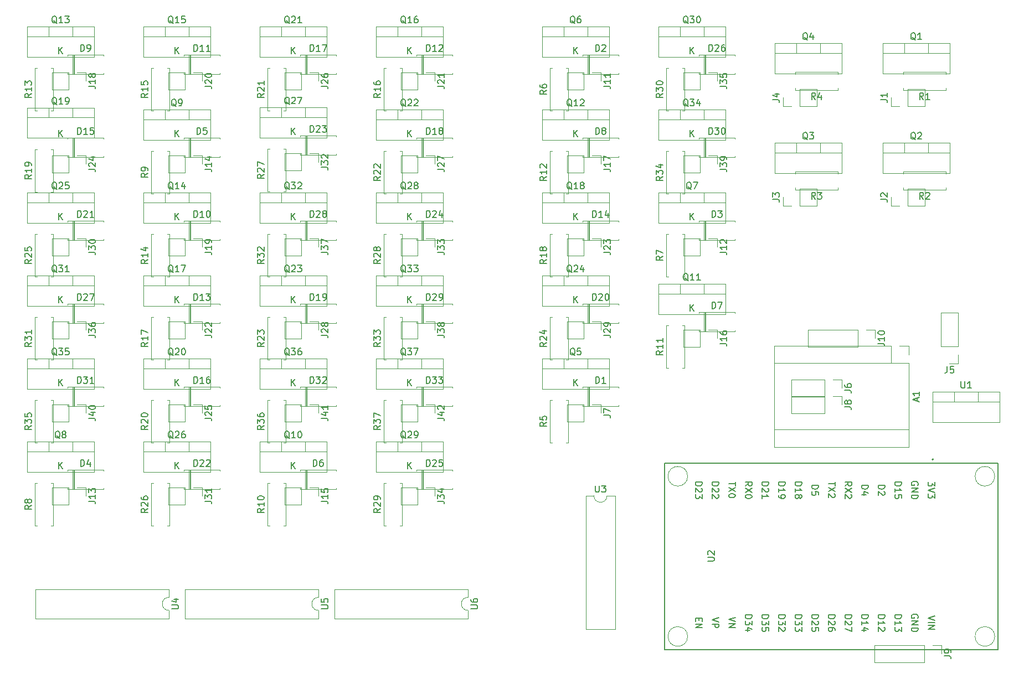
<source format=gbr>
%TF.GenerationSoftware,KiCad,Pcbnew,(6.0.8)*%
%TF.CreationDate,2022-12-05T17:36:04-05:00*%
%TF.ProjectId,MIDIViolina,4d494449-5669-46f6-9c69-6e612e6b6963,1.00*%
%TF.SameCoordinates,PX42998f8PY853a720*%
%TF.FileFunction,Legend,Top*%
%TF.FilePolarity,Positive*%
%FSLAX46Y46*%
G04 Gerber Fmt 4.6, Leading zero omitted, Abs format (unit mm)*
G04 Created by KiCad (PCBNEW (6.0.8)) date 2022-12-05 17:36:04*
%MOMM*%
%LPD*%
G01*
G04 APERTURE LIST*
%ADD10C,0.150000*%
%ADD11C,0.120000*%
%ADD12C,0.127000*%
%ADD13C,0.200000*%
G04 APERTURE END LIST*
D10*
%TO.C,R5*%
X79377380Y37933334D02*
X78901190Y37600000D01*
X79377380Y37361905D02*
X78377380Y37361905D01*
X78377380Y37742858D01*
X78425000Y37838096D01*
X78472619Y37885715D01*
X78567857Y37933334D01*
X78710714Y37933334D01*
X78805952Y37885715D01*
X78853571Y37838096D01*
X78901190Y37742858D01*
X78901190Y37361905D01*
X78377380Y38838096D02*
X78377380Y38361905D01*
X78853571Y38314286D01*
X78805952Y38361905D01*
X78758333Y38457143D01*
X78758333Y38695239D01*
X78805952Y38790477D01*
X78853571Y38838096D01*
X78948809Y38885715D01*
X79186904Y38885715D01*
X79282142Y38838096D01*
X79329761Y38790477D01*
X79377380Y38695239D01*
X79377380Y38457143D01*
X79329761Y38361905D01*
X79282142Y38314286D01*
%TO.C,Q5*%
X83739761Y48172381D02*
X83644523Y48220000D01*
X83549285Y48315239D01*
X83406428Y48458096D01*
X83311190Y48505715D01*
X83215952Y48505715D01*
X83263571Y48267620D02*
X83168333Y48315239D01*
X83073095Y48410477D01*
X83025476Y48600953D01*
X83025476Y48934286D01*
X83073095Y49124762D01*
X83168333Y49220000D01*
X83263571Y49267620D01*
X83454047Y49267620D01*
X83549285Y49220000D01*
X83644523Y49124762D01*
X83692142Y48934286D01*
X83692142Y48600953D01*
X83644523Y48410477D01*
X83549285Y48315239D01*
X83454047Y48267620D01*
X83263571Y48267620D01*
X84596904Y49267620D02*
X84120714Y49267620D01*
X84073095Y48791429D01*
X84120714Y48839048D01*
X84215952Y48886667D01*
X84454047Y48886667D01*
X84549285Y48839048D01*
X84596904Y48791429D01*
X84644523Y48696191D01*
X84644523Y48458096D01*
X84596904Y48362858D01*
X84549285Y48315239D01*
X84454047Y48267620D01*
X84215952Y48267620D01*
X84120714Y48315239D01*
X84073095Y48362858D01*
%TO.C,J7*%
X88157380Y39036667D02*
X88871666Y39036667D01*
X89014523Y38989048D01*
X89109761Y38893810D01*
X89157380Y38750953D01*
X89157380Y38655715D01*
X88157380Y39417620D02*
X88157380Y40084286D01*
X89157380Y39655715D01*
%TO.C,D1*%
X86906904Y43927620D02*
X86906904Y44927620D01*
X87145000Y44927620D01*
X87287857Y44880000D01*
X87383095Y44784762D01*
X87430714Y44689524D01*
X87478333Y44499048D01*
X87478333Y44356191D01*
X87430714Y44165715D01*
X87383095Y44070477D01*
X87287857Y43975239D01*
X87145000Y43927620D01*
X86906904Y43927620D01*
X88430714Y43927620D02*
X87859285Y43927620D01*
X88145000Y43927620D02*
X88145000Y44927620D01*
X88049761Y44784762D01*
X87954523Y44689524D01*
X87859285Y44641905D01*
X83573095Y43557620D02*
X83573095Y44557620D01*
X84144523Y43557620D02*
X83715952Y44129048D01*
X84144523Y44557620D02*
X83573095Y43986191D01*
%TO.C,U6*%
X67822380Y9413096D02*
X68631904Y9413096D01*
X68727142Y9460715D01*
X68774761Y9508334D01*
X68822380Y9603572D01*
X68822380Y9794048D01*
X68774761Y9889286D01*
X68727142Y9936905D01*
X68631904Y9984524D01*
X67822380Y9984524D01*
X67822380Y10889286D02*
X67822380Y10698810D01*
X67870000Y10603572D01*
X67917619Y10555953D01*
X68060476Y10460715D01*
X68250952Y10413096D01*
X68631904Y10413096D01*
X68727142Y10460715D01*
X68774761Y10508334D01*
X68822380Y10603572D01*
X68822380Y10794048D01*
X68774761Y10889286D01*
X68727142Y10936905D01*
X68631904Y10984524D01*
X68393809Y10984524D01*
X68298571Y10936905D01*
X68250952Y10889286D01*
X68203333Y10794048D01*
X68203333Y10603572D01*
X68250952Y10508334D01*
X68298571Y10460715D01*
X68393809Y10413096D01*
%TO.C,U1*%
X142763095Y44187620D02*
X142763095Y43378096D01*
X142810714Y43282858D01*
X142858333Y43235239D01*
X142953571Y43187620D01*
X143144047Y43187620D01*
X143239285Y43235239D01*
X143286904Y43282858D01*
X143334523Y43378096D01*
X143334523Y44187620D01*
X144334523Y43187620D02*
X143763095Y43187620D01*
X144048809Y43187620D02*
X144048809Y44187620D01*
X143953571Y44044762D01*
X143858333Y43949524D01*
X143763095Y43901905D01*
%TO.C,D20*%
X86430714Y56627620D02*
X86430714Y57627620D01*
X86668809Y57627620D01*
X86811666Y57580000D01*
X86906904Y57484762D01*
X86954523Y57389524D01*
X87002142Y57199048D01*
X87002142Y57056191D01*
X86954523Y56865715D01*
X86906904Y56770477D01*
X86811666Y56675239D01*
X86668809Y56627620D01*
X86430714Y56627620D01*
X87383095Y57532381D02*
X87430714Y57580000D01*
X87525952Y57627620D01*
X87764047Y57627620D01*
X87859285Y57580000D01*
X87906904Y57532381D01*
X87954523Y57437143D01*
X87954523Y57341905D01*
X87906904Y57199048D01*
X87335476Y56627620D01*
X87954523Y56627620D01*
X88573571Y57627620D02*
X88668809Y57627620D01*
X88764047Y57580000D01*
X88811666Y57532381D01*
X88859285Y57437143D01*
X88906904Y57246667D01*
X88906904Y57008572D01*
X88859285Y56818096D01*
X88811666Y56722858D01*
X88764047Y56675239D01*
X88668809Y56627620D01*
X88573571Y56627620D01*
X88478333Y56675239D01*
X88430714Y56722858D01*
X88383095Y56818096D01*
X88335476Y57008572D01*
X88335476Y57246667D01*
X88383095Y57437143D01*
X88430714Y57532381D01*
X88478333Y57580000D01*
X88573571Y57627620D01*
X83573095Y56257620D02*
X83573095Y57257620D01*
X84144523Y56257620D02*
X83715952Y56829048D01*
X84144523Y57257620D02*
X83573095Y56686191D01*
%TO.C,Q9*%
X22779761Y86272381D02*
X22684523Y86320000D01*
X22589285Y86415239D01*
X22446428Y86558096D01*
X22351190Y86605715D01*
X22255952Y86605715D01*
X22303571Y86367620D02*
X22208333Y86415239D01*
X22113095Y86510477D01*
X22065476Y86700953D01*
X22065476Y87034286D01*
X22113095Y87224762D01*
X22208333Y87320000D01*
X22303571Y87367620D01*
X22494047Y87367620D01*
X22589285Y87320000D01*
X22684523Y87224762D01*
X22732142Y87034286D01*
X22732142Y86700953D01*
X22684523Y86510477D01*
X22589285Y86415239D01*
X22494047Y86367620D01*
X22303571Y86367620D01*
X23208333Y86367620D02*
X23398809Y86367620D01*
X23494047Y86415239D01*
X23541666Y86462858D01*
X23636904Y86605715D01*
X23684523Y86796191D01*
X23684523Y87177143D01*
X23636904Y87272381D01*
X23589285Y87320000D01*
X23494047Y87367620D01*
X23303571Y87367620D01*
X23208333Y87320000D01*
X23160714Y87272381D01*
X23113095Y87177143D01*
X23113095Y86939048D01*
X23160714Y86843810D01*
X23208333Y86796191D01*
X23303571Y86748572D01*
X23494047Y86748572D01*
X23589285Y86796191D01*
X23636904Y86843810D01*
X23684523Y86939048D01*
%TO.C,D19*%
X43250714Y56627620D02*
X43250714Y57627620D01*
X43488809Y57627620D01*
X43631666Y57580000D01*
X43726904Y57484762D01*
X43774523Y57389524D01*
X43822142Y57199048D01*
X43822142Y57056191D01*
X43774523Y56865715D01*
X43726904Y56770477D01*
X43631666Y56675239D01*
X43488809Y56627620D01*
X43250714Y56627620D01*
X44774523Y56627620D02*
X44203095Y56627620D01*
X44488809Y56627620D02*
X44488809Y57627620D01*
X44393571Y57484762D01*
X44298333Y57389524D01*
X44203095Y57341905D01*
X45250714Y56627620D02*
X45441190Y56627620D01*
X45536428Y56675239D01*
X45584047Y56722858D01*
X45679285Y56865715D01*
X45726904Y57056191D01*
X45726904Y57437143D01*
X45679285Y57532381D01*
X45631666Y57580000D01*
X45536428Y57627620D01*
X45345952Y57627620D01*
X45250714Y57580000D01*
X45203095Y57532381D01*
X45155476Y57437143D01*
X45155476Y57199048D01*
X45203095Y57103810D01*
X45250714Y57056191D01*
X45345952Y57008572D01*
X45536428Y57008572D01*
X45631666Y57056191D01*
X45679285Y57103810D01*
X45726904Y57199048D01*
X40393095Y56257620D02*
X40393095Y57257620D01*
X40964523Y56257620D02*
X40535952Y56829048D01*
X40964523Y57257620D02*
X40393095Y56686191D01*
%TO.C,D31*%
X7690714Y43927620D02*
X7690714Y44927620D01*
X7928809Y44927620D01*
X8071666Y44880000D01*
X8166904Y44784762D01*
X8214523Y44689524D01*
X8262142Y44499048D01*
X8262142Y44356191D01*
X8214523Y44165715D01*
X8166904Y44070477D01*
X8071666Y43975239D01*
X7928809Y43927620D01*
X7690714Y43927620D01*
X8595476Y44927620D02*
X9214523Y44927620D01*
X8881190Y44546667D01*
X9024047Y44546667D01*
X9119285Y44499048D01*
X9166904Y44451429D01*
X9214523Y44356191D01*
X9214523Y44118096D01*
X9166904Y44022858D01*
X9119285Y43975239D01*
X9024047Y43927620D01*
X8738333Y43927620D01*
X8643095Y43975239D01*
X8595476Y44022858D01*
X10166904Y43927620D02*
X9595476Y43927620D01*
X9881190Y43927620D02*
X9881190Y44927620D01*
X9785952Y44784762D01*
X9690714Y44689524D01*
X9595476Y44641905D01*
X4833095Y43557620D02*
X4833095Y44557620D01*
X5404523Y43557620D02*
X4975952Y44129048D01*
X5404523Y44557620D02*
X4833095Y43986191D01*
%TO.C,R20*%
X18417380Y37457143D02*
X17941190Y37123810D01*
X18417380Y36885715D02*
X17417380Y36885715D01*
X17417380Y37266667D01*
X17465000Y37361905D01*
X17512619Y37409524D01*
X17607857Y37457143D01*
X17750714Y37457143D01*
X17845952Y37409524D01*
X17893571Y37361905D01*
X17941190Y37266667D01*
X17941190Y36885715D01*
X17512619Y37838096D02*
X17465000Y37885715D01*
X17417380Y37980953D01*
X17417380Y38219048D01*
X17465000Y38314286D01*
X17512619Y38361905D01*
X17607857Y38409524D01*
X17703095Y38409524D01*
X17845952Y38361905D01*
X18417380Y37790477D01*
X18417380Y38409524D01*
X17417380Y39028572D02*
X17417380Y39123810D01*
X17465000Y39219048D01*
X17512619Y39266667D01*
X17607857Y39314286D01*
X17798333Y39361905D01*
X18036428Y39361905D01*
X18226904Y39314286D01*
X18322142Y39266667D01*
X18369761Y39219048D01*
X18417380Y39123810D01*
X18417380Y39028572D01*
X18369761Y38933334D01*
X18322142Y38885715D01*
X18226904Y38838096D01*
X18036428Y38790477D01*
X17798333Y38790477D01*
X17607857Y38838096D01*
X17512619Y38885715D01*
X17465000Y38933334D01*
X17417380Y39028572D01*
%TO.C,Q33*%
X57863571Y60872381D02*
X57768333Y60920000D01*
X57673095Y61015239D01*
X57530238Y61158096D01*
X57435000Y61205715D01*
X57339761Y61205715D01*
X57387380Y60967620D02*
X57292142Y61015239D01*
X57196904Y61110477D01*
X57149285Y61300953D01*
X57149285Y61634286D01*
X57196904Y61824762D01*
X57292142Y61920000D01*
X57387380Y61967620D01*
X57577857Y61967620D01*
X57673095Y61920000D01*
X57768333Y61824762D01*
X57815952Y61634286D01*
X57815952Y61300953D01*
X57768333Y61110477D01*
X57673095Y61015239D01*
X57577857Y60967620D01*
X57387380Y60967620D01*
X58149285Y61967620D02*
X58768333Y61967620D01*
X58435000Y61586667D01*
X58577857Y61586667D01*
X58673095Y61539048D01*
X58720714Y61491429D01*
X58768333Y61396191D01*
X58768333Y61158096D01*
X58720714Y61062858D01*
X58673095Y61015239D01*
X58577857Y60967620D01*
X58292142Y60967620D01*
X58196904Y61015239D01*
X58149285Y61062858D01*
X59101666Y61967620D02*
X59720714Y61967620D01*
X59387380Y61586667D01*
X59530238Y61586667D01*
X59625476Y61539048D01*
X59673095Y61491429D01*
X59720714Y61396191D01*
X59720714Y61158096D01*
X59673095Y61062858D01*
X59625476Y61015239D01*
X59530238Y60967620D01*
X59244523Y60967620D01*
X59149285Y61015239D01*
X59101666Y61062858D01*
%TO.C,D11*%
X25470714Y94727620D02*
X25470714Y95727620D01*
X25708809Y95727620D01*
X25851666Y95680000D01*
X25946904Y95584762D01*
X25994523Y95489524D01*
X26042142Y95299048D01*
X26042142Y95156191D01*
X25994523Y94965715D01*
X25946904Y94870477D01*
X25851666Y94775239D01*
X25708809Y94727620D01*
X25470714Y94727620D01*
X26994523Y94727620D02*
X26423095Y94727620D01*
X26708809Y94727620D02*
X26708809Y95727620D01*
X26613571Y95584762D01*
X26518333Y95489524D01*
X26423095Y95441905D01*
X27946904Y94727620D02*
X27375476Y94727620D01*
X27661190Y94727620D02*
X27661190Y95727620D01*
X27565952Y95584762D01*
X27470714Y95489524D01*
X27375476Y95441905D01*
X22613095Y94357620D02*
X22613095Y95357620D01*
X23184523Y94357620D02*
X22755952Y94929048D01*
X23184523Y95357620D02*
X22613095Y94786191D01*
%TO.C,R12*%
X79377380Y75557143D02*
X78901190Y75223810D01*
X79377380Y74985715D02*
X78377380Y74985715D01*
X78377380Y75366667D01*
X78425000Y75461905D01*
X78472619Y75509524D01*
X78567857Y75557143D01*
X78710714Y75557143D01*
X78805952Y75509524D01*
X78853571Y75461905D01*
X78901190Y75366667D01*
X78901190Y74985715D01*
X79377380Y76509524D02*
X79377380Y75938096D01*
X79377380Y76223810D02*
X78377380Y76223810D01*
X78520238Y76128572D01*
X78615476Y76033334D01*
X78663095Y75938096D01*
X78472619Y76890477D02*
X78425000Y76938096D01*
X78377380Y77033334D01*
X78377380Y77271429D01*
X78425000Y77366667D01*
X78472619Y77414286D01*
X78567857Y77461905D01*
X78663095Y77461905D01*
X78805952Y77414286D01*
X79377380Y76842858D01*
X79377380Y77461905D01*
%TO.C,R1*%
X137008333Y87347620D02*
X136675000Y87823810D01*
X136436904Y87347620D02*
X136436904Y88347620D01*
X136817857Y88347620D01*
X136913095Y88300000D01*
X136960714Y88252381D01*
X137008333Y88157143D01*
X137008333Y88014286D01*
X136960714Y87919048D01*
X136913095Y87871429D01*
X136817857Y87823810D01*
X136436904Y87823810D01*
X137960714Y87347620D02*
X137389285Y87347620D01*
X137675000Y87347620D02*
X137675000Y88347620D01*
X137579761Y88204762D01*
X137484523Y88109524D01*
X137389285Y88061905D01*
%TO.C,J28*%
X44977380Y51260477D02*
X45691666Y51260477D01*
X45834523Y51212858D01*
X45929761Y51117620D01*
X45977380Y50974762D01*
X45977380Y50879524D01*
X45072619Y51689048D02*
X45025000Y51736667D01*
X44977380Y51831905D01*
X44977380Y52070000D01*
X45025000Y52165239D01*
X45072619Y52212858D01*
X45167857Y52260477D01*
X45263095Y52260477D01*
X45405952Y52212858D01*
X45977380Y51641429D01*
X45977380Y52260477D01*
X45405952Y52831905D02*
X45358333Y52736667D01*
X45310714Y52689048D01*
X45215476Y52641429D01*
X45167857Y52641429D01*
X45072619Y52689048D01*
X45025000Y52736667D01*
X44977380Y52831905D01*
X44977380Y53022381D01*
X45025000Y53117620D01*
X45072619Y53165239D01*
X45167857Y53212858D01*
X45215476Y53212858D01*
X45310714Y53165239D01*
X45358333Y53117620D01*
X45405952Y53022381D01*
X45405952Y52831905D01*
X45453571Y52736667D01*
X45501190Y52689048D01*
X45596428Y52641429D01*
X45786904Y52641429D01*
X45882142Y52689048D01*
X45929761Y52736667D01*
X45977380Y52831905D01*
X45977380Y53022381D01*
X45929761Y53117620D01*
X45882142Y53165239D01*
X45786904Y53212858D01*
X45596428Y53212858D01*
X45501190Y53165239D01*
X45453571Y53117620D01*
X45405952Y53022381D01*
%TO.C,J9*%
X140217380Y2206667D02*
X140931666Y2206667D01*
X141074523Y2159048D01*
X141169761Y2063810D01*
X141217380Y1920953D01*
X141217380Y1825715D01*
X141217380Y2730477D02*
X141217380Y2920953D01*
X141169761Y3016191D01*
X141122142Y3063810D01*
X140979285Y3159048D01*
X140788809Y3206667D01*
X140407857Y3206667D01*
X140312619Y3159048D01*
X140265000Y3111429D01*
X140217380Y3016191D01*
X140217380Y2825715D01*
X140265000Y2730477D01*
X140312619Y2682858D01*
X140407857Y2635239D01*
X140645952Y2635239D01*
X140741190Y2682858D01*
X140788809Y2730477D01*
X140836428Y2825715D01*
X140836428Y3016191D01*
X140788809Y3111429D01*
X140741190Y3159048D01*
X140645952Y3206667D01*
%TO.C,J36*%
X9417380Y51260477D02*
X10131666Y51260477D01*
X10274523Y51212858D01*
X10369761Y51117620D01*
X10417380Y50974762D01*
X10417380Y50879524D01*
X9417380Y51641429D02*
X9417380Y52260477D01*
X9798333Y51927143D01*
X9798333Y52070000D01*
X9845952Y52165239D01*
X9893571Y52212858D01*
X9988809Y52260477D01*
X10226904Y52260477D01*
X10322142Y52212858D01*
X10369761Y52165239D01*
X10417380Y52070000D01*
X10417380Y51784286D01*
X10369761Y51689048D01*
X10322142Y51641429D01*
X9417380Y53117620D02*
X9417380Y52927143D01*
X9465000Y52831905D01*
X9512619Y52784286D01*
X9655476Y52689048D01*
X9845952Y52641429D01*
X10226904Y52641429D01*
X10322142Y52689048D01*
X10369761Y52736667D01*
X10417380Y52831905D01*
X10417380Y53022381D01*
X10369761Y53117620D01*
X10322142Y53165239D01*
X10226904Y53212858D01*
X9988809Y53212858D01*
X9893571Y53165239D01*
X9845952Y53117620D01*
X9798333Y53022381D01*
X9798333Y52831905D01*
X9845952Y52736667D01*
X9893571Y52689048D01*
X9988809Y52641429D01*
%TO.C,Q2*%
X135809761Y81192381D02*
X135714523Y81240000D01*
X135619285Y81335239D01*
X135476428Y81478096D01*
X135381190Y81525715D01*
X135285952Y81525715D01*
X135333571Y81287620D02*
X135238333Y81335239D01*
X135143095Y81430477D01*
X135095476Y81620953D01*
X135095476Y81954286D01*
X135143095Y82144762D01*
X135238333Y82240000D01*
X135333571Y82287620D01*
X135524047Y82287620D01*
X135619285Y82240000D01*
X135714523Y82144762D01*
X135762142Y81954286D01*
X135762142Y81620953D01*
X135714523Y81430477D01*
X135619285Y81335239D01*
X135524047Y81287620D01*
X135333571Y81287620D01*
X136143095Y82192381D02*
X136190714Y82240000D01*
X136285952Y82287620D01*
X136524047Y82287620D01*
X136619285Y82240000D01*
X136666904Y82192381D01*
X136714523Y82097143D01*
X136714523Y82001905D01*
X136666904Y81859048D01*
X136095476Y81287620D01*
X136714523Y81287620D01*
%TO.C,Q15*%
X22303571Y98972381D02*
X22208333Y99020000D01*
X22113095Y99115239D01*
X21970238Y99258096D01*
X21875000Y99305715D01*
X21779761Y99305715D01*
X21827380Y99067620D02*
X21732142Y99115239D01*
X21636904Y99210477D01*
X21589285Y99400953D01*
X21589285Y99734286D01*
X21636904Y99924762D01*
X21732142Y100020000D01*
X21827380Y100067620D01*
X22017857Y100067620D01*
X22113095Y100020000D01*
X22208333Y99924762D01*
X22255952Y99734286D01*
X22255952Y99400953D01*
X22208333Y99210477D01*
X22113095Y99115239D01*
X22017857Y99067620D01*
X21827380Y99067620D01*
X23208333Y99067620D02*
X22636904Y99067620D01*
X22922619Y99067620D02*
X22922619Y100067620D01*
X22827380Y99924762D01*
X22732142Y99829524D01*
X22636904Y99781905D01*
X24113095Y100067620D02*
X23636904Y100067620D01*
X23589285Y99591429D01*
X23636904Y99639048D01*
X23732142Y99686667D01*
X23970238Y99686667D01*
X24065476Y99639048D01*
X24113095Y99591429D01*
X24160714Y99496191D01*
X24160714Y99258096D01*
X24113095Y99162858D01*
X24065476Y99115239D01*
X23970238Y99067620D01*
X23732142Y99067620D01*
X23636904Y99115239D01*
X23589285Y99162858D01*
%TO.C,Q7*%
X101519761Y73572381D02*
X101424523Y73620000D01*
X101329285Y73715239D01*
X101186428Y73858096D01*
X101091190Y73905715D01*
X100995952Y73905715D01*
X101043571Y73667620D02*
X100948333Y73715239D01*
X100853095Y73810477D01*
X100805476Y74000953D01*
X100805476Y74334286D01*
X100853095Y74524762D01*
X100948333Y74620000D01*
X101043571Y74667620D01*
X101234047Y74667620D01*
X101329285Y74620000D01*
X101424523Y74524762D01*
X101472142Y74334286D01*
X101472142Y74000953D01*
X101424523Y73810477D01*
X101329285Y73715239D01*
X101234047Y73667620D01*
X101043571Y73667620D01*
X101805476Y74667620D02*
X102472142Y74667620D01*
X102043571Y73667620D01*
%TO.C,A1*%
X136071666Y41185715D02*
X136071666Y41661905D01*
X136357380Y41090477D02*
X135357380Y41423810D01*
X136357380Y41757143D01*
X136357380Y42614286D02*
X136357380Y42042858D01*
X136357380Y42328572D02*
X135357380Y42328572D01*
X135500238Y42233334D01*
X135595476Y42138096D01*
X135643095Y42042858D01*
%TO.C,D2*%
X86906904Y94727620D02*
X86906904Y95727620D01*
X87145000Y95727620D01*
X87287857Y95680000D01*
X87383095Y95584762D01*
X87430714Y95489524D01*
X87478333Y95299048D01*
X87478333Y95156191D01*
X87430714Y94965715D01*
X87383095Y94870477D01*
X87287857Y94775239D01*
X87145000Y94727620D01*
X86906904Y94727620D01*
X87859285Y95632381D02*
X87906904Y95680000D01*
X88002142Y95727620D01*
X88240238Y95727620D01*
X88335476Y95680000D01*
X88383095Y95632381D01*
X88430714Y95537143D01*
X88430714Y95441905D01*
X88383095Y95299048D01*
X87811666Y94727620D01*
X88430714Y94727620D01*
X83573095Y94357620D02*
X83573095Y95357620D01*
X84144523Y94357620D02*
X83715952Y94929048D01*
X84144523Y95357620D02*
X83573095Y94786191D01*
%TO.C,Q12*%
X83263571Y86272381D02*
X83168333Y86320000D01*
X83073095Y86415239D01*
X82930238Y86558096D01*
X82835000Y86605715D01*
X82739761Y86605715D01*
X82787380Y86367620D02*
X82692142Y86415239D01*
X82596904Y86510477D01*
X82549285Y86700953D01*
X82549285Y87034286D01*
X82596904Y87224762D01*
X82692142Y87320000D01*
X82787380Y87367620D01*
X82977857Y87367620D01*
X83073095Y87320000D01*
X83168333Y87224762D01*
X83215952Y87034286D01*
X83215952Y86700953D01*
X83168333Y86510477D01*
X83073095Y86415239D01*
X82977857Y86367620D01*
X82787380Y86367620D01*
X84168333Y86367620D02*
X83596904Y86367620D01*
X83882619Y86367620D02*
X83882619Y87367620D01*
X83787380Y87224762D01*
X83692142Y87129524D01*
X83596904Y87081905D01*
X84549285Y87272381D02*
X84596904Y87320000D01*
X84692142Y87367620D01*
X84930238Y87367620D01*
X85025476Y87320000D01*
X85073095Y87272381D01*
X85120714Y87177143D01*
X85120714Y87081905D01*
X85073095Y86939048D01*
X84501666Y86367620D01*
X85120714Y86367620D01*
%TO.C,Q24*%
X83263571Y60872381D02*
X83168333Y60920000D01*
X83073095Y61015239D01*
X82930238Y61158096D01*
X82835000Y61205715D01*
X82739761Y61205715D01*
X82787380Y60967620D02*
X82692142Y61015239D01*
X82596904Y61110477D01*
X82549285Y61300953D01*
X82549285Y61634286D01*
X82596904Y61824762D01*
X82692142Y61920000D01*
X82787380Y61967620D01*
X82977857Y61967620D01*
X83073095Y61920000D01*
X83168333Y61824762D01*
X83215952Y61634286D01*
X83215952Y61300953D01*
X83168333Y61110477D01*
X83073095Y61015239D01*
X82977857Y60967620D01*
X82787380Y60967620D01*
X83596904Y61872381D02*
X83644523Y61920000D01*
X83739761Y61967620D01*
X83977857Y61967620D01*
X84073095Y61920000D01*
X84120714Y61872381D01*
X84168333Y61777143D01*
X84168333Y61681905D01*
X84120714Y61539048D01*
X83549285Y60967620D01*
X84168333Y60967620D01*
X85025476Y61634286D02*
X85025476Y60967620D01*
X84787380Y62015239D02*
X84549285Y61300953D01*
X85168333Y61300953D01*
%TO.C,Q10*%
X40083571Y35472381D02*
X39988333Y35520000D01*
X39893095Y35615239D01*
X39750238Y35758096D01*
X39655000Y35805715D01*
X39559761Y35805715D01*
X39607380Y35567620D02*
X39512142Y35615239D01*
X39416904Y35710477D01*
X39369285Y35900953D01*
X39369285Y36234286D01*
X39416904Y36424762D01*
X39512142Y36520000D01*
X39607380Y36567620D01*
X39797857Y36567620D01*
X39893095Y36520000D01*
X39988333Y36424762D01*
X40035952Y36234286D01*
X40035952Y35900953D01*
X39988333Y35710477D01*
X39893095Y35615239D01*
X39797857Y35567620D01*
X39607380Y35567620D01*
X40988333Y35567620D02*
X40416904Y35567620D01*
X40702619Y35567620D02*
X40702619Y36567620D01*
X40607380Y36424762D01*
X40512142Y36329524D01*
X40416904Y36281905D01*
X41607380Y36567620D02*
X41702619Y36567620D01*
X41797857Y36520000D01*
X41845476Y36472381D01*
X41893095Y36377143D01*
X41940714Y36186667D01*
X41940714Y35948572D01*
X41893095Y35758096D01*
X41845476Y35662858D01*
X41797857Y35615239D01*
X41702619Y35567620D01*
X41607380Y35567620D01*
X41512142Y35615239D01*
X41464523Y35662858D01*
X41416904Y35758096D01*
X41369285Y35948572D01*
X41369285Y36186667D01*
X41416904Y36377143D01*
X41464523Y36472381D01*
X41512142Y36520000D01*
X41607380Y36567620D01*
%TO.C,R17*%
X18417380Y50157143D02*
X17941190Y49823810D01*
X18417380Y49585715D02*
X17417380Y49585715D01*
X17417380Y49966667D01*
X17465000Y50061905D01*
X17512619Y50109524D01*
X17607857Y50157143D01*
X17750714Y50157143D01*
X17845952Y50109524D01*
X17893571Y50061905D01*
X17941190Y49966667D01*
X17941190Y49585715D01*
X18417380Y51109524D02*
X18417380Y50538096D01*
X18417380Y50823810D02*
X17417380Y50823810D01*
X17560238Y50728572D01*
X17655476Y50633334D01*
X17703095Y50538096D01*
X17417380Y51442858D02*
X17417380Y52109524D01*
X18417380Y51680953D01*
%TO.C,Q23*%
X40083571Y60872381D02*
X39988333Y60920000D01*
X39893095Y61015239D01*
X39750238Y61158096D01*
X39655000Y61205715D01*
X39559761Y61205715D01*
X39607380Y60967620D02*
X39512142Y61015239D01*
X39416904Y61110477D01*
X39369285Y61300953D01*
X39369285Y61634286D01*
X39416904Y61824762D01*
X39512142Y61920000D01*
X39607380Y61967620D01*
X39797857Y61967620D01*
X39893095Y61920000D01*
X39988333Y61824762D01*
X40035952Y61634286D01*
X40035952Y61300953D01*
X39988333Y61110477D01*
X39893095Y61015239D01*
X39797857Y60967620D01*
X39607380Y60967620D01*
X40416904Y61872381D02*
X40464523Y61920000D01*
X40559761Y61967620D01*
X40797857Y61967620D01*
X40893095Y61920000D01*
X40940714Y61872381D01*
X40988333Y61777143D01*
X40988333Y61681905D01*
X40940714Y61539048D01*
X40369285Y60967620D01*
X40988333Y60967620D01*
X41321666Y61967620D02*
X41940714Y61967620D01*
X41607380Y61586667D01*
X41750238Y61586667D01*
X41845476Y61539048D01*
X41893095Y61491429D01*
X41940714Y61396191D01*
X41940714Y61158096D01*
X41893095Y61062858D01*
X41845476Y61015239D01*
X41750238Y60967620D01*
X41464523Y60967620D01*
X41369285Y61015239D01*
X41321666Y61062858D01*
%TO.C,Q13*%
X4523571Y98972381D02*
X4428333Y99020000D01*
X4333095Y99115239D01*
X4190238Y99258096D01*
X4095000Y99305715D01*
X3999761Y99305715D01*
X4047380Y99067620D02*
X3952142Y99115239D01*
X3856904Y99210477D01*
X3809285Y99400953D01*
X3809285Y99734286D01*
X3856904Y99924762D01*
X3952142Y100020000D01*
X4047380Y100067620D01*
X4237857Y100067620D01*
X4333095Y100020000D01*
X4428333Y99924762D01*
X4475952Y99734286D01*
X4475952Y99400953D01*
X4428333Y99210477D01*
X4333095Y99115239D01*
X4237857Y99067620D01*
X4047380Y99067620D01*
X5428333Y99067620D02*
X4856904Y99067620D01*
X5142619Y99067620D02*
X5142619Y100067620D01*
X5047380Y99924762D01*
X4952142Y99829524D01*
X4856904Y99781905D01*
X5761666Y100067620D02*
X6380714Y100067620D01*
X6047380Y99686667D01*
X6190238Y99686667D01*
X6285476Y99639048D01*
X6333095Y99591429D01*
X6380714Y99496191D01*
X6380714Y99258096D01*
X6333095Y99162858D01*
X6285476Y99115239D01*
X6190238Y99067620D01*
X5904523Y99067620D01*
X5809285Y99115239D01*
X5761666Y99162858D01*
%TO.C,D18*%
X61030714Y82027620D02*
X61030714Y83027620D01*
X61268809Y83027620D01*
X61411666Y82980000D01*
X61506904Y82884762D01*
X61554523Y82789524D01*
X61602142Y82599048D01*
X61602142Y82456191D01*
X61554523Y82265715D01*
X61506904Y82170477D01*
X61411666Y82075239D01*
X61268809Y82027620D01*
X61030714Y82027620D01*
X62554523Y82027620D02*
X61983095Y82027620D01*
X62268809Y82027620D02*
X62268809Y83027620D01*
X62173571Y82884762D01*
X62078333Y82789524D01*
X61983095Y82741905D01*
X63125952Y82599048D02*
X63030714Y82646667D01*
X62983095Y82694286D01*
X62935476Y82789524D01*
X62935476Y82837143D01*
X62983095Y82932381D01*
X63030714Y82980000D01*
X63125952Y83027620D01*
X63316428Y83027620D01*
X63411666Y82980000D01*
X63459285Y82932381D01*
X63506904Y82837143D01*
X63506904Y82789524D01*
X63459285Y82694286D01*
X63411666Y82646667D01*
X63316428Y82599048D01*
X63125952Y82599048D01*
X63030714Y82551429D01*
X62983095Y82503810D01*
X62935476Y82408572D01*
X62935476Y82218096D01*
X62983095Y82122858D01*
X63030714Y82075239D01*
X63125952Y82027620D01*
X63316428Y82027620D01*
X63411666Y82075239D01*
X63459285Y82122858D01*
X63506904Y82218096D01*
X63506904Y82408572D01*
X63459285Y82503810D01*
X63411666Y82551429D01*
X63316428Y82599048D01*
X58173095Y81657620D02*
X58173095Y82657620D01*
X58744523Y81657620D02*
X58315952Y82229048D01*
X58744523Y82657620D02*
X58173095Y82086191D01*
%TO.C,J27*%
X62757380Y76660477D02*
X63471666Y76660477D01*
X63614523Y76612858D01*
X63709761Y76517620D01*
X63757380Y76374762D01*
X63757380Y76279524D01*
X62852619Y77089048D02*
X62805000Y77136667D01*
X62757380Y77231905D01*
X62757380Y77470000D01*
X62805000Y77565239D01*
X62852619Y77612858D01*
X62947857Y77660477D01*
X63043095Y77660477D01*
X63185952Y77612858D01*
X63757380Y77041429D01*
X63757380Y77660477D01*
X62757380Y77993810D02*
X62757380Y78660477D01*
X63757380Y78231905D01*
%TO.C,D4*%
X8166904Y31227620D02*
X8166904Y32227620D01*
X8405000Y32227620D01*
X8547857Y32180000D01*
X8643095Y32084762D01*
X8690714Y31989524D01*
X8738333Y31799048D01*
X8738333Y31656191D01*
X8690714Y31465715D01*
X8643095Y31370477D01*
X8547857Y31275239D01*
X8405000Y31227620D01*
X8166904Y31227620D01*
X9595476Y31894286D02*
X9595476Y31227620D01*
X9357380Y32275239D02*
X9119285Y31560953D01*
X9738333Y31560953D01*
X4833095Y30857620D02*
X4833095Y31857620D01*
X5404523Y30857620D02*
X4975952Y31429048D01*
X5404523Y31857620D02*
X4833095Y31286191D01*
%TO.C,R8*%
X637380Y25233334D02*
X161190Y24900000D01*
X637380Y24661905D02*
X-362620Y24661905D01*
X-362620Y25042858D01*
X-315000Y25138096D01*
X-267381Y25185715D01*
X-172143Y25233334D01*
X-29286Y25233334D01*
X65952Y25185715D01*
X113571Y25138096D01*
X161190Y25042858D01*
X161190Y24661905D01*
X65952Y25804762D02*
X18333Y25709524D01*
X-29286Y25661905D01*
X-124524Y25614286D01*
X-172143Y25614286D01*
X-267381Y25661905D01*
X-315000Y25709524D01*
X-362620Y25804762D01*
X-362620Y25995239D01*
X-315000Y26090477D01*
X-267381Y26138096D01*
X-172143Y26185715D01*
X-124524Y26185715D01*
X-29286Y26138096D01*
X18333Y26090477D01*
X65952Y25995239D01*
X65952Y25804762D01*
X113571Y25709524D01*
X161190Y25661905D01*
X256428Y25614286D01*
X446904Y25614286D01*
X542142Y25661905D01*
X589761Y25709524D01*
X637380Y25804762D01*
X637380Y25995239D01*
X589761Y26090477D01*
X542142Y26138096D01*
X446904Y26185715D01*
X256428Y26185715D01*
X161190Y26138096D01*
X113571Y26090477D01*
X65952Y25995239D01*
%TO.C,Q1*%
X135809761Y96432381D02*
X135714523Y96480000D01*
X135619285Y96575239D01*
X135476428Y96718096D01*
X135381190Y96765715D01*
X135285952Y96765715D01*
X135333571Y96527620D02*
X135238333Y96575239D01*
X135143095Y96670477D01*
X135095476Y96860953D01*
X135095476Y97194286D01*
X135143095Y97384762D01*
X135238333Y97480000D01*
X135333571Y97527620D01*
X135524047Y97527620D01*
X135619285Y97480000D01*
X135714523Y97384762D01*
X135762142Y97194286D01*
X135762142Y96860953D01*
X135714523Y96670477D01*
X135619285Y96575239D01*
X135524047Y96527620D01*
X135333571Y96527620D01*
X136714523Y96527620D02*
X136143095Y96527620D01*
X136428809Y96527620D02*
X136428809Y97527620D01*
X136333571Y97384762D01*
X136238333Y97289524D01*
X136143095Y97241905D01*
%TO.C,J3*%
X113977380Y72056667D02*
X114691666Y72056667D01*
X114834523Y72009048D01*
X114929761Y71913810D01*
X114977380Y71770953D01*
X114977380Y71675715D01*
X113977380Y72437620D02*
X113977380Y73056667D01*
X114358333Y72723334D01*
X114358333Y72866191D01*
X114405952Y72961429D01*
X114453571Y73009048D01*
X114548809Y73056667D01*
X114786904Y73056667D01*
X114882142Y73009048D01*
X114929761Y72961429D01*
X114977380Y72866191D01*
X114977380Y72580477D01*
X114929761Y72485239D01*
X114882142Y72437620D01*
%TO.C,D28*%
X43250714Y69327620D02*
X43250714Y70327620D01*
X43488809Y70327620D01*
X43631666Y70280000D01*
X43726904Y70184762D01*
X43774523Y70089524D01*
X43822142Y69899048D01*
X43822142Y69756191D01*
X43774523Y69565715D01*
X43726904Y69470477D01*
X43631666Y69375239D01*
X43488809Y69327620D01*
X43250714Y69327620D01*
X44203095Y70232381D02*
X44250714Y70280000D01*
X44345952Y70327620D01*
X44584047Y70327620D01*
X44679285Y70280000D01*
X44726904Y70232381D01*
X44774523Y70137143D01*
X44774523Y70041905D01*
X44726904Y69899048D01*
X44155476Y69327620D01*
X44774523Y69327620D01*
X45345952Y69899048D02*
X45250714Y69946667D01*
X45203095Y69994286D01*
X45155476Y70089524D01*
X45155476Y70137143D01*
X45203095Y70232381D01*
X45250714Y70280000D01*
X45345952Y70327620D01*
X45536428Y70327620D01*
X45631666Y70280000D01*
X45679285Y70232381D01*
X45726904Y70137143D01*
X45726904Y70089524D01*
X45679285Y69994286D01*
X45631666Y69946667D01*
X45536428Y69899048D01*
X45345952Y69899048D01*
X45250714Y69851429D01*
X45203095Y69803810D01*
X45155476Y69708572D01*
X45155476Y69518096D01*
X45203095Y69422858D01*
X45250714Y69375239D01*
X45345952Y69327620D01*
X45536428Y69327620D01*
X45631666Y69375239D01*
X45679285Y69422858D01*
X45726904Y69518096D01*
X45726904Y69708572D01*
X45679285Y69803810D01*
X45631666Y69851429D01*
X45536428Y69899048D01*
X40393095Y68957620D02*
X40393095Y69957620D01*
X40964523Y68957620D02*
X40535952Y69529048D01*
X40964523Y69957620D02*
X40393095Y69386191D01*
%TO.C,Q20*%
X22303571Y48172381D02*
X22208333Y48220000D01*
X22113095Y48315239D01*
X21970238Y48458096D01*
X21875000Y48505715D01*
X21779761Y48505715D01*
X21827380Y48267620D02*
X21732142Y48315239D01*
X21636904Y48410477D01*
X21589285Y48600953D01*
X21589285Y48934286D01*
X21636904Y49124762D01*
X21732142Y49220000D01*
X21827380Y49267620D01*
X22017857Y49267620D01*
X22113095Y49220000D01*
X22208333Y49124762D01*
X22255952Y48934286D01*
X22255952Y48600953D01*
X22208333Y48410477D01*
X22113095Y48315239D01*
X22017857Y48267620D01*
X21827380Y48267620D01*
X22636904Y49172381D02*
X22684523Y49220000D01*
X22779761Y49267620D01*
X23017857Y49267620D01*
X23113095Y49220000D01*
X23160714Y49172381D01*
X23208333Y49077143D01*
X23208333Y48981905D01*
X23160714Y48839048D01*
X22589285Y48267620D01*
X23208333Y48267620D01*
X23827380Y49267620D02*
X23922619Y49267620D01*
X24017857Y49220000D01*
X24065476Y49172381D01*
X24113095Y49077143D01*
X24160714Y48886667D01*
X24160714Y48648572D01*
X24113095Y48458096D01*
X24065476Y48362858D01*
X24017857Y48315239D01*
X23922619Y48267620D01*
X23827380Y48267620D01*
X23732142Y48315239D01*
X23684523Y48362858D01*
X23636904Y48458096D01*
X23589285Y48648572D01*
X23589285Y48886667D01*
X23636904Y49077143D01*
X23684523Y49172381D01*
X23732142Y49220000D01*
X23827380Y49267620D01*
%TO.C,R9*%
X18417380Y76033334D02*
X17941190Y75700000D01*
X18417380Y75461905D02*
X17417380Y75461905D01*
X17417380Y75842858D01*
X17465000Y75938096D01*
X17512619Y75985715D01*
X17607857Y76033334D01*
X17750714Y76033334D01*
X17845952Y75985715D01*
X17893571Y75938096D01*
X17941190Y75842858D01*
X17941190Y75461905D01*
X18417380Y76509524D02*
X18417380Y76700000D01*
X18369761Y76795239D01*
X18322142Y76842858D01*
X18179285Y76938096D01*
X17988809Y76985715D01*
X17607857Y76985715D01*
X17512619Y76938096D01*
X17465000Y76890477D01*
X17417380Y76795239D01*
X17417380Y76604762D01*
X17465000Y76509524D01*
X17512619Y76461905D01*
X17607857Y76414286D01*
X17845952Y76414286D01*
X17941190Y76461905D01*
X17988809Y76509524D01*
X18036428Y76604762D01*
X18036428Y76795239D01*
X17988809Y76890477D01*
X17941190Y76938096D01*
X17845952Y76985715D01*
%TO.C,R37*%
X53977380Y37457143D02*
X53501190Y37123810D01*
X53977380Y36885715D02*
X52977380Y36885715D01*
X52977380Y37266667D01*
X53025000Y37361905D01*
X53072619Y37409524D01*
X53167857Y37457143D01*
X53310714Y37457143D01*
X53405952Y37409524D01*
X53453571Y37361905D01*
X53501190Y37266667D01*
X53501190Y36885715D01*
X52977380Y37790477D02*
X52977380Y38409524D01*
X53358333Y38076191D01*
X53358333Y38219048D01*
X53405952Y38314286D01*
X53453571Y38361905D01*
X53548809Y38409524D01*
X53786904Y38409524D01*
X53882142Y38361905D01*
X53929761Y38314286D01*
X53977380Y38219048D01*
X53977380Y37933334D01*
X53929761Y37838096D01*
X53882142Y37790477D01*
X52977380Y38742858D02*
X52977380Y39409524D01*
X53977380Y38980953D01*
%TO.C,R7*%
X97157380Y63333334D02*
X96681190Y63000000D01*
X97157380Y62761905D02*
X96157380Y62761905D01*
X96157380Y63142858D01*
X96205000Y63238096D01*
X96252619Y63285715D01*
X96347857Y63333334D01*
X96490714Y63333334D01*
X96585952Y63285715D01*
X96633571Y63238096D01*
X96681190Y63142858D01*
X96681190Y62761905D01*
X96157380Y63666667D02*
X96157380Y64333334D01*
X97157380Y63904762D01*
%TO.C,J17*%
X88157380Y76660477D02*
X88871666Y76660477D01*
X89014523Y76612858D01*
X89109761Y76517620D01*
X89157380Y76374762D01*
X89157380Y76279524D01*
X89157380Y77660477D02*
X89157380Y77089048D01*
X89157380Y77374762D02*
X88157380Y77374762D01*
X88300238Y77279524D01*
X88395476Y77184286D01*
X88443095Y77089048D01*
X88157380Y77993810D02*
X88157380Y78660477D01*
X89157380Y78231905D01*
%TO.C,R32*%
X36197380Y62857143D02*
X35721190Y62523810D01*
X36197380Y62285715D02*
X35197380Y62285715D01*
X35197380Y62666667D01*
X35245000Y62761905D01*
X35292619Y62809524D01*
X35387857Y62857143D01*
X35530714Y62857143D01*
X35625952Y62809524D01*
X35673571Y62761905D01*
X35721190Y62666667D01*
X35721190Y62285715D01*
X35197380Y63190477D02*
X35197380Y63809524D01*
X35578333Y63476191D01*
X35578333Y63619048D01*
X35625952Y63714286D01*
X35673571Y63761905D01*
X35768809Y63809524D01*
X36006904Y63809524D01*
X36102142Y63761905D01*
X36149761Y63714286D01*
X36197380Y63619048D01*
X36197380Y63333334D01*
X36149761Y63238096D01*
X36102142Y63190477D01*
X35292619Y64190477D02*
X35245000Y64238096D01*
X35197380Y64333334D01*
X35197380Y64571429D01*
X35245000Y64666667D01*
X35292619Y64714286D01*
X35387857Y64761905D01*
X35483095Y64761905D01*
X35625952Y64714286D01*
X36197380Y64142858D01*
X36197380Y64761905D01*
%TO.C,J5*%
X140651666Y46492620D02*
X140651666Y45778334D01*
X140604047Y45635477D01*
X140508809Y45540239D01*
X140365952Y45492620D01*
X140270714Y45492620D01*
X141604047Y46492620D02*
X141127857Y46492620D01*
X141080238Y46016429D01*
X141127857Y46064048D01*
X141223095Y46111667D01*
X141461190Y46111667D01*
X141556428Y46064048D01*
X141604047Y46016429D01*
X141651666Y45921191D01*
X141651666Y45683096D01*
X141604047Y45587858D01*
X141556428Y45540239D01*
X141461190Y45492620D01*
X141223095Y45492620D01*
X141127857Y45540239D01*
X141080238Y45587858D01*
%TO.C,J12*%
X105937380Y63960477D02*
X106651666Y63960477D01*
X106794523Y63912858D01*
X106889761Y63817620D01*
X106937380Y63674762D01*
X106937380Y63579524D01*
X106937380Y64960477D02*
X106937380Y64389048D01*
X106937380Y64674762D02*
X105937380Y64674762D01*
X106080238Y64579524D01*
X106175476Y64484286D01*
X106223095Y64389048D01*
X106032619Y65341429D02*
X105985000Y65389048D01*
X105937380Y65484286D01*
X105937380Y65722381D01*
X105985000Y65817620D01*
X106032619Y65865239D01*
X106127857Y65912858D01*
X106223095Y65912858D01*
X106365952Y65865239D01*
X106937380Y65293810D01*
X106937380Y65912858D01*
%TO.C,R16*%
X53977380Y88257143D02*
X53501190Y87923810D01*
X53977380Y87685715D02*
X52977380Y87685715D01*
X52977380Y88066667D01*
X53025000Y88161905D01*
X53072619Y88209524D01*
X53167857Y88257143D01*
X53310714Y88257143D01*
X53405952Y88209524D01*
X53453571Y88161905D01*
X53501190Y88066667D01*
X53501190Y87685715D01*
X53977380Y89209524D02*
X53977380Y88638096D01*
X53977380Y88923810D02*
X52977380Y88923810D01*
X53120238Y88828572D01*
X53215476Y88733334D01*
X53263095Y88638096D01*
X52977380Y90066667D02*
X52977380Y89876191D01*
X53025000Y89780953D01*
X53072619Y89733334D01*
X53215476Y89638096D01*
X53405952Y89590477D01*
X53786904Y89590477D01*
X53882142Y89638096D01*
X53929761Y89685715D01*
X53977380Y89780953D01*
X53977380Y89971429D01*
X53929761Y90066667D01*
X53882142Y90114286D01*
X53786904Y90161905D01*
X53548809Y90161905D01*
X53453571Y90114286D01*
X53405952Y90066667D01*
X53358333Y89971429D01*
X53358333Y89780953D01*
X53405952Y89685715D01*
X53453571Y89638096D01*
X53548809Y89590477D01*
%TO.C,D17*%
X43250714Y94727620D02*
X43250714Y95727620D01*
X43488809Y95727620D01*
X43631666Y95680000D01*
X43726904Y95584762D01*
X43774523Y95489524D01*
X43822142Y95299048D01*
X43822142Y95156191D01*
X43774523Y94965715D01*
X43726904Y94870477D01*
X43631666Y94775239D01*
X43488809Y94727620D01*
X43250714Y94727620D01*
X44774523Y94727620D02*
X44203095Y94727620D01*
X44488809Y94727620D02*
X44488809Y95727620D01*
X44393571Y95584762D01*
X44298333Y95489524D01*
X44203095Y95441905D01*
X45107857Y95727620D02*
X45774523Y95727620D01*
X45345952Y94727620D01*
X40393095Y94357620D02*
X40393095Y95357620D01*
X40964523Y94357620D02*
X40535952Y94929048D01*
X40964523Y95357620D02*
X40393095Y94786191D01*
%TO.C,Q18*%
X83263571Y73572381D02*
X83168333Y73620000D01*
X83073095Y73715239D01*
X82930238Y73858096D01*
X82835000Y73905715D01*
X82739761Y73905715D01*
X82787380Y73667620D02*
X82692142Y73715239D01*
X82596904Y73810477D01*
X82549285Y74000953D01*
X82549285Y74334286D01*
X82596904Y74524762D01*
X82692142Y74620000D01*
X82787380Y74667620D01*
X82977857Y74667620D01*
X83073095Y74620000D01*
X83168333Y74524762D01*
X83215952Y74334286D01*
X83215952Y74000953D01*
X83168333Y73810477D01*
X83073095Y73715239D01*
X82977857Y73667620D01*
X82787380Y73667620D01*
X84168333Y73667620D02*
X83596904Y73667620D01*
X83882619Y73667620D02*
X83882619Y74667620D01*
X83787380Y74524762D01*
X83692142Y74429524D01*
X83596904Y74381905D01*
X84739761Y74239048D02*
X84644523Y74286667D01*
X84596904Y74334286D01*
X84549285Y74429524D01*
X84549285Y74477143D01*
X84596904Y74572381D01*
X84644523Y74620000D01*
X84739761Y74667620D01*
X84930238Y74667620D01*
X85025476Y74620000D01*
X85073095Y74572381D01*
X85120714Y74477143D01*
X85120714Y74429524D01*
X85073095Y74334286D01*
X85025476Y74286667D01*
X84930238Y74239048D01*
X84739761Y74239048D01*
X84644523Y74191429D01*
X84596904Y74143810D01*
X84549285Y74048572D01*
X84549285Y73858096D01*
X84596904Y73762858D01*
X84644523Y73715239D01*
X84739761Y73667620D01*
X84930238Y73667620D01*
X85025476Y73715239D01*
X85073095Y73762858D01*
X85120714Y73858096D01*
X85120714Y74048572D01*
X85073095Y74143810D01*
X85025476Y74191429D01*
X84930238Y74239048D01*
%TO.C,J20*%
X27197380Y89360477D02*
X27911666Y89360477D01*
X28054523Y89312858D01*
X28149761Y89217620D01*
X28197380Y89074762D01*
X28197380Y88979524D01*
X27292619Y89789048D02*
X27245000Y89836667D01*
X27197380Y89931905D01*
X27197380Y90170000D01*
X27245000Y90265239D01*
X27292619Y90312858D01*
X27387857Y90360477D01*
X27483095Y90360477D01*
X27625952Y90312858D01*
X28197380Y89741429D01*
X28197380Y90360477D01*
X27197380Y90979524D02*
X27197380Y91074762D01*
X27245000Y91170000D01*
X27292619Y91217620D01*
X27387857Y91265239D01*
X27578333Y91312858D01*
X27816428Y91312858D01*
X28006904Y91265239D01*
X28102142Y91217620D01*
X28149761Y91170000D01*
X28197380Y91074762D01*
X28197380Y90979524D01*
X28149761Y90884286D01*
X28102142Y90836667D01*
X28006904Y90789048D01*
X27816428Y90741429D01*
X27578333Y90741429D01*
X27387857Y90789048D01*
X27292619Y90836667D01*
X27245000Y90884286D01*
X27197380Y90979524D01*
%TO.C,J25*%
X27197380Y38560477D02*
X27911666Y38560477D01*
X28054523Y38512858D01*
X28149761Y38417620D01*
X28197380Y38274762D01*
X28197380Y38179524D01*
X27292619Y38989048D02*
X27245000Y39036667D01*
X27197380Y39131905D01*
X27197380Y39370000D01*
X27245000Y39465239D01*
X27292619Y39512858D01*
X27387857Y39560477D01*
X27483095Y39560477D01*
X27625952Y39512858D01*
X28197380Y38941429D01*
X28197380Y39560477D01*
X27197380Y40465239D02*
X27197380Y39989048D01*
X27673571Y39941429D01*
X27625952Y39989048D01*
X27578333Y40084286D01*
X27578333Y40322381D01*
X27625952Y40417620D01*
X27673571Y40465239D01*
X27768809Y40512858D01*
X28006904Y40512858D01*
X28102142Y40465239D01*
X28149761Y40417620D01*
X28197380Y40322381D01*
X28197380Y40084286D01*
X28149761Y39989048D01*
X28102142Y39941429D01*
%TO.C,R25*%
X637380Y62857143D02*
X161190Y62523810D01*
X637380Y62285715D02*
X-362620Y62285715D01*
X-362620Y62666667D01*
X-315000Y62761905D01*
X-267381Y62809524D01*
X-172143Y62857143D01*
X-29286Y62857143D01*
X65952Y62809524D01*
X113571Y62761905D01*
X161190Y62666667D01*
X161190Y62285715D01*
X-267381Y63238096D02*
X-315000Y63285715D01*
X-362620Y63380953D01*
X-362620Y63619048D01*
X-315000Y63714286D01*
X-267381Y63761905D01*
X-172143Y63809524D01*
X-76905Y63809524D01*
X65952Y63761905D01*
X637380Y63190477D01*
X637380Y63809524D01*
X-362620Y64714286D02*
X-362620Y64238096D01*
X113571Y64190477D01*
X65952Y64238096D01*
X18333Y64333334D01*
X18333Y64571429D01*
X65952Y64666667D01*
X113571Y64714286D01*
X208809Y64761905D01*
X446904Y64761905D01*
X542142Y64714286D01*
X589761Y64666667D01*
X637380Y64571429D01*
X637380Y64333334D01*
X589761Y64238096D01*
X542142Y64190477D01*
%TO.C,Q34*%
X101043571Y86272381D02*
X100948333Y86320000D01*
X100853095Y86415239D01*
X100710238Y86558096D01*
X100615000Y86605715D01*
X100519761Y86605715D01*
X100567380Y86367620D02*
X100472142Y86415239D01*
X100376904Y86510477D01*
X100329285Y86700953D01*
X100329285Y87034286D01*
X100376904Y87224762D01*
X100472142Y87320000D01*
X100567380Y87367620D01*
X100757857Y87367620D01*
X100853095Y87320000D01*
X100948333Y87224762D01*
X100995952Y87034286D01*
X100995952Y86700953D01*
X100948333Y86510477D01*
X100853095Y86415239D01*
X100757857Y86367620D01*
X100567380Y86367620D01*
X101329285Y87367620D02*
X101948333Y87367620D01*
X101615000Y86986667D01*
X101757857Y86986667D01*
X101853095Y86939048D01*
X101900714Y86891429D01*
X101948333Y86796191D01*
X101948333Y86558096D01*
X101900714Y86462858D01*
X101853095Y86415239D01*
X101757857Y86367620D01*
X101472142Y86367620D01*
X101376904Y86415239D01*
X101329285Y86462858D01*
X102805476Y87034286D02*
X102805476Y86367620D01*
X102567380Y87415239D02*
X102329285Y86700953D01*
X102948333Y86700953D01*
%TO.C,J29*%
X88157380Y51260477D02*
X88871666Y51260477D01*
X89014523Y51212858D01*
X89109761Y51117620D01*
X89157380Y50974762D01*
X89157380Y50879524D01*
X88252619Y51689048D02*
X88205000Y51736667D01*
X88157380Y51831905D01*
X88157380Y52070000D01*
X88205000Y52165239D01*
X88252619Y52212858D01*
X88347857Y52260477D01*
X88443095Y52260477D01*
X88585952Y52212858D01*
X89157380Y51641429D01*
X89157380Y52260477D01*
X89157380Y52736667D02*
X89157380Y52927143D01*
X89109761Y53022381D01*
X89062142Y53070000D01*
X88919285Y53165239D01*
X88728809Y53212858D01*
X88347857Y53212858D01*
X88252619Y53165239D01*
X88205000Y53117620D01*
X88157380Y53022381D01*
X88157380Y52831905D01*
X88205000Y52736667D01*
X88252619Y52689048D01*
X88347857Y52641429D01*
X88585952Y52641429D01*
X88681190Y52689048D01*
X88728809Y52736667D01*
X88776428Y52831905D01*
X88776428Y53022381D01*
X88728809Y53117620D01*
X88681190Y53165239D01*
X88585952Y53212858D01*
%TO.C,J34*%
X62757380Y25860477D02*
X63471666Y25860477D01*
X63614523Y25812858D01*
X63709761Y25717620D01*
X63757380Y25574762D01*
X63757380Y25479524D01*
X62757380Y26241429D02*
X62757380Y26860477D01*
X63138333Y26527143D01*
X63138333Y26670000D01*
X63185952Y26765239D01*
X63233571Y26812858D01*
X63328809Y26860477D01*
X63566904Y26860477D01*
X63662142Y26812858D01*
X63709761Y26765239D01*
X63757380Y26670000D01*
X63757380Y26384286D01*
X63709761Y26289048D01*
X63662142Y26241429D01*
X63090714Y27717620D02*
X63757380Y27717620D01*
X62709761Y27479524D02*
X63424047Y27241429D01*
X63424047Y27860477D01*
%TO.C,D22*%
X25470714Y31227620D02*
X25470714Y32227620D01*
X25708809Y32227620D01*
X25851666Y32180000D01*
X25946904Y32084762D01*
X25994523Y31989524D01*
X26042142Y31799048D01*
X26042142Y31656191D01*
X25994523Y31465715D01*
X25946904Y31370477D01*
X25851666Y31275239D01*
X25708809Y31227620D01*
X25470714Y31227620D01*
X26423095Y32132381D02*
X26470714Y32180000D01*
X26565952Y32227620D01*
X26804047Y32227620D01*
X26899285Y32180000D01*
X26946904Y32132381D01*
X26994523Y32037143D01*
X26994523Y31941905D01*
X26946904Y31799048D01*
X26375476Y31227620D01*
X26994523Y31227620D01*
X27375476Y32132381D02*
X27423095Y32180000D01*
X27518333Y32227620D01*
X27756428Y32227620D01*
X27851666Y32180000D01*
X27899285Y32132381D01*
X27946904Y32037143D01*
X27946904Y31941905D01*
X27899285Y31799048D01*
X27327857Y31227620D01*
X27946904Y31227620D01*
X22613095Y30857620D02*
X22613095Y31857620D01*
X23184523Y30857620D02*
X22755952Y31429048D01*
X23184523Y31857620D02*
X22613095Y31286191D01*
%TO.C,J38*%
X62757380Y51260477D02*
X63471666Y51260477D01*
X63614523Y51212858D01*
X63709761Y51117620D01*
X63757380Y50974762D01*
X63757380Y50879524D01*
X62757380Y51641429D02*
X62757380Y52260477D01*
X63138333Y51927143D01*
X63138333Y52070000D01*
X63185952Y52165239D01*
X63233571Y52212858D01*
X63328809Y52260477D01*
X63566904Y52260477D01*
X63662142Y52212858D01*
X63709761Y52165239D01*
X63757380Y52070000D01*
X63757380Y51784286D01*
X63709761Y51689048D01*
X63662142Y51641429D01*
X63185952Y52831905D02*
X63138333Y52736667D01*
X63090714Y52689048D01*
X62995476Y52641429D01*
X62947857Y52641429D01*
X62852619Y52689048D01*
X62805000Y52736667D01*
X62757380Y52831905D01*
X62757380Y53022381D01*
X62805000Y53117620D01*
X62852619Y53165239D01*
X62947857Y53212858D01*
X62995476Y53212858D01*
X63090714Y53165239D01*
X63138333Y53117620D01*
X63185952Y53022381D01*
X63185952Y52831905D01*
X63233571Y52736667D01*
X63281190Y52689048D01*
X63376428Y52641429D01*
X63566904Y52641429D01*
X63662142Y52689048D01*
X63709761Y52736667D01*
X63757380Y52831905D01*
X63757380Y53022381D01*
X63709761Y53117620D01*
X63662142Y53165239D01*
X63566904Y53212858D01*
X63376428Y53212858D01*
X63281190Y53165239D01*
X63233571Y53117620D01*
X63185952Y53022381D01*
%TO.C,R15*%
X18417380Y88257143D02*
X17941190Y87923810D01*
X18417380Y87685715D02*
X17417380Y87685715D01*
X17417380Y88066667D01*
X17465000Y88161905D01*
X17512619Y88209524D01*
X17607857Y88257143D01*
X17750714Y88257143D01*
X17845952Y88209524D01*
X17893571Y88161905D01*
X17941190Y88066667D01*
X17941190Y87685715D01*
X18417380Y89209524D02*
X18417380Y88638096D01*
X18417380Y88923810D02*
X17417380Y88923810D01*
X17560238Y88828572D01*
X17655476Y88733334D01*
X17703095Y88638096D01*
X17417380Y90114286D02*
X17417380Y89638096D01*
X17893571Y89590477D01*
X17845952Y89638096D01*
X17798333Y89733334D01*
X17798333Y89971429D01*
X17845952Y90066667D01*
X17893571Y90114286D01*
X17988809Y90161905D01*
X18226904Y90161905D01*
X18322142Y90114286D01*
X18369761Y90066667D01*
X18417380Y89971429D01*
X18417380Y89733334D01*
X18369761Y89638096D01*
X18322142Y89590477D01*
%TO.C,Q29*%
X57863571Y35472381D02*
X57768333Y35520000D01*
X57673095Y35615239D01*
X57530238Y35758096D01*
X57435000Y35805715D01*
X57339761Y35805715D01*
X57387380Y35567620D02*
X57292142Y35615239D01*
X57196904Y35710477D01*
X57149285Y35900953D01*
X57149285Y36234286D01*
X57196904Y36424762D01*
X57292142Y36520000D01*
X57387380Y36567620D01*
X57577857Y36567620D01*
X57673095Y36520000D01*
X57768333Y36424762D01*
X57815952Y36234286D01*
X57815952Y35900953D01*
X57768333Y35710477D01*
X57673095Y35615239D01*
X57577857Y35567620D01*
X57387380Y35567620D01*
X58196904Y36472381D02*
X58244523Y36520000D01*
X58339761Y36567620D01*
X58577857Y36567620D01*
X58673095Y36520000D01*
X58720714Y36472381D01*
X58768333Y36377143D01*
X58768333Y36281905D01*
X58720714Y36139048D01*
X58149285Y35567620D01*
X58768333Y35567620D01*
X59244523Y35567620D02*
X59435000Y35567620D01*
X59530238Y35615239D01*
X59577857Y35662858D01*
X59673095Y35805715D01*
X59720714Y35996191D01*
X59720714Y36377143D01*
X59673095Y36472381D01*
X59625476Y36520000D01*
X59530238Y36567620D01*
X59339761Y36567620D01*
X59244523Y36520000D01*
X59196904Y36472381D01*
X59149285Y36377143D01*
X59149285Y36139048D01*
X59196904Y36043810D01*
X59244523Y35996191D01*
X59339761Y35948572D01*
X59530238Y35948572D01*
X59625476Y35996191D01*
X59673095Y36043810D01*
X59720714Y36139048D01*
%TO.C,J31*%
X27197380Y25860477D02*
X27911666Y25860477D01*
X28054523Y25812858D01*
X28149761Y25717620D01*
X28197380Y25574762D01*
X28197380Y25479524D01*
X27197380Y26241429D02*
X27197380Y26860477D01*
X27578333Y26527143D01*
X27578333Y26670000D01*
X27625952Y26765239D01*
X27673571Y26812858D01*
X27768809Y26860477D01*
X28006904Y26860477D01*
X28102142Y26812858D01*
X28149761Y26765239D01*
X28197380Y26670000D01*
X28197380Y26384286D01*
X28149761Y26289048D01*
X28102142Y26241429D01*
X28197380Y27812858D02*
X28197380Y27241429D01*
X28197380Y27527143D02*
X27197380Y27527143D01*
X27340238Y27431905D01*
X27435476Y27336667D01*
X27483095Y27241429D01*
%TO.C,D15*%
X7690714Y82027620D02*
X7690714Y83027620D01*
X7928809Y83027620D01*
X8071666Y82980000D01*
X8166904Y82884762D01*
X8214523Y82789524D01*
X8262142Y82599048D01*
X8262142Y82456191D01*
X8214523Y82265715D01*
X8166904Y82170477D01*
X8071666Y82075239D01*
X7928809Y82027620D01*
X7690714Y82027620D01*
X9214523Y82027620D02*
X8643095Y82027620D01*
X8928809Y82027620D02*
X8928809Y83027620D01*
X8833571Y82884762D01*
X8738333Y82789524D01*
X8643095Y82741905D01*
X10119285Y83027620D02*
X9643095Y83027620D01*
X9595476Y82551429D01*
X9643095Y82599048D01*
X9738333Y82646667D01*
X9976428Y82646667D01*
X10071666Y82599048D01*
X10119285Y82551429D01*
X10166904Y82456191D01*
X10166904Y82218096D01*
X10119285Y82122858D01*
X10071666Y82075239D01*
X9976428Y82027620D01*
X9738333Y82027620D01*
X9643095Y82075239D01*
X9595476Y82122858D01*
X4833095Y81657620D02*
X4833095Y82657620D01*
X5404523Y81657620D02*
X4975952Y82229048D01*
X5404523Y82657620D02*
X4833095Y82086191D01*
%TO.C,Q8*%
X4999761Y35472381D02*
X4904523Y35520000D01*
X4809285Y35615239D01*
X4666428Y35758096D01*
X4571190Y35805715D01*
X4475952Y35805715D01*
X4523571Y35567620D02*
X4428333Y35615239D01*
X4333095Y35710477D01*
X4285476Y35900953D01*
X4285476Y36234286D01*
X4333095Y36424762D01*
X4428333Y36520000D01*
X4523571Y36567620D01*
X4714047Y36567620D01*
X4809285Y36520000D01*
X4904523Y36424762D01*
X4952142Y36234286D01*
X4952142Y35900953D01*
X4904523Y35710477D01*
X4809285Y35615239D01*
X4714047Y35567620D01*
X4523571Y35567620D01*
X5523571Y36139048D02*
X5428333Y36186667D01*
X5380714Y36234286D01*
X5333095Y36329524D01*
X5333095Y36377143D01*
X5380714Y36472381D01*
X5428333Y36520000D01*
X5523571Y36567620D01*
X5714047Y36567620D01*
X5809285Y36520000D01*
X5856904Y36472381D01*
X5904523Y36377143D01*
X5904523Y36329524D01*
X5856904Y36234286D01*
X5809285Y36186667D01*
X5714047Y36139048D01*
X5523571Y36139048D01*
X5428333Y36091429D01*
X5380714Y36043810D01*
X5333095Y35948572D01*
X5333095Y35758096D01*
X5380714Y35662858D01*
X5428333Y35615239D01*
X5523571Y35567620D01*
X5714047Y35567620D01*
X5809285Y35615239D01*
X5856904Y35662858D01*
X5904523Y35758096D01*
X5904523Y35948572D01*
X5856904Y36043810D01*
X5809285Y36091429D01*
X5714047Y36139048D01*
%TO.C,J2*%
X130487380Y72056667D02*
X131201666Y72056667D01*
X131344523Y72009048D01*
X131439761Y71913810D01*
X131487380Y71770953D01*
X131487380Y71675715D01*
X130582619Y72485239D02*
X130535000Y72532858D01*
X130487380Y72628096D01*
X130487380Y72866191D01*
X130535000Y72961429D01*
X130582619Y73009048D01*
X130677857Y73056667D01*
X130773095Y73056667D01*
X130915952Y73009048D01*
X131487380Y72437620D01*
X131487380Y73056667D01*
%TO.C,R4*%
X120498333Y87347620D02*
X120165000Y87823810D01*
X119926904Y87347620D02*
X119926904Y88347620D01*
X120307857Y88347620D01*
X120403095Y88300000D01*
X120450714Y88252381D01*
X120498333Y88157143D01*
X120498333Y88014286D01*
X120450714Y87919048D01*
X120403095Y87871429D01*
X120307857Y87823810D01*
X119926904Y87823810D01*
X121355476Y88014286D02*
X121355476Y87347620D01*
X121117380Y88395239D02*
X120879285Y87680953D01*
X121498333Y87680953D01*
%TO.C,Q21*%
X40083571Y98972381D02*
X39988333Y99020000D01*
X39893095Y99115239D01*
X39750238Y99258096D01*
X39655000Y99305715D01*
X39559761Y99305715D01*
X39607380Y99067620D02*
X39512142Y99115239D01*
X39416904Y99210477D01*
X39369285Y99400953D01*
X39369285Y99734286D01*
X39416904Y99924762D01*
X39512142Y100020000D01*
X39607380Y100067620D01*
X39797857Y100067620D01*
X39893095Y100020000D01*
X39988333Y99924762D01*
X40035952Y99734286D01*
X40035952Y99400953D01*
X39988333Y99210477D01*
X39893095Y99115239D01*
X39797857Y99067620D01*
X39607380Y99067620D01*
X40416904Y99972381D02*
X40464523Y100020000D01*
X40559761Y100067620D01*
X40797857Y100067620D01*
X40893095Y100020000D01*
X40940714Y99972381D01*
X40988333Y99877143D01*
X40988333Y99781905D01*
X40940714Y99639048D01*
X40369285Y99067620D01*
X40988333Y99067620D01*
X41940714Y99067620D02*
X41369285Y99067620D01*
X41655000Y99067620D02*
X41655000Y100067620D01*
X41559761Y99924762D01*
X41464523Y99829524D01*
X41369285Y99781905D01*
%TO.C,R31*%
X637380Y50157143D02*
X161190Y49823810D01*
X637380Y49585715D02*
X-362620Y49585715D01*
X-362620Y49966667D01*
X-315000Y50061905D01*
X-267381Y50109524D01*
X-172143Y50157143D01*
X-29286Y50157143D01*
X65952Y50109524D01*
X113571Y50061905D01*
X161190Y49966667D01*
X161190Y49585715D01*
X-362620Y50490477D02*
X-362620Y51109524D01*
X18333Y50776191D01*
X18333Y50919048D01*
X65952Y51014286D01*
X113571Y51061905D01*
X208809Y51109524D01*
X446904Y51109524D01*
X542142Y51061905D01*
X589761Y51014286D01*
X637380Y50919048D01*
X637380Y50633334D01*
X589761Y50538096D01*
X542142Y50490477D01*
X637380Y52061905D02*
X637380Y51490477D01*
X637380Y51776191D02*
X-362620Y51776191D01*
X-219762Y51680953D01*
X-124524Y51585715D01*
X-76905Y51490477D01*
%TO.C,D5*%
X25946904Y82027620D02*
X25946904Y83027620D01*
X26185000Y83027620D01*
X26327857Y82980000D01*
X26423095Y82884762D01*
X26470714Y82789524D01*
X26518333Y82599048D01*
X26518333Y82456191D01*
X26470714Y82265715D01*
X26423095Y82170477D01*
X26327857Y82075239D01*
X26185000Y82027620D01*
X25946904Y82027620D01*
X27423095Y83027620D02*
X26946904Y83027620D01*
X26899285Y82551429D01*
X26946904Y82599048D01*
X27042142Y82646667D01*
X27280238Y82646667D01*
X27375476Y82599048D01*
X27423095Y82551429D01*
X27470714Y82456191D01*
X27470714Y82218096D01*
X27423095Y82122858D01*
X27375476Y82075239D01*
X27280238Y82027620D01*
X27042142Y82027620D01*
X26946904Y82075239D01*
X26899285Y82122858D01*
X22613095Y81657620D02*
X22613095Y82657620D01*
X23184523Y81657620D02*
X22755952Y82229048D01*
X23184523Y82657620D02*
X22613095Y82086191D01*
%TO.C,R24*%
X79377380Y50157143D02*
X78901190Y49823810D01*
X79377380Y49585715D02*
X78377380Y49585715D01*
X78377380Y49966667D01*
X78425000Y50061905D01*
X78472619Y50109524D01*
X78567857Y50157143D01*
X78710714Y50157143D01*
X78805952Y50109524D01*
X78853571Y50061905D01*
X78901190Y49966667D01*
X78901190Y49585715D01*
X78472619Y50538096D02*
X78425000Y50585715D01*
X78377380Y50680953D01*
X78377380Y50919048D01*
X78425000Y51014286D01*
X78472619Y51061905D01*
X78567857Y51109524D01*
X78663095Y51109524D01*
X78805952Y51061905D01*
X79377380Y50490477D01*
X79377380Y51109524D01*
X78710714Y51966667D02*
X79377380Y51966667D01*
X78329761Y51728572D02*
X79044047Y51490477D01*
X79044047Y52109524D01*
%TO.C,J4*%
X113977380Y87296667D02*
X114691666Y87296667D01*
X114834523Y87249048D01*
X114929761Y87153810D01*
X114977380Y87010953D01*
X114977380Y86915715D01*
X114310714Y88201429D02*
X114977380Y88201429D01*
X113929761Y87963334D02*
X114644047Y87725239D01*
X114644047Y88344286D01*
%TO.C,J1*%
X130487380Y87296667D02*
X131201666Y87296667D01*
X131344523Y87249048D01*
X131439761Y87153810D01*
X131487380Y87010953D01*
X131487380Y86915715D01*
X131487380Y88296667D02*
X131487380Y87725239D01*
X131487380Y88010953D02*
X130487380Y88010953D01*
X130630238Y87915715D01*
X130725476Y87820477D01*
X130773095Y87725239D01*
%TO.C,R27*%
X36197380Y75882143D02*
X35721190Y75548810D01*
X36197380Y75310715D02*
X35197380Y75310715D01*
X35197380Y75691667D01*
X35245000Y75786905D01*
X35292619Y75834524D01*
X35387857Y75882143D01*
X35530714Y75882143D01*
X35625952Y75834524D01*
X35673571Y75786905D01*
X35721190Y75691667D01*
X35721190Y75310715D01*
X35292619Y76263096D02*
X35245000Y76310715D01*
X35197380Y76405953D01*
X35197380Y76644048D01*
X35245000Y76739286D01*
X35292619Y76786905D01*
X35387857Y76834524D01*
X35483095Y76834524D01*
X35625952Y76786905D01*
X36197380Y76215477D01*
X36197380Y76834524D01*
X35197380Y77167858D02*
X35197380Y77834524D01*
X36197380Y77405953D01*
%TO.C,J42*%
X62757380Y38560477D02*
X63471666Y38560477D01*
X63614523Y38512858D01*
X63709761Y38417620D01*
X63757380Y38274762D01*
X63757380Y38179524D01*
X63090714Y39465239D02*
X63757380Y39465239D01*
X62709761Y39227143D02*
X63424047Y38989048D01*
X63424047Y39608096D01*
X62852619Y39941429D02*
X62805000Y39989048D01*
X62757380Y40084286D01*
X62757380Y40322381D01*
X62805000Y40417620D01*
X62852619Y40465239D01*
X62947857Y40512858D01*
X63043095Y40512858D01*
X63185952Y40465239D01*
X63757380Y39893810D01*
X63757380Y40512858D01*
%TO.C,R34*%
X97157380Y75557143D02*
X96681190Y75223810D01*
X97157380Y74985715D02*
X96157380Y74985715D01*
X96157380Y75366667D01*
X96205000Y75461905D01*
X96252619Y75509524D01*
X96347857Y75557143D01*
X96490714Y75557143D01*
X96585952Y75509524D01*
X96633571Y75461905D01*
X96681190Y75366667D01*
X96681190Y74985715D01*
X96157380Y75890477D02*
X96157380Y76509524D01*
X96538333Y76176191D01*
X96538333Y76319048D01*
X96585952Y76414286D01*
X96633571Y76461905D01*
X96728809Y76509524D01*
X96966904Y76509524D01*
X97062142Y76461905D01*
X97109761Y76414286D01*
X97157380Y76319048D01*
X97157380Y76033334D01*
X97109761Y75938096D01*
X97062142Y75890477D01*
X96490714Y77366667D02*
X97157380Y77366667D01*
X96109761Y77128572D02*
X96824047Y76890477D01*
X96824047Y77509524D01*
%TO.C,J14*%
X27197380Y76660477D02*
X27911666Y76660477D01*
X28054523Y76612858D01*
X28149761Y76517620D01*
X28197380Y76374762D01*
X28197380Y76279524D01*
X28197380Y77660477D02*
X28197380Y77089048D01*
X28197380Y77374762D02*
X27197380Y77374762D01*
X27340238Y77279524D01*
X27435476Y77184286D01*
X27483095Y77089048D01*
X27530714Y78517620D02*
X28197380Y78517620D01*
X27149761Y78279524D02*
X27864047Y78041429D01*
X27864047Y78660477D01*
%TO.C,D7*%
X104686904Y55357620D02*
X104686904Y56357620D01*
X104925000Y56357620D01*
X105067857Y56310000D01*
X105163095Y56214762D01*
X105210714Y56119524D01*
X105258333Y55929048D01*
X105258333Y55786191D01*
X105210714Y55595715D01*
X105163095Y55500477D01*
X105067857Y55405239D01*
X104925000Y55357620D01*
X104686904Y55357620D01*
X105591666Y56357620D02*
X106258333Y56357620D01*
X105829761Y55357620D01*
X101353095Y54987620D02*
X101353095Y55987620D01*
X101924523Y54987620D02*
X101495952Y55559048D01*
X101924523Y55987620D02*
X101353095Y55416191D01*
%TO.C,J19*%
X27197380Y63960477D02*
X27911666Y63960477D01*
X28054523Y63912858D01*
X28149761Y63817620D01*
X28197380Y63674762D01*
X28197380Y63579524D01*
X28197380Y64960477D02*
X28197380Y64389048D01*
X28197380Y64674762D02*
X27197380Y64674762D01*
X27340238Y64579524D01*
X27435476Y64484286D01*
X27483095Y64389048D01*
X28197380Y65436667D02*
X28197380Y65627143D01*
X28149761Y65722381D01*
X28102142Y65770000D01*
X27959285Y65865239D01*
X27768809Y65912858D01*
X27387857Y65912858D01*
X27292619Y65865239D01*
X27245000Y65817620D01*
X27197380Y65722381D01*
X27197380Y65531905D01*
X27245000Y65436667D01*
X27292619Y65389048D01*
X27387857Y65341429D01*
X27625952Y65341429D01*
X27721190Y65389048D01*
X27768809Y65436667D01*
X27816428Y65531905D01*
X27816428Y65722381D01*
X27768809Y65817620D01*
X27721190Y65865239D01*
X27625952Y65912858D01*
%TO.C,R33*%
X53977380Y50157143D02*
X53501190Y49823810D01*
X53977380Y49585715D02*
X52977380Y49585715D01*
X52977380Y49966667D01*
X53025000Y50061905D01*
X53072619Y50109524D01*
X53167857Y50157143D01*
X53310714Y50157143D01*
X53405952Y50109524D01*
X53453571Y50061905D01*
X53501190Y49966667D01*
X53501190Y49585715D01*
X52977380Y50490477D02*
X52977380Y51109524D01*
X53358333Y50776191D01*
X53358333Y50919048D01*
X53405952Y51014286D01*
X53453571Y51061905D01*
X53548809Y51109524D01*
X53786904Y51109524D01*
X53882142Y51061905D01*
X53929761Y51014286D01*
X53977380Y50919048D01*
X53977380Y50633334D01*
X53929761Y50538096D01*
X53882142Y50490477D01*
X52977380Y51442858D02*
X52977380Y52061905D01*
X53358333Y51728572D01*
X53358333Y51871429D01*
X53405952Y51966667D01*
X53453571Y52014286D01*
X53548809Y52061905D01*
X53786904Y52061905D01*
X53882142Y52014286D01*
X53929761Y51966667D01*
X53977380Y51871429D01*
X53977380Y51585715D01*
X53929761Y51490477D01*
X53882142Y51442858D01*
%TO.C,R36*%
X36197380Y37457143D02*
X35721190Y37123810D01*
X36197380Y36885715D02*
X35197380Y36885715D01*
X35197380Y37266667D01*
X35245000Y37361905D01*
X35292619Y37409524D01*
X35387857Y37457143D01*
X35530714Y37457143D01*
X35625952Y37409524D01*
X35673571Y37361905D01*
X35721190Y37266667D01*
X35721190Y36885715D01*
X35197380Y37790477D02*
X35197380Y38409524D01*
X35578333Y38076191D01*
X35578333Y38219048D01*
X35625952Y38314286D01*
X35673571Y38361905D01*
X35768809Y38409524D01*
X36006904Y38409524D01*
X36102142Y38361905D01*
X36149761Y38314286D01*
X36197380Y38219048D01*
X36197380Y37933334D01*
X36149761Y37838096D01*
X36102142Y37790477D01*
X35197380Y39266667D02*
X35197380Y39076191D01*
X35245000Y38980953D01*
X35292619Y38933334D01*
X35435476Y38838096D01*
X35625952Y38790477D01*
X36006904Y38790477D01*
X36102142Y38838096D01*
X36149761Y38885715D01*
X36197380Y38980953D01*
X36197380Y39171429D01*
X36149761Y39266667D01*
X36102142Y39314286D01*
X36006904Y39361905D01*
X35768809Y39361905D01*
X35673571Y39314286D01*
X35625952Y39266667D01*
X35578333Y39171429D01*
X35578333Y38980953D01*
X35625952Y38885715D01*
X35673571Y38838096D01*
X35768809Y38790477D01*
%TO.C,R28*%
X53977380Y62857143D02*
X53501190Y62523810D01*
X53977380Y62285715D02*
X52977380Y62285715D01*
X52977380Y62666667D01*
X53025000Y62761905D01*
X53072619Y62809524D01*
X53167857Y62857143D01*
X53310714Y62857143D01*
X53405952Y62809524D01*
X53453571Y62761905D01*
X53501190Y62666667D01*
X53501190Y62285715D01*
X53072619Y63238096D02*
X53025000Y63285715D01*
X52977380Y63380953D01*
X52977380Y63619048D01*
X53025000Y63714286D01*
X53072619Y63761905D01*
X53167857Y63809524D01*
X53263095Y63809524D01*
X53405952Y63761905D01*
X53977380Y63190477D01*
X53977380Y63809524D01*
X53405952Y64380953D02*
X53358333Y64285715D01*
X53310714Y64238096D01*
X53215476Y64190477D01*
X53167857Y64190477D01*
X53072619Y64238096D01*
X53025000Y64285715D01*
X52977380Y64380953D01*
X52977380Y64571429D01*
X53025000Y64666667D01*
X53072619Y64714286D01*
X53167857Y64761905D01*
X53215476Y64761905D01*
X53310714Y64714286D01*
X53358333Y64666667D01*
X53405952Y64571429D01*
X53405952Y64380953D01*
X53453571Y64285715D01*
X53501190Y64238096D01*
X53596428Y64190477D01*
X53786904Y64190477D01*
X53882142Y64238096D01*
X53929761Y64285715D01*
X53977380Y64380953D01*
X53977380Y64571429D01*
X53929761Y64666667D01*
X53882142Y64714286D01*
X53786904Y64761905D01*
X53596428Y64761905D01*
X53501190Y64714286D01*
X53453571Y64666667D01*
X53405952Y64571429D01*
%TO.C,R11*%
X97157380Y48887143D02*
X96681190Y48553810D01*
X97157380Y48315715D02*
X96157380Y48315715D01*
X96157380Y48696667D01*
X96205000Y48791905D01*
X96252619Y48839524D01*
X96347857Y48887143D01*
X96490714Y48887143D01*
X96585952Y48839524D01*
X96633571Y48791905D01*
X96681190Y48696667D01*
X96681190Y48315715D01*
X97157380Y49839524D02*
X97157380Y49268096D01*
X97157380Y49553810D02*
X96157380Y49553810D01*
X96300238Y49458572D01*
X96395476Y49363334D01*
X96443095Y49268096D01*
X97157380Y50791905D02*
X97157380Y50220477D01*
X97157380Y50506191D02*
X96157380Y50506191D01*
X96300238Y50410953D01*
X96395476Y50315715D01*
X96443095Y50220477D01*
%TO.C,R19*%
X637380Y75817143D02*
X161190Y75483810D01*
X637380Y75245715D02*
X-362620Y75245715D01*
X-362620Y75626667D01*
X-315000Y75721905D01*
X-267381Y75769524D01*
X-172143Y75817143D01*
X-29286Y75817143D01*
X65952Y75769524D01*
X113571Y75721905D01*
X161190Y75626667D01*
X161190Y75245715D01*
X637380Y76769524D02*
X637380Y76198096D01*
X637380Y76483810D02*
X-362620Y76483810D01*
X-219762Y76388572D01*
X-124524Y76293334D01*
X-76905Y76198096D01*
X637380Y77245715D02*
X637380Y77436191D01*
X589761Y77531429D01*
X542142Y77579048D01*
X399285Y77674286D01*
X208809Y77721905D01*
X-172143Y77721905D01*
X-267381Y77674286D01*
X-315000Y77626667D01*
X-362620Y77531429D01*
X-362620Y77340953D01*
X-315000Y77245715D01*
X-267381Y77198096D01*
X-172143Y77150477D01*
X65952Y77150477D01*
X161190Y77198096D01*
X208809Y77245715D01*
X256428Y77340953D01*
X256428Y77531429D01*
X208809Y77626667D01*
X161190Y77674286D01*
X65952Y77721905D01*
%TO.C,J21*%
X62757380Y89360477D02*
X63471666Y89360477D01*
X63614523Y89312858D01*
X63709761Y89217620D01*
X63757380Y89074762D01*
X63757380Y88979524D01*
X62852619Y89789048D02*
X62805000Y89836667D01*
X62757380Y89931905D01*
X62757380Y90170000D01*
X62805000Y90265239D01*
X62852619Y90312858D01*
X62947857Y90360477D01*
X63043095Y90360477D01*
X63185952Y90312858D01*
X63757380Y89741429D01*
X63757380Y90360477D01*
X63757380Y91312858D02*
X63757380Y90741429D01*
X63757380Y91027143D02*
X62757380Y91027143D01*
X62900238Y90931905D01*
X62995476Y90836667D01*
X63043095Y90741429D01*
%TO.C,Q31*%
X4523571Y60872381D02*
X4428333Y60920000D01*
X4333095Y61015239D01*
X4190238Y61158096D01*
X4095000Y61205715D01*
X3999761Y61205715D01*
X4047380Y60967620D02*
X3952142Y61015239D01*
X3856904Y61110477D01*
X3809285Y61300953D01*
X3809285Y61634286D01*
X3856904Y61824762D01*
X3952142Y61920000D01*
X4047380Y61967620D01*
X4237857Y61967620D01*
X4333095Y61920000D01*
X4428333Y61824762D01*
X4475952Y61634286D01*
X4475952Y61300953D01*
X4428333Y61110477D01*
X4333095Y61015239D01*
X4237857Y60967620D01*
X4047380Y60967620D01*
X4809285Y61967620D02*
X5428333Y61967620D01*
X5095000Y61586667D01*
X5237857Y61586667D01*
X5333095Y61539048D01*
X5380714Y61491429D01*
X5428333Y61396191D01*
X5428333Y61158096D01*
X5380714Y61062858D01*
X5333095Y61015239D01*
X5237857Y60967620D01*
X4952142Y60967620D01*
X4856904Y61015239D01*
X4809285Y61062858D01*
X6380714Y60967620D02*
X5809285Y60967620D01*
X6095000Y60967620D02*
X6095000Y61967620D01*
X5999761Y61824762D01*
X5904523Y61729524D01*
X5809285Y61681905D01*
%TO.C,R23*%
X36197380Y50157143D02*
X35721190Y49823810D01*
X36197380Y49585715D02*
X35197380Y49585715D01*
X35197380Y49966667D01*
X35245000Y50061905D01*
X35292619Y50109524D01*
X35387857Y50157143D01*
X35530714Y50157143D01*
X35625952Y50109524D01*
X35673571Y50061905D01*
X35721190Y49966667D01*
X35721190Y49585715D01*
X35292619Y50538096D02*
X35245000Y50585715D01*
X35197380Y50680953D01*
X35197380Y50919048D01*
X35245000Y51014286D01*
X35292619Y51061905D01*
X35387857Y51109524D01*
X35483095Y51109524D01*
X35625952Y51061905D01*
X36197380Y50490477D01*
X36197380Y51109524D01*
X35197380Y51442858D02*
X35197380Y52061905D01*
X35578333Y51728572D01*
X35578333Y51871429D01*
X35625952Y51966667D01*
X35673571Y52014286D01*
X35768809Y52061905D01*
X36006904Y52061905D01*
X36102142Y52014286D01*
X36149761Y51966667D01*
X36197380Y51871429D01*
X36197380Y51585715D01*
X36149761Y51490477D01*
X36102142Y51442858D01*
%TO.C,J39*%
X105937380Y76660477D02*
X106651666Y76660477D01*
X106794523Y76612858D01*
X106889761Y76517620D01*
X106937380Y76374762D01*
X106937380Y76279524D01*
X105937380Y77041429D02*
X105937380Y77660477D01*
X106318333Y77327143D01*
X106318333Y77470000D01*
X106365952Y77565239D01*
X106413571Y77612858D01*
X106508809Y77660477D01*
X106746904Y77660477D01*
X106842142Y77612858D01*
X106889761Y77565239D01*
X106937380Y77470000D01*
X106937380Y77184286D01*
X106889761Y77089048D01*
X106842142Y77041429D01*
X106937380Y78136667D02*
X106937380Y78327143D01*
X106889761Y78422381D01*
X106842142Y78470000D01*
X106699285Y78565239D01*
X106508809Y78612858D01*
X106127857Y78612858D01*
X106032619Y78565239D01*
X105985000Y78517620D01*
X105937380Y78422381D01*
X105937380Y78231905D01*
X105985000Y78136667D01*
X106032619Y78089048D01*
X106127857Y78041429D01*
X106365952Y78041429D01*
X106461190Y78089048D01*
X106508809Y78136667D01*
X106556428Y78231905D01*
X106556428Y78422381D01*
X106508809Y78517620D01*
X106461190Y78565239D01*
X106365952Y78612858D01*
%TO.C,R3*%
X120498333Y72107620D02*
X120165000Y72583810D01*
X119926904Y72107620D02*
X119926904Y73107620D01*
X120307857Y73107620D01*
X120403095Y73060000D01*
X120450714Y73012381D01*
X120498333Y72917143D01*
X120498333Y72774286D01*
X120450714Y72679048D01*
X120403095Y72631429D01*
X120307857Y72583810D01*
X119926904Y72583810D01*
X120831666Y73107620D02*
X121450714Y73107620D01*
X121117380Y72726667D01*
X121260238Y72726667D01*
X121355476Y72679048D01*
X121403095Y72631429D01*
X121450714Y72536191D01*
X121450714Y72298096D01*
X121403095Y72202858D01*
X121355476Y72155239D01*
X121260238Y72107620D01*
X120974523Y72107620D01*
X120879285Y72155239D01*
X120831666Y72202858D01*
%TO.C,J26*%
X44977380Y89360477D02*
X45691666Y89360477D01*
X45834523Y89312858D01*
X45929761Y89217620D01*
X45977380Y89074762D01*
X45977380Y88979524D01*
X45072619Y89789048D02*
X45025000Y89836667D01*
X44977380Y89931905D01*
X44977380Y90170000D01*
X45025000Y90265239D01*
X45072619Y90312858D01*
X45167857Y90360477D01*
X45263095Y90360477D01*
X45405952Y90312858D01*
X45977380Y89741429D01*
X45977380Y90360477D01*
X44977380Y91217620D02*
X44977380Y91027143D01*
X45025000Y90931905D01*
X45072619Y90884286D01*
X45215476Y90789048D01*
X45405952Y90741429D01*
X45786904Y90741429D01*
X45882142Y90789048D01*
X45929761Y90836667D01*
X45977380Y90931905D01*
X45977380Y91122381D01*
X45929761Y91217620D01*
X45882142Y91265239D01*
X45786904Y91312858D01*
X45548809Y91312858D01*
X45453571Y91265239D01*
X45405952Y91217620D01*
X45358333Y91122381D01*
X45358333Y90931905D01*
X45405952Y90836667D01*
X45453571Y90789048D01*
X45548809Y90741429D01*
%TO.C,J32*%
X44977380Y76985477D02*
X45691666Y76985477D01*
X45834523Y76937858D01*
X45929761Y76842620D01*
X45977380Y76699762D01*
X45977380Y76604524D01*
X44977380Y77366429D02*
X44977380Y77985477D01*
X45358333Y77652143D01*
X45358333Y77795000D01*
X45405952Y77890239D01*
X45453571Y77937858D01*
X45548809Y77985477D01*
X45786904Y77985477D01*
X45882142Y77937858D01*
X45929761Y77890239D01*
X45977380Y77795000D01*
X45977380Y77509286D01*
X45929761Y77414048D01*
X45882142Y77366429D01*
X45072619Y78366429D02*
X45025000Y78414048D01*
X44977380Y78509286D01*
X44977380Y78747381D01*
X45025000Y78842620D01*
X45072619Y78890239D01*
X45167857Y78937858D01*
X45263095Y78937858D01*
X45405952Y78890239D01*
X45977380Y78318810D01*
X45977380Y78937858D01*
%TO.C,Q3*%
X119299761Y81192381D02*
X119204523Y81240000D01*
X119109285Y81335239D01*
X118966428Y81478096D01*
X118871190Y81525715D01*
X118775952Y81525715D01*
X118823571Y81287620D02*
X118728333Y81335239D01*
X118633095Y81430477D01*
X118585476Y81620953D01*
X118585476Y81954286D01*
X118633095Y82144762D01*
X118728333Y82240000D01*
X118823571Y82287620D01*
X119014047Y82287620D01*
X119109285Y82240000D01*
X119204523Y82144762D01*
X119252142Y81954286D01*
X119252142Y81620953D01*
X119204523Y81430477D01*
X119109285Y81335239D01*
X119014047Y81287620D01*
X118823571Y81287620D01*
X119585476Y82287620D02*
X120204523Y82287620D01*
X119871190Y81906667D01*
X120014047Y81906667D01*
X120109285Y81859048D01*
X120156904Y81811429D01*
X120204523Y81716191D01*
X120204523Y81478096D01*
X120156904Y81382858D01*
X120109285Y81335239D01*
X120014047Y81287620D01*
X119728333Y81287620D01*
X119633095Y81335239D01*
X119585476Y81382858D01*
%TO.C,J22*%
X27197380Y51260477D02*
X27911666Y51260477D01*
X28054523Y51212858D01*
X28149761Y51117620D01*
X28197380Y50974762D01*
X28197380Y50879524D01*
X27292619Y51689048D02*
X27245000Y51736667D01*
X27197380Y51831905D01*
X27197380Y52070000D01*
X27245000Y52165239D01*
X27292619Y52212858D01*
X27387857Y52260477D01*
X27483095Y52260477D01*
X27625952Y52212858D01*
X28197380Y51641429D01*
X28197380Y52260477D01*
X27292619Y52641429D02*
X27245000Y52689048D01*
X27197380Y52784286D01*
X27197380Y53022381D01*
X27245000Y53117620D01*
X27292619Y53165239D01*
X27387857Y53212858D01*
X27483095Y53212858D01*
X27625952Y53165239D01*
X28197380Y52593810D01*
X28197380Y53212858D01*
%TO.C,U3*%
X86868095Y28262620D02*
X86868095Y27453096D01*
X86915714Y27357858D01*
X86963333Y27310239D01*
X87058571Y27262620D01*
X87249047Y27262620D01*
X87344285Y27310239D01*
X87391904Y27357858D01*
X87439523Y27453096D01*
X87439523Y28262620D01*
X87820476Y28262620D02*
X88439523Y28262620D01*
X88106190Y27881667D01*
X88249047Y27881667D01*
X88344285Y27834048D01*
X88391904Y27786429D01*
X88439523Y27691191D01*
X88439523Y27453096D01*
X88391904Y27357858D01*
X88344285Y27310239D01*
X88249047Y27262620D01*
X87963333Y27262620D01*
X87868095Y27310239D01*
X87820476Y27357858D01*
%TO.C,D13*%
X25470714Y56627620D02*
X25470714Y57627620D01*
X25708809Y57627620D01*
X25851666Y57580000D01*
X25946904Y57484762D01*
X25994523Y57389524D01*
X26042142Y57199048D01*
X26042142Y57056191D01*
X25994523Y56865715D01*
X25946904Y56770477D01*
X25851666Y56675239D01*
X25708809Y56627620D01*
X25470714Y56627620D01*
X26994523Y56627620D02*
X26423095Y56627620D01*
X26708809Y56627620D02*
X26708809Y57627620D01*
X26613571Y57484762D01*
X26518333Y57389524D01*
X26423095Y57341905D01*
X27327857Y57627620D02*
X27946904Y57627620D01*
X27613571Y57246667D01*
X27756428Y57246667D01*
X27851666Y57199048D01*
X27899285Y57151429D01*
X27946904Y57056191D01*
X27946904Y56818096D01*
X27899285Y56722858D01*
X27851666Y56675239D01*
X27756428Y56627620D01*
X27470714Y56627620D01*
X27375476Y56675239D01*
X27327857Y56722858D01*
X22613095Y56257620D02*
X22613095Y57257620D01*
X23184523Y56257620D02*
X22755952Y56829048D01*
X23184523Y57257620D02*
X22613095Y56686191D01*
%TO.C,Q17*%
X22303571Y60872381D02*
X22208333Y60920000D01*
X22113095Y61015239D01*
X21970238Y61158096D01*
X21875000Y61205715D01*
X21779761Y61205715D01*
X21827380Y60967620D02*
X21732142Y61015239D01*
X21636904Y61110477D01*
X21589285Y61300953D01*
X21589285Y61634286D01*
X21636904Y61824762D01*
X21732142Y61920000D01*
X21827380Y61967620D01*
X22017857Y61967620D01*
X22113095Y61920000D01*
X22208333Y61824762D01*
X22255952Y61634286D01*
X22255952Y61300953D01*
X22208333Y61110477D01*
X22113095Y61015239D01*
X22017857Y60967620D01*
X21827380Y60967620D01*
X23208333Y60967620D02*
X22636904Y60967620D01*
X22922619Y60967620D02*
X22922619Y61967620D01*
X22827380Y61824762D01*
X22732142Y61729524D01*
X22636904Y61681905D01*
X23541666Y61967620D02*
X24208333Y61967620D01*
X23779761Y60967620D01*
%TO.C,Q4*%
X119299761Y96432381D02*
X119204523Y96480000D01*
X119109285Y96575239D01*
X118966428Y96718096D01*
X118871190Y96765715D01*
X118775952Y96765715D01*
X118823571Y96527620D02*
X118728333Y96575239D01*
X118633095Y96670477D01*
X118585476Y96860953D01*
X118585476Y97194286D01*
X118633095Y97384762D01*
X118728333Y97480000D01*
X118823571Y97527620D01*
X119014047Y97527620D01*
X119109285Y97480000D01*
X119204523Y97384762D01*
X119252142Y97194286D01*
X119252142Y96860953D01*
X119204523Y96670477D01*
X119109285Y96575239D01*
X119014047Y96527620D01*
X118823571Y96527620D01*
X120109285Y97194286D02*
X120109285Y96527620D01*
X119871190Y97575239D02*
X119633095Y96860953D01*
X120252142Y96860953D01*
%TO.C,Q30*%
X101043571Y98972381D02*
X100948333Y99020000D01*
X100853095Y99115239D01*
X100710238Y99258096D01*
X100615000Y99305715D01*
X100519761Y99305715D01*
X100567380Y99067620D02*
X100472142Y99115239D01*
X100376904Y99210477D01*
X100329285Y99400953D01*
X100329285Y99734286D01*
X100376904Y99924762D01*
X100472142Y100020000D01*
X100567380Y100067620D01*
X100757857Y100067620D01*
X100853095Y100020000D01*
X100948333Y99924762D01*
X100995952Y99734286D01*
X100995952Y99400953D01*
X100948333Y99210477D01*
X100853095Y99115239D01*
X100757857Y99067620D01*
X100567380Y99067620D01*
X101329285Y100067620D02*
X101948333Y100067620D01*
X101615000Y99686667D01*
X101757857Y99686667D01*
X101853095Y99639048D01*
X101900714Y99591429D01*
X101948333Y99496191D01*
X101948333Y99258096D01*
X101900714Y99162858D01*
X101853095Y99115239D01*
X101757857Y99067620D01*
X101472142Y99067620D01*
X101376904Y99115239D01*
X101329285Y99162858D01*
X102567380Y100067620D02*
X102662619Y100067620D01*
X102757857Y100020000D01*
X102805476Y99972381D01*
X102853095Y99877143D01*
X102900714Y99686667D01*
X102900714Y99448572D01*
X102853095Y99258096D01*
X102805476Y99162858D01*
X102757857Y99115239D01*
X102662619Y99067620D01*
X102567380Y99067620D01*
X102472142Y99115239D01*
X102424523Y99162858D01*
X102376904Y99258096D01*
X102329285Y99448572D01*
X102329285Y99686667D01*
X102376904Y99877143D01*
X102424523Y99972381D01*
X102472142Y100020000D01*
X102567380Y100067620D01*
%TO.C,D26*%
X104210714Y94727620D02*
X104210714Y95727620D01*
X104448809Y95727620D01*
X104591666Y95680000D01*
X104686904Y95584762D01*
X104734523Y95489524D01*
X104782142Y95299048D01*
X104782142Y95156191D01*
X104734523Y94965715D01*
X104686904Y94870477D01*
X104591666Y94775239D01*
X104448809Y94727620D01*
X104210714Y94727620D01*
X105163095Y95632381D02*
X105210714Y95680000D01*
X105305952Y95727620D01*
X105544047Y95727620D01*
X105639285Y95680000D01*
X105686904Y95632381D01*
X105734523Y95537143D01*
X105734523Y95441905D01*
X105686904Y95299048D01*
X105115476Y94727620D01*
X105734523Y94727620D01*
X106591666Y95727620D02*
X106401190Y95727620D01*
X106305952Y95680000D01*
X106258333Y95632381D01*
X106163095Y95489524D01*
X106115476Y95299048D01*
X106115476Y94918096D01*
X106163095Y94822858D01*
X106210714Y94775239D01*
X106305952Y94727620D01*
X106496428Y94727620D01*
X106591666Y94775239D01*
X106639285Y94822858D01*
X106686904Y94918096D01*
X106686904Y95156191D01*
X106639285Y95251429D01*
X106591666Y95299048D01*
X106496428Y95346667D01*
X106305952Y95346667D01*
X106210714Y95299048D01*
X106163095Y95251429D01*
X106115476Y95156191D01*
X101353095Y94357620D02*
X101353095Y95357620D01*
X101924523Y94357620D02*
X101495952Y94929048D01*
X101924523Y95357620D02*
X101353095Y94786191D01*
%TO.C,U5*%
X44962380Y9413096D02*
X45771904Y9413096D01*
X45867142Y9460715D01*
X45914761Y9508334D01*
X45962380Y9603572D01*
X45962380Y9794048D01*
X45914761Y9889286D01*
X45867142Y9936905D01*
X45771904Y9984524D01*
X44962380Y9984524D01*
X44962380Y10936905D02*
X44962380Y10460715D01*
X45438571Y10413096D01*
X45390952Y10460715D01*
X45343333Y10555953D01*
X45343333Y10794048D01*
X45390952Y10889286D01*
X45438571Y10936905D01*
X45533809Y10984524D01*
X45771904Y10984524D01*
X45867142Y10936905D01*
X45914761Y10889286D01*
X45962380Y10794048D01*
X45962380Y10555953D01*
X45914761Y10460715D01*
X45867142Y10413096D01*
%TO.C,J11*%
X88157380Y89360477D02*
X88871666Y89360477D01*
X89014523Y89312858D01*
X89109761Y89217620D01*
X89157380Y89074762D01*
X89157380Y88979524D01*
X89157380Y90360477D02*
X89157380Y89789048D01*
X89157380Y90074762D02*
X88157380Y90074762D01*
X88300238Y89979524D01*
X88395476Y89884286D01*
X88443095Y89789048D01*
X89157380Y91312858D02*
X89157380Y90741429D01*
X89157380Y91027143D02*
X88157380Y91027143D01*
X88300238Y90931905D01*
X88395476Y90836667D01*
X88443095Y90741429D01*
%TO.C,D32*%
X43250714Y43927620D02*
X43250714Y44927620D01*
X43488809Y44927620D01*
X43631666Y44880000D01*
X43726904Y44784762D01*
X43774523Y44689524D01*
X43822142Y44499048D01*
X43822142Y44356191D01*
X43774523Y44165715D01*
X43726904Y44070477D01*
X43631666Y43975239D01*
X43488809Y43927620D01*
X43250714Y43927620D01*
X44155476Y44927620D02*
X44774523Y44927620D01*
X44441190Y44546667D01*
X44584047Y44546667D01*
X44679285Y44499048D01*
X44726904Y44451429D01*
X44774523Y44356191D01*
X44774523Y44118096D01*
X44726904Y44022858D01*
X44679285Y43975239D01*
X44584047Y43927620D01*
X44298333Y43927620D01*
X44203095Y43975239D01*
X44155476Y44022858D01*
X45155476Y44832381D02*
X45203095Y44880000D01*
X45298333Y44927620D01*
X45536428Y44927620D01*
X45631666Y44880000D01*
X45679285Y44832381D01*
X45726904Y44737143D01*
X45726904Y44641905D01*
X45679285Y44499048D01*
X45107857Y43927620D01*
X45726904Y43927620D01*
X40393095Y43557620D02*
X40393095Y44557620D01*
X40964523Y43557620D02*
X40535952Y44129048D01*
X40964523Y44557620D02*
X40393095Y43986191D01*
%TO.C,R21*%
X36197380Y88257143D02*
X35721190Y87923810D01*
X36197380Y87685715D02*
X35197380Y87685715D01*
X35197380Y88066667D01*
X35245000Y88161905D01*
X35292619Y88209524D01*
X35387857Y88257143D01*
X35530714Y88257143D01*
X35625952Y88209524D01*
X35673571Y88161905D01*
X35721190Y88066667D01*
X35721190Y87685715D01*
X35292619Y88638096D02*
X35245000Y88685715D01*
X35197380Y88780953D01*
X35197380Y89019048D01*
X35245000Y89114286D01*
X35292619Y89161905D01*
X35387857Y89209524D01*
X35483095Y89209524D01*
X35625952Y89161905D01*
X36197380Y88590477D01*
X36197380Y89209524D01*
X36197380Y90161905D02*
X36197380Y89590477D01*
X36197380Y89876191D02*
X35197380Y89876191D01*
X35340238Y89780953D01*
X35435476Y89685715D01*
X35483095Y89590477D01*
%TO.C,Q27*%
X40083571Y86597381D02*
X39988333Y86645000D01*
X39893095Y86740239D01*
X39750238Y86883096D01*
X39655000Y86930715D01*
X39559761Y86930715D01*
X39607380Y86692620D02*
X39512142Y86740239D01*
X39416904Y86835477D01*
X39369285Y87025953D01*
X39369285Y87359286D01*
X39416904Y87549762D01*
X39512142Y87645000D01*
X39607380Y87692620D01*
X39797857Y87692620D01*
X39893095Y87645000D01*
X39988333Y87549762D01*
X40035952Y87359286D01*
X40035952Y87025953D01*
X39988333Y86835477D01*
X39893095Y86740239D01*
X39797857Y86692620D01*
X39607380Y86692620D01*
X40416904Y87597381D02*
X40464523Y87645000D01*
X40559761Y87692620D01*
X40797857Y87692620D01*
X40893095Y87645000D01*
X40940714Y87597381D01*
X40988333Y87502143D01*
X40988333Y87406905D01*
X40940714Y87264048D01*
X40369285Y86692620D01*
X40988333Y86692620D01*
X41321666Y87692620D02*
X41988333Y87692620D01*
X41559761Y86692620D01*
%TO.C,D16*%
X25470714Y43927620D02*
X25470714Y44927620D01*
X25708809Y44927620D01*
X25851666Y44880000D01*
X25946904Y44784762D01*
X25994523Y44689524D01*
X26042142Y44499048D01*
X26042142Y44356191D01*
X25994523Y44165715D01*
X25946904Y44070477D01*
X25851666Y43975239D01*
X25708809Y43927620D01*
X25470714Y43927620D01*
X26994523Y43927620D02*
X26423095Y43927620D01*
X26708809Y43927620D02*
X26708809Y44927620D01*
X26613571Y44784762D01*
X26518333Y44689524D01*
X26423095Y44641905D01*
X27851666Y44927620D02*
X27661190Y44927620D01*
X27565952Y44880000D01*
X27518333Y44832381D01*
X27423095Y44689524D01*
X27375476Y44499048D01*
X27375476Y44118096D01*
X27423095Y44022858D01*
X27470714Y43975239D01*
X27565952Y43927620D01*
X27756428Y43927620D01*
X27851666Y43975239D01*
X27899285Y44022858D01*
X27946904Y44118096D01*
X27946904Y44356191D01*
X27899285Y44451429D01*
X27851666Y44499048D01*
X27756428Y44546667D01*
X27565952Y44546667D01*
X27470714Y44499048D01*
X27423095Y44451429D01*
X27375476Y44356191D01*
X22613095Y43557620D02*
X22613095Y44557620D01*
X23184523Y43557620D02*
X22755952Y44129048D01*
X23184523Y44557620D02*
X22613095Y43986191D01*
%TO.C,Q35*%
X4523571Y48172381D02*
X4428333Y48220000D01*
X4333095Y48315239D01*
X4190238Y48458096D01*
X4095000Y48505715D01*
X3999761Y48505715D01*
X4047380Y48267620D02*
X3952142Y48315239D01*
X3856904Y48410477D01*
X3809285Y48600953D01*
X3809285Y48934286D01*
X3856904Y49124762D01*
X3952142Y49220000D01*
X4047380Y49267620D01*
X4237857Y49267620D01*
X4333095Y49220000D01*
X4428333Y49124762D01*
X4475952Y48934286D01*
X4475952Y48600953D01*
X4428333Y48410477D01*
X4333095Y48315239D01*
X4237857Y48267620D01*
X4047380Y48267620D01*
X4809285Y49267620D02*
X5428333Y49267620D01*
X5095000Y48886667D01*
X5237857Y48886667D01*
X5333095Y48839048D01*
X5380714Y48791429D01*
X5428333Y48696191D01*
X5428333Y48458096D01*
X5380714Y48362858D01*
X5333095Y48315239D01*
X5237857Y48267620D01*
X4952142Y48267620D01*
X4856904Y48315239D01*
X4809285Y48362858D01*
X6333095Y49267620D02*
X5856904Y49267620D01*
X5809285Y48791429D01*
X5856904Y48839048D01*
X5952142Y48886667D01*
X6190238Y48886667D01*
X6285476Y48839048D01*
X6333095Y48791429D01*
X6380714Y48696191D01*
X6380714Y48458096D01*
X6333095Y48362858D01*
X6285476Y48315239D01*
X6190238Y48267620D01*
X5952142Y48267620D01*
X5856904Y48315239D01*
X5809285Y48362858D01*
%TO.C,Q22*%
X57863571Y86272381D02*
X57768333Y86320000D01*
X57673095Y86415239D01*
X57530238Y86558096D01*
X57435000Y86605715D01*
X57339761Y86605715D01*
X57387380Y86367620D02*
X57292142Y86415239D01*
X57196904Y86510477D01*
X57149285Y86700953D01*
X57149285Y87034286D01*
X57196904Y87224762D01*
X57292142Y87320000D01*
X57387380Y87367620D01*
X57577857Y87367620D01*
X57673095Y87320000D01*
X57768333Y87224762D01*
X57815952Y87034286D01*
X57815952Y86700953D01*
X57768333Y86510477D01*
X57673095Y86415239D01*
X57577857Y86367620D01*
X57387380Y86367620D01*
X58196904Y87272381D02*
X58244523Y87320000D01*
X58339761Y87367620D01*
X58577857Y87367620D01*
X58673095Y87320000D01*
X58720714Y87272381D01*
X58768333Y87177143D01*
X58768333Y87081905D01*
X58720714Y86939048D01*
X58149285Y86367620D01*
X58768333Y86367620D01*
X59149285Y87272381D02*
X59196904Y87320000D01*
X59292142Y87367620D01*
X59530238Y87367620D01*
X59625476Y87320000D01*
X59673095Y87272381D01*
X59720714Y87177143D01*
X59720714Y87081905D01*
X59673095Y86939048D01*
X59101666Y86367620D01*
X59720714Y86367620D01*
%TO.C,R35*%
X637380Y37457143D02*
X161190Y37123810D01*
X637380Y36885715D02*
X-362620Y36885715D01*
X-362620Y37266667D01*
X-315000Y37361905D01*
X-267381Y37409524D01*
X-172143Y37457143D01*
X-29286Y37457143D01*
X65952Y37409524D01*
X113571Y37361905D01*
X161190Y37266667D01*
X161190Y36885715D01*
X-362620Y37790477D02*
X-362620Y38409524D01*
X18333Y38076191D01*
X18333Y38219048D01*
X65952Y38314286D01*
X113571Y38361905D01*
X208809Y38409524D01*
X446904Y38409524D01*
X542142Y38361905D01*
X589761Y38314286D01*
X637380Y38219048D01*
X637380Y37933334D01*
X589761Y37838096D01*
X542142Y37790477D01*
X-362620Y39314286D02*
X-362620Y38838096D01*
X113571Y38790477D01*
X65952Y38838096D01*
X18333Y38933334D01*
X18333Y39171429D01*
X65952Y39266667D01*
X113571Y39314286D01*
X208809Y39361905D01*
X446904Y39361905D01*
X542142Y39314286D01*
X589761Y39266667D01*
X637380Y39171429D01*
X637380Y38933334D01*
X589761Y38838096D01*
X542142Y38790477D01*
%TO.C,J30*%
X9417380Y63960477D02*
X10131666Y63960477D01*
X10274523Y63912858D01*
X10369761Y63817620D01*
X10417380Y63674762D01*
X10417380Y63579524D01*
X9417380Y64341429D02*
X9417380Y64960477D01*
X9798333Y64627143D01*
X9798333Y64770000D01*
X9845952Y64865239D01*
X9893571Y64912858D01*
X9988809Y64960477D01*
X10226904Y64960477D01*
X10322142Y64912858D01*
X10369761Y64865239D01*
X10417380Y64770000D01*
X10417380Y64484286D01*
X10369761Y64389048D01*
X10322142Y64341429D01*
X9417380Y65579524D02*
X9417380Y65674762D01*
X9465000Y65770000D01*
X9512619Y65817620D01*
X9607857Y65865239D01*
X9798333Y65912858D01*
X10036428Y65912858D01*
X10226904Y65865239D01*
X10322142Y65817620D01*
X10369761Y65770000D01*
X10417380Y65674762D01*
X10417380Y65579524D01*
X10369761Y65484286D01*
X10322142Y65436667D01*
X10226904Y65389048D01*
X10036428Y65341429D01*
X9798333Y65341429D01*
X9607857Y65389048D01*
X9512619Y65436667D01*
X9465000Y65484286D01*
X9417380Y65579524D01*
%TO.C,J37*%
X44977380Y63960477D02*
X45691666Y63960477D01*
X45834523Y63912858D01*
X45929761Y63817620D01*
X45977380Y63674762D01*
X45977380Y63579524D01*
X44977380Y64341429D02*
X44977380Y64960477D01*
X45358333Y64627143D01*
X45358333Y64770000D01*
X45405952Y64865239D01*
X45453571Y64912858D01*
X45548809Y64960477D01*
X45786904Y64960477D01*
X45882142Y64912858D01*
X45929761Y64865239D01*
X45977380Y64770000D01*
X45977380Y64484286D01*
X45929761Y64389048D01*
X45882142Y64341429D01*
X44977380Y65293810D02*
X44977380Y65960477D01*
X45977380Y65531905D01*
%TO.C,R26*%
X18417380Y24757143D02*
X17941190Y24423810D01*
X18417380Y24185715D02*
X17417380Y24185715D01*
X17417380Y24566667D01*
X17465000Y24661905D01*
X17512619Y24709524D01*
X17607857Y24757143D01*
X17750714Y24757143D01*
X17845952Y24709524D01*
X17893571Y24661905D01*
X17941190Y24566667D01*
X17941190Y24185715D01*
X17512619Y25138096D02*
X17465000Y25185715D01*
X17417380Y25280953D01*
X17417380Y25519048D01*
X17465000Y25614286D01*
X17512619Y25661905D01*
X17607857Y25709524D01*
X17703095Y25709524D01*
X17845952Y25661905D01*
X18417380Y25090477D01*
X18417380Y25709524D01*
X17417380Y26566667D02*
X17417380Y26376191D01*
X17465000Y26280953D01*
X17512619Y26233334D01*
X17655476Y26138096D01*
X17845952Y26090477D01*
X18226904Y26090477D01*
X18322142Y26138096D01*
X18369761Y26185715D01*
X18417380Y26280953D01*
X18417380Y26471429D01*
X18369761Y26566667D01*
X18322142Y26614286D01*
X18226904Y26661905D01*
X17988809Y26661905D01*
X17893571Y26614286D01*
X17845952Y26566667D01*
X17798333Y26471429D01*
X17798333Y26280953D01*
X17845952Y26185715D01*
X17893571Y26138096D01*
X17988809Y26090477D01*
%TO.C,Q26*%
X22303571Y35472381D02*
X22208333Y35520000D01*
X22113095Y35615239D01*
X21970238Y35758096D01*
X21875000Y35805715D01*
X21779761Y35805715D01*
X21827380Y35567620D02*
X21732142Y35615239D01*
X21636904Y35710477D01*
X21589285Y35900953D01*
X21589285Y36234286D01*
X21636904Y36424762D01*
X21732142Y36520000D01*
X21827380Y36567620D01*
X22017857Y36567620D01*
X22113095Y36520000D01*
X22208333Y36424762D01*
X22255952Y36234286D01*
X22255952Y35900953D01*
X22208333Y35710477D01*
X22113095Y35615239D01*
X22017857Y35567620D01*
X21827380Y35567620D01*
X22636904Y36472381D02*
X22684523Y36520000D01*
X22779761Y36567620D01*
X23017857Y36567620D01*
X23113095Y36520000D01*
X23160714Y36472381D01*
X23208333Y36377143D01*
X23208333Y36281905D01*
X23160714Y36139048D01*
X22589285Y35567620D01*
X23208333Y35567620D01*
X24065476Y36567620D02*
X23875000Y36567620D01*
X23779761Y36520000D01*
X23732142Y36472381D01*
X23636904Y36329524D01*
X23589285Y36139048D01*
X23589285Y35758096D01*
X23636904Y35662858D01*
X23684523Y35615239D01*
X23779761Y35567620D01*
X23970238Y35567620D01*
X24065476Y35615239D01*
X24113095Y35662858D01*
X24160714Y35758096D01*
X24160714Y35996191D01*
X24113095Y36091429D01*
X24065476Y36139048D01*
X23970238Y36186667D01*
X23779761Y36186667D01*
X23684523Y36139048D01*
X23636904Y36091429D01*
X23589285Y35996191D01*
%TO.C,D6*%
X43726904Y31227620D02*
X43726904Y32227620D01*
X43965000Y32227620D01*
X44107857Y32180000D01*
X44203095Y32084762D01*
X44250714Y31989524D01*
X44298333Y31799048D01*
X44298333Y31656191D01*
X44250714Y31465715D01*
X44203095Y31370477D01*
X44107857Y31275239D01*
X43965000Y31227620D01*
X43726904Y31227620D01*
X45155476Y32227620D02*
X44965000Y32227620D01*
X44869761Y32180000D01*
X44822142Y32132381D01*
X44726904Y31989524D01*
X44679285Y31799048D01*
X44679285Y31418096D01*
X44726904Y31322858D01*
X44774523Y31275239D01*
X44869761Y31227620D01*
X45060238Y31227620D01*
X45155476Y31275239D01*
X45203095Y31322858D01*
X45250714Y31418096D01*
X45250714Y31656191D01*
X45203095Y31751429D01*
X45155476Y31799048D01*
X45060238Y31846667D01*
X44869761Y31846667D01*
X44774523Y31799048D01*
X44726904Y31751429D01*
X44679285Y31656191D01*
X40393095Y30857620D02*
X40393095Y31857620D01*
X40964523Y30857620D02*
X40535952Y31429048D01*
X40964523Y31857620D02*
X40393095Y31286191D01*
%TO.C,R13*%
X637380Y88257143D02*
X161190Y87923810D01*
X637380Y87685715D02*
X-362620Y87685715D01*
X-362620Y88066667D01*
X-315000Y88161905D01*
X-267381Y88209524D01*
X-172143Y88257143D01*
X-29286Y88257143D01*
X65952Y88209524D01*
X113571Y88161905D01*
X161190Y88066667D01*
X161190Y87685715D01*
X637380Y89209524D02*
X637380Y88638096D01*
X637380Y88923810D02*
X-362620Y88923810D01*
X-219762Y88828572D01*
X-124524Y88733334D01*
X-76905Y88638096D01*
X-362620Y89542858D02*
X-362620Y90161905D01*
X18333Y89828572D01*
X18333Y89971429D01*
X65952Y90066667D01*
X113571Y90114286D01*
X208809Y90161905D01*
X446904Y90161905D01*
X542142Y90114286D01*
X589761Y90066667D01*
X637380Y89971429D01*
X637380Y89685715D01*
X589761Y89590477D01*
X542142Y89542858D01*
%TO.C,Q6*%
X83739761Y98972381D02*
X83644523Y99020000D01*
X83549285Y99115239D01*
X83406428Y99258096D01*
X83311190Y99305715D01*
X83215952Y99305715D01*
X83263571Y99067620D02*
X83168333Y99115239D01*
X83073095Y99210477D01*
X83025476Y99400953D01*
X83025476Y99734286D01*
X83073095Y99924762D01*
X83168333Y100020000D01*
X83263571Y100067620D01*
X83454047Y100067620D01*
X83549285Y100020000D01*
X83644523Y99924762D01*
X83692142Y99734286D01*
X83692142Y99400953D01*
X83644523Y99210477D01*
X83549285Y99115239D01*
X83454047Y99067620D01*
X83263571Y99067620D01*
X84549285Y100067620D02*
X84358809Y100067620D01*
X84263571Y100020000D01*
X84215952Y99972381D01*
X84120714Y99829524D01*
X84073095Y99639048D01*
X84073095Y99258096D01*
X84120714Y99162858D01*
X84168333Y99115239D01*
X84263571Y99067620D01*
X84454047Y99067620D01*
X84549285Y99115239D01*
X84596904Y99162858D01*
X84644523Y99258096D01*
X84644523Y99496191D01*
X84596904Y99591429D01*
X84549285Y99639048D01*
X84454047Y99686667D01*
X84263571Y99686667D01*
X84168333Y99639048D01*
X84120714Y99591429D01*
X84073095Y99496191D01*
%TO.C,D14*%
X86430714Y69327620D02*
X86430714Y70327620D01*
X86668809Y70327620D01*
X86811666Y70280000D01*
X86906904Y70184762D01*
X86954523Y70089524D01*
X87002142Y69899048D01*
X87002142Y69756191D01*
X86954523Y69565715D01*
X86906904Y69470477D01*
X86811666Y69375239D01*
X86668809Y69327620D01*
X86430714Y69327620D01*
X87954523Y69327620D02*
X87383095Y69327620D01*
X87668809Y69327620D02*
X87668809Y70327620D01*
X87573571Y70184762D01*
X87478333Y70089524D01*
X87383095Y70041905D01*
X88811666Y69994286D02*
X88811666Y69327620D01*
X88573571Y70375239D02*
X88335476Y69660953D01*
X88954523Y69660953D01*
X83573095Y68957620D02*
X83573095Y69957620D01*
X84144523Y68957620D02*
X83715952Y69529048D01*
X84144523Y69957620D02*
X83573095Y69386191D01*
%TO.C,R29*%
X53977380Y24757143D02*
X53501190Y24423810D01*
X53977380Y24185715D02*
X52977380Y24185715D01*
X52977380Y24566667D01*
X53025000Y24661905D01*
X53072619Y24709524D01*
X53167857Y24757143D01*
X53310714Y24757143D01*
X53405952Y24709524D01*
X53453571Y24661905D01*
X53501190Y24566667D01*
X53501190Y24185715D01*
X53072619Y25138096D02*
X53025000Y25185715D01*
X52977380Y25280953D01*
X52977380Y25519048D01*
X53025000Y25614286D01*
X53072619Y25661905D01*
X53167857Y25709524D01*
X53263095Y25709524D01*
X53405952Y25661905D01*
X53977380Y25090477D01*
X53977380Y25709524D01*
X53977380Y26185715D02*
X53977380Y26376191D01*
X53929761Y26471429D01*
X53882142Y26519048D01*
X53739285Y26614286D01*
X53548809Y26661905D01*
X53167857Y26661905D01*
X53072619Y26614286D01*
X53025000Y26566667D01*
X52977380Y26471429D01*
X52977380Y26280953D01*
X53025000Y26185715D01*
X53072619Y26138096D01*
X53167857Y26090477D01*
X53405952Y26090477D01*
X53501190Y26138096D01*
X53548809Y26185715D01*
X53596428Y26280953D01*
X53596428Y26471429D01*
X53548809Y26566667D01*
X53501190Y26614286D01*
X53405952Y26661905D01*
%TO.C,J18*%
X9417380Y89360477D02*
X10131666Y89360477D01*
X10274523Y89312858D01*
X10369761Y89217620D01*
X10417380Y89074762D01*
X10417380Y88979524D01*
X10417380Y90360477D02*
X10417380Y89789048D01*
X10417380Y90074762D02*
X9417380Y90074762D01*
X9560238Y89979524D01*
X9655476Y89884286D01*
X9703095Y89789048D01*
X9845952Y90931905D02*
X9798333Y90836667D01*
X9750714Y90789048D01*
X9655476Y90741429D01*
X9607857Y90741429D01*
X9512619Y90789048D01*
X9465000Y90836667D01*
X9417380Y90931905D01*
X9417380Y91122381D01*
X9465000Y91217620D01*
X9512619Y91265239D01*
X9607857Y91312858D01*
X9655476Y91312858D01*
X9750714Y91265239D01*
X9798333Y91217620D01*
X9845952Y91122381D01*
X9845952Y90931905D01*
X9893571Y90836667D01*
X9941190Y90789048D01*
X10036428Y90741429D01*
X10226904Y90741429D01*
X10322142Y90789048D01*
X10369761Y90836667D01*
X10417380Y90931905D01*
X10417380Y91122381D01*
X10369761Y91217620D01*
X10322142Y91265239D01*
X10226904Y91312858D01*
X10036428Y91312858D01*
X9941190Y91265239D01*
X9893571Y91217620D01*
X9845952Y91122381D01*
%TO.C,D29*%
X61030714Y56627620D02*
X61030714Y57627620D01*
X61268809Y57627620D01*
X61411666Y57580000D01*
X61506904Y57484762D01*
X61554523Y57389524D01*
X61602142Y57199048D01*
X61602142Y57056191D01*
X61554523Y56865715D01*
X61506904Y56770477D01*
X61411666Y56675239D01*
X61268809Y56627620D01*
X61030714Y56627620D01*
X61983095Y57532381D02*
X62030714Y57580000D01*
X62125952Y57627620D01*
X62364047Y57627620D01*
X62459285Y57580000D01*
X62506904Y57532381D01*
X62554523Y57437143D01*
X62554523Y57341905D01*
X62506904Y57199048D01*
X61935476Y56627620D01*
X62554523Y56627620D01*
X63030714Y56627620D02*
X63221190Y56627620D01*
X63316428Y56675239D01*
X63364047Y56722858D01*
X63459285Y56865715D01*
X63506904Y57056191D01*
X63506904Y57437143D01*
X63459285Y57532381D01*
X63411666Y57580000D01*
X63316428Y57627620D01*
X63125952Y57627620D01*
X63030714Y57580000D01*
X62983095Y57532381D01*
X62935476Y57437143D01*
X62935476Y57199048D01*
X62983095Y57103810D01*
X63030714Y57056191D01*
X63125952Y57008572D01*
X63316428Y57008572D01*
X63411666Y57056191D01*
X63459285Y57103810D01*
X63506904Y57199048D01*
X58173095Y56257620D02*
X58173095Y57257620D01*
X58744523Y56257620D02*
X58315952Y56829048D01*
X58744523Y57257620D02*
X58173095Y56686191D01*
%TO.C,J10*%
X130057380Y49990477D02*
X130771666Y49990477D01*
X130914523Y49942858D01*
X131009761Y49847620D01*
X131057380Y49704762D01*
X131057380Y49609524D01*
X131057380Y50990477D02*
X131057380Y50419048D01*
X131057380Y50704762D02*
X130057380Y50704762D01*
X130200238Y50609524D01*
X130295476Y50514286D01*
X130343095Y50419048D01*
X130057380Y51609524D02*
X130057380Y51704762D01*
X130105000Y51800000D01*
X130152619Y51847620D01*
X130247857Y51895239D01*
X130438333Y51942858D01*
X130676428Y51942858D01*
X130866904Y51895239D01*
X130962142Y51847620D01*
X131009761Y51800000D01*
X131057380Y51704762D01*
X131057380Y51609524D01*
X131009761Y51514286D01*
X130962142Y51466667D01*
X130866904Y51419048D01*
X130676428Y51371429D01*
X130438333Y51371429D01*
X130247857Y51419048D01*
X130152619Y51466667D01*
X130105000Y51514286D01*
X130057380Y51609524D01*
%TO.C,R18*%
X79377380Y62857143D02*
X78901190Y62523810D01*
X79377380Y62285715D02*
X78377380Y62285715D01*
X78377380Y62666667D01*
X78425000Y62761905D01*
X78472619Y62809524D01*
X78567857Y62857143D01*
X78710714Y62857143D01*
X78805952Y62809524D01*
X78853571Y62761905D01*
X78901190Y62666667D01*
X78901190Y62285715D01*
X79377380Y63809524D02*
X79377380Y63238096D01*
X79377380Y63523810D02*
X78377380Y63523810D01*
X78520238Y63428572D01*
X78615476Y63333334D01*
X78663095Y63238096D01*
X78805952Y64380953D02*
X78758333Y64285715D01*
X78710714Y64238096D01*
X78615476Y64190477D01*
X78567857Y64190477D01*
X78472619Y64238096D01*
X78425000Y64285715D01*
X78377380Y64380953D01*
X78377380Y64571429D01*
X78425000Y64666667D01*
X78472619Y64714286D01*
X78567857Y64761905D01*
X78615476Y64761905D01*
X78710714Y64714286D01*
X78758333Y64666667D01*
X78805952Y64571429D01*
X78805952Y64380953D01*
X78853571Y64285715D01*
X78901190Y64238096D01*
X78996428Y64190477D01*
X79186904Y64190477D01*
X79282142Y64238096D01*
X79329761Y64285715D01*
X79377380Y64380953D01*
X79377380Y64571429D01*
X79329761Y64666667D01*
X79282142Y64714286D01*
X79186904Y64761905D01*
X78996428Y64761905D01*
X78901190Y64714286D01*
X78853571Y64666667D01*
X78805952Y64571429D01*
%TO.C,R22*%
X53977380Y75557143D02*
X53501190Y75223810D01*
X53977380Y74985715D02*
X52977380Y74985715D01*
X52977380Y75366667D01*
X53025000Y75461905D01*
X53072619Y75509524D01*
X53167857Y75557143D01*
X53310714Y75557143D01*
X53405952Y75509524D01*
X53453571Y75461905D01*
X53501190Y75366667D01*
X53501190Y74985715D01*
X53072619Y75938096D02*
X53025000Y75985715D01*
X52977380Y76080953D01*
X52977380Y76319048D01*
X53025000Y76414286D01*
X53072619Y76461905D01*
X53167857Y76509524D01*
X53263095Y76509524D01*
X53405952Y76461905D01*
X53977380Y75890477D01*
X53977380Y76509524D01*
X53072619Y76890477D02*
X53025000Y76938096D01*
X52977380Y77033334D01*
X52977380Y77271429D01*
X53025000Y77366667D01*
X53072619Y77414286D01*
X53167857Y77461905D01*
X53263095Y77461905D01*
X53405952Y77414286D01*
X53977380Y76842858D01*
X53977380Y77461905D01*
%TO.C,R2*%
X137008333Y72107620D02*
X136675000Y72583810D01*
X136436904Y72107620D02*
X136436904Y73107620D01*
X136817857Y73107620D01*
X136913095Y73060000D01*
X136960714Y73012381D01*
X137008333Y72917143D01*
X137008333Y72774286D01*
X136960714Y72679048D01*
X136913095Y72631429D01*
X136817857Y72583810D01*
X136436904Y72583810D01*
X137389285Y73012381D02*
X137436904Y73060000D01*
X137532142Y73107620D01*
X137770238Y73107620D01*
X137865476Y73060000D01*
X137913095Y73012381D01*
X137960714Y72917143D01*
X137960714Y72821905D01*
X137913095Y72679048D01*
X137341666Y72107620D01*
X137960714Y72107620D01*
%TO.C,J8*%
X124972380Y40306667D02*
X125686666Y40306667D01*
X125829523Y40259048D01*
X125924761Y40163810D01*
X125972380Y40020953D01*
X125972380Y39925715D01*
X125400952Y40925715D02*
X125353333Y40830477D01*
X125305714Y40782858D01*
X125210476Y40735239D01*
X125162857Y40735239D01*
X125067619Y40782858D01*
X125020000Y40830477D01*
X124972380Y40925715D01*
X124972380Y41116191D01*
X125020000Y41211429D01*
X125067619Y41259048D01*
X125162857Y41306667D01*
X125210476Y41306667D01*
X125305714Y41259048D01*
X125353333Y41211429D01*
X125400952Y41116191D01*
X125400952Y40925715D01*
X125448571Y40830477D01*
X125496190Y40782858D01*
X125591428Y40735239D01*
X125781904Y40735239D01*
X125877142Y40782858D01*
X125924761Y40830477D01*
X125972380Y40925715D01*
X125972380Y41116191D01*
X125924761Y41211429D01*
X125877142Y41259048D01*
X125781904Y41306667D01*
X125591428Y41306667D01*
X125496190Y41259048D01*
X125448571Y41211429D01*
X125400952Y41116191D01*
%TO.C,Q28*%
X57863571Y73572381D02*
X57768333Y73620000D01*
X57673095Y73715239D01*
X57530238Y73858096D01*
X57435000Y73905715D01*
X57339761Y73905715D01*
X57387380Y73667620D02*
X57292142Y73715239D01*
X57196904Y73810477D01*
X57149285Y74000953D01*
X57149285Y74334286D01*
X57196904Y74524762D01*
X57292142Y74620000D01*
X57387380Y74667620D01*
X57577857Y74667620D01*
X57673095Y74620000D01*
X57768333Y74524762D01*
X57815952Y74334286D01*
X57815952Y74000953D01*
X57768333Y73810477D01*
X57673095Y73715239D01*
X57577857Y73667620D01*
X57387380Y73667620D01*
X58196904Y74572381D02*
X58244523Y74620000D01*
X58339761Y74667620D01*
X58577857Y74667620D01*
X58673095Y74620000D01*
X58720714Y74572381D01*
X58768333Y74477143D01*
X58768333Y74381905D01*
X58720714Y74239048D01*
X58149285Y73667620D01*
X58768333Y73667620D01*
X59339761Y74239048D02*
X59244523Y74286667D01*
X59196904Y74334286D01*
X59149285Y74429524D01*
X59149285Y74477143D01*
X59196904Y74572381D01*
X59244523Y74620000D01*
X59339761Y74667620D01*
X59530238Y74667620D01*
X59625476Y74620000D01*
X59673095Y74572381D01*
X59720714Y74477143D01*
X59720714Y74429524D01*
X59673095Y74334286D01*
X59625476Y74286667D01*
X59530238Y74239048D01*
X59339761Y74239048D01*
X59244523Y74191429D01*
X59196904Y74143810D01*
X59149285Y74048572D01*
X59149285Y73858096D01*
X59196904Y73762858D01*
X59244523Y73715239D01*
X59339761Y73667620D01*
X59530238Y73667620D01*
X59625476Y73715239D01*
X59673095Y73762858D01*
X59720714Y73858096D01*
X59720714Y74048572D01*
X59673095Y74143810D01*
X59625476Y74191429D01*
X59530238Y74239048D01*
%TO.C,D12*%
X61030714Y94727620D02*
X61030714Y95727620D01*
X61268809Y95727620D01*
X61411666Y95680000D01*
X61506904Y95584762D01*
X61554523Y95489524D01*
X61602142Y95299048D01*
X61602142Y95156191D01*
X61554523Y94965715D01*
X61506904Y94870477D01*
X61411666Y94775239D01*
X61268809Y94727620D01*
X61030714Y94727620D01*
X62554523Y94727620D02*
X61983095Y94727620D01*
X62268809Y94727620D02*
X62268809Y95727620D01*
X62173571Y95584762D01*
X62078333Y95489524D01*
X61983095Y95441905D01*
X62935476Y95632381D02*
X62983095Y95680000D01*
X63078333Y95727620D01*
X63316428Y95727620D01*
X63411666Y95680000D01*
X63459285Y95632381D01*
X63506904Y95537143D01*
X63506904Y95441905D01*
X63459285Y95299048D01*
X62887857Y94727620D01*
X63506904Y94727620D01*
X58173095Y94357620D02*
X58173095Y95357620D01*
X58744523Y94357620D02*
X58315952Y94929048D01*
X58744523Y95357620D02*
X58173095Y94786191D01*
%TO.C,U2*%
X104019380Y16709096D02*
X104828904Y16709096D01*
X104924142Y16756715D01*
X104971761Y16804334D01*
X105019380Y16899572D01*
X105019380Y17090048D01*
X104971761Y17185286D01*
X104924142Y17232905D01*
X104828904Y17280524D01*
X104019380Y17280524D01*
X104114619Y17709096D02*
X104067000Y17756715D01*
X104019380Y17851953D01*
X104019380Y18090048D01*
X104067000Y18185286D01*
X104114619Y18232905D01*
X104209857Y18280524D01*
X104305095Y18280524D01*
X104447952Y18232905D01*
X105019380Y17661477D01*
X105019380Y18280524D01*
X102157619Y28789286D02*
X103157619Y28789286D01*
X103157619Y28551191D01*
X103110000Y28408334D01*
X103014761Y28313096D01*
X102919523Y28265477D01*
X102729047Y28217858D01*
X102586190Y28217858D01*
X102395714Y28265477D01*
X102300476Y28313096D01*
X102205238Y28408334D01*
X102157619Y28551191D01*
X102157619Y28789286D01*
X103062380Y27836905D02*
X103110000Y27789286D01*
X103157619Y27694048D01*
X103157619Y27455953D01*
X103110000Y27360715D01*
X103062380Y27313096D01*
X102967142Y27265477D01*
X102871904Y27265477D01*
X102729047Y27313096D01*
X102157619Y27884524D01*
X102157619Y27265477D01*
X103157619Y26932143D02*
X103157619Y26313096D01*
X102776666Y26646429D01*
X102776666Y26503572D01*
X102729047Y26408334D01*
X102681428Y26360715D01*
X102586190Y26313096D01*
X102348095Y26313096D01*
X102252857Y26360715D01*
X102205238Y26408334D01*
X102157619Y26503572D01*
X102157619Y26789286D01*
X102205238Y26884524D01*
X102252857Y26932143D01*
X108237619Y28813096D02*
X108237619Y28241667D01*
X107237619Y28527381D02*
X108237619Y28527381D01*
X108237619Y28003572D02*
X107237619Y27336905D01*
X108237619Y27336905D02*
X107237619Y28003572D01*
X108237619Y26765477D02*
X108237619Y26670239D01*
X108190000Y26575000D01*
X108142380Y26527381D01*
X108047142Y26479762D01*
X107856666Y26432143D01*
X107618571Y26432143D01*
X107428095Y26479762D01*
X107332857Y26527381D01*
X107285238Y26575000D01*
X107237619Y26670239D01*
X107237619Y26765477D01*
X107285238Y26860715D01*
X107332857Y26908334D01*
X107428095Y26955953D01*
X107618571Y27003572D01*
X107856666Y27003572D01*
X108047142Y26955953D01*
X108142380Y26908334D01*
X108190000Y26860715D01*
X108237619Y26765477D01*
X114857619Y8469286D02*
X115857619Y8469286D01*
X115857619Y8231191D01*
X115810000Y8088334D01*
X115714761Y7993096D01*
X115619523Y7945477D01*
X115429047Y7897858D01*
X115286190Y7897858D01*
X115095714Y7945477D01*
X115000476Y7993096D01*
X114905238Y8088334D01*
X114857619Y8231191D01*
X114857619Y8469286D01*
X115857619Y7564524D02*
X115857619Y6945477D01*
X115476666Y7278810D01*
X115476666Y7135953D01*
X115429047Y7040715D01*
X115381428Y6993096D01*
X115286190Y6945477D01*
X115048095Y6945477D01*
X114952857Y6993096D01*
X114905238Y7040715D01*
X114857619Y7135953D01*
X114857619Y7421667D01*
X114905238Y7516905D01*
X114952857Y7564524D01*
X115762380Y6564524D02*
X115810000Y6516905D01*
X115857619Y6421667D01*
X115857619Y6183572D01*
X115810000Y6088334D01*
X115762380Y6040715D01*
X115667142Y5993096D01*
X115571904Y5993096D01*
X115429047Y6040715D01*
X114857619Y6612143D01*
X114857619Y5993096D01*
X109777619Y28217858D02*
X110253809Y28551191D01*
X109777619Y28789286D02*
X110777619Y28789286D01*
X110777619Y28408334D01*
X110730000Y28313096D01*
X110682380Y28265477D01*
X110587142Y28217858D01*
X110444285Y28217858D01*
X110349047Y28265477D01*
X110301428Y28313096D01*
X110253809Y28408334D01*
X110253809Y28789286D01*
X110777619Y27884524D02*
X109777619Y27217858D01*
X110777619Y27217858D02*
X109777619Y27884524D01*
X110777619Y26646429D02*
X110777619Y26551191D01*
X110730000Y26455953D01*
X110682380Y26408334D01*
X110587142Y26360715D01*
X110396666Y26313096D01*
X110158571Y26313096D01*
X109968095Y26360715D01*
X109872857Y26408334D01*
X109825238Y26455953D01*
X109777619Y26551191D01*
X109777619Y26646429D01*
X109825238Y26741667D01*
X109872857Y26789286D01*
X109968095Y26836905D01*
X110158571Y26884524D01*
X110396666Y26884524D01*
X110587142Y26836905D01*
X110682380Y26789286D01*
X110730000Y26741667D01*
X110777619Y26646429D01*
X127557619Y28313096D02*
X128557619Y28313096D01*
X128557619Y28075000D01*
X128510000Y27932143D01*
X128414761Y27836905D01*
X128319523Y27789286D01*
X128129047Y27741667D01*
X127986190Y27741667D01*
X127795714Y27789286D01*
X127700476Y27836905D01*
X127605238Y27932143D01*
X127557619Y28075000D01*
X127557619Y28313096D01*
X128224285Y26884524D02*
X127557619Y26884524D01*
X128605238Y27122620D02*
X127890952Y27360715D01*
X127890952Y26741667D01*
X130097619Y8469286D02*
X131097619Y8469286D01*
X131097619Y8231191D01*
X131050000Y8088334D01*
X130954761Y7993096D01*
X130859523Y7945477D01*
X130669047Y7897858D01*
X130526190Y7897858D01*
X130335714Y7945477D01*
X130240476Y7993096D01*
X130145238Y8088334D01*
X130097619Y8231191D01*
X130097619Y8469286D01*
X130097619Y6945477D02*
X130097619Y7516905D01*
X130097619Y7231191D02*
X131097619Y7231191D01*
X130954761Y7326429D01*
X130859523Y7421667D01*
X130811904Y7516905D01*
X131002380Y6564524D02*
X131050000Y6516905D01*
X131097619Y6421667D01*
X131097619Y6183572D01*
X131050000Y6088334D01*
X131002380Y6040715D01*
X130907142Y5993096D01*
X130811904Y5993096D01*
X130669047Y6040715D01*
X130097619Y6612143D01*
X130097619Y5993096D01*
X108237619Y8112143D02*
X107237619Y7778810D01*
X108237619Y7445477D01*
X107237619Y7112143D02*
X108237619Y7112143D01*
X107237619Y6540715D01*
X108237619Y6540715D01*
X109777619Y8469286D02*
X110777619Y8469286D01*
X110777619Y8231191D01*
X110730000Y8088334D01*
X110634761Y7993096D01*
X110539523Y7945477D01*
X110349047Y7897858D01*
X110206190Y7897858D01*
X110015714Y7945477D01*
X109920476Y7993096D01*
X109825238Y8088334D01*
X109777619Y8231191D01*
X109777619Y8469286D01*
X110777619Y7564524D02*
X110777619Y6945477D01*
X110396666Y7278810D01*
X110396666Y7135953D01*
X110349047Y7040715D01*
X110301428Y6993096D01*
X110206190Y6945477D01*
X109968095Y6945477D01*
X109872857Y6993096D01*
X109825238Y7040715D01*
X109777619Y7135953D01*
X109777619Y7421667D01*
X109825238Y7516905D01*
X109872857Y7564524D01*
X110444285Y6088334D02*
X109777619Y6088334D01*
X110825238Y6326429D02*
X110110952Y6564524D01*
X110110952Y5945477D01*
X132637619Y8469286D02*
X133637619Y8469286D01*
X133637619Y8231191D01*
X133590000Y8088334D01*
X133494761Y7993096D01*
X133399523Y7945477D01*
X133209047Y7897858D01*
X133066190Y7897858D01*
X132875714Y7945477D01*
X132780476Y7993096D01*
X132685238Y8088334D01*
X132637619Y8231191D01*
X132637619Y8469286D01*
X132637619Y6945477D02*
X132637619Y7516905D01*
X132637619Y7231191D02*
X133637619Y7231191D01*
X133494761Y7326429D01*
X133399523Y7421667D01*
X133351904Y7516905D01*
X133637619Y6612143D02*
X133637619Y5993096D01*
X133256666Y6326429D01*
X133256666Y6183572D01*
X133209047Y6088334D01*
X133161428Y6040715D01*
X133066190Y5993096D01*
X132828095Y5993096D01*
X132732857Y6040715D01*
X132685238Y6088334D01*
X132637619Y6183572D01*
X132637619Y6469286D01*
X132685238Y6564524D01*
X132732857Y6612143D01*
X123477619Y28813096D02*
X123477619Y28241667D01*
X122477619Y28527381D02*
X123477619Y28527381D01*
X123477619Y28003572D02*
X122477619Y27336905D01*
X123477619Y27336905D02*
X122477619Y28003572D01*
X123382380Y27003572D02*
X123430000Y26955953D01*
X123477619Y26860715D01*
X123477619Y26622620D01*
X123430000Y26527381D01*
X123382380Y26479762D01*
X123287142Y26432143D01*
X123191904Y26432143D01*
X123049047Y26479762D01*
X122477619Y27051191D01*
X122477619Y26432143D01*
X105697619Y8088334D02*
X104697619Y7755000D01*
X105697619Y7421667D01*
X104697619Y7088334D02*
X105697619Y7088334D01*
X105697619Y6707381D01*
X105650000Y6612143D01*
X105602380Y6564524D01*
X105507142Y6516905D01*
X105364285Y6516905D01*
X105269047Y6564524D01*
X105221428Y6612143D01*
X105173809Y6707381D01*
X105173809Y7088334D01*
X117397619Y8469286D02*
X118397619Y8469286D01*
X118397619Y8231191D01*
X118350000Y8088334D01*
X118254761Y7993096D01*
X118159523Y7945477D01*
X117969047Y7897858D01*
X117826190Y7897858D01*
X117635714Y7945477D01*
X117540476Y7993096D01*
X117445238Y8088334D01*
X117397619Y8231191D01*
X117397619Y8469286D01*
X118397619Y7564524D02*
X118397619Y6945477D01*
X118016666Y7278810D01*
X118016666Y7135953D01*
X117969047Y7040715D01*
X117921428Y6993096D01*
X117826190Y6945477D01*
X117588095Y6945477D01*
X117492857Y6993096D01*
X117445238Y7040715D01*
X117397619Y7135953D01*
X117397619Y7421667D01*
X117445238Y7516905D01*
X117492857Y7564524D01*
X118397619Y6612143D02*
X118397619Y5993096D01*
X118016666Y6326429D01*
X118016666Y6183572D01*
X117969047Y6088334D01*
X117921428Y6040715D01*
X117826190Y5993096D01*
X117588095Y5993096D01*
X117492857Y6040715D01*
X117445238Y6088334D01*
X117397619Y6183572D01*
X117397619Y6469286D01*
X117445238Y6564524D01*
X117492857Y6612143D01*
X136130000Y28336905D02*
X136177619Y28432143D01*
X136177619Y28575000D01*
X136130000Y28717858D01*
X136034761Y28813096D01*
X135939523Y28860715D01*
X135749047Y28908334D01*
X135606190Y28908334D01*
X135415714Y28860715D01*
X135320476Y28813096D01*
X135225238Y28717858D01*
X135177619Y28575000D01*
X135177619Y28479762D01*
X135225238Y28336905D01*
X135272857Y28289286D01*
X135606190Y28289286D01*
X135606190Y28479762D01*
X135177619Y27860715D02*
X136177619Y27860715D01*
X135177619Y27289286D01*
X136177619Y27289286D01*
X135177619Y26813096D02*
X136177619Y26813096D01*
X136177619Y26575000D01*
X136130000Y26432143D01*
X136034761Y26336905D01*
X135939523Y26289286D01*
X135749047Y26241667D01*
X135606190Y26241667D01*
X135415714Y26289286D01*
X135320476Y26336905D01*
X135225238Y26432143D01*
X135177619Y26575000D01*
X135177619Y26813096D01*
X104697619Y28789286D02*
X105697619Y28789286D01*
X105697619Y28551191D01*
X105650000Y28408334D01*
X105554761Y28313096D01*
X105459523Y28265477D01*
X105269047Y28217858D01*
X105126190Y28217858D01*
X104935714Y28265477D01*
X104840476Y28313096D01*
X104745238Y28408334D01*
X104697619Y28551191D01*
X104697619Y28789286D01*
X105602380Y27836905D02*
X105650000Y27789286D01*
X105697619Y27694048D01*
X105697619Y27455953D01*
X105650000Y27360715D01*
X105602380Y27313096D01*
X105507142Y27265477D01*
X105411904Y27265477D01*
X105269047Y27313096D01*
X104697619Y27884524D01*
X104697619Y27265477D01*
X105602380Y26884524D02*
X105650000Y26836905D01*
X105697619Y26741667D01*
X105697619Y26503572D01*
X105650000Y26408334D01*
X105602380Y26360715D01*
X105507142Y26313096D01*
X105411904Y26313096D01*
X105269047Y26360715D01*
X104697619Y26932143D01*
X104697619Y26313096D01*
X136130000Y8016905D02*
X136177619Y8112143D01*
X136177619Y8255000D01*
X136130000Y8397858D01*
X136034761Y8493096D01*
X135939523Y8540715D01*
X135749047Y8588334D01*
X135606190Y8588334D01*
X135415714Y8540715D01*
X135320476Y8493096D01*
X135225238Y8397858D01*
X135177619Y8255000D01*
X135177619Y8159762D01*
X135225238Y8016905D01*
X135272857Y7969286D01*
X135606190Y7969286D01*
X135606190Y8159762D01*
X135177619Y7540715D02*
X136177619Y7540715D01*
X135177619Y6969286D01*
X136177619Y6969286D01*
X135177619Y6493096D02*
X136177619Y6493096D01*
X136177619Y6255000D01*
X136130000Y6112143D01*
X136034761Y6016905D01*
X135939523Y5969286D01*
X135749047Y5921667D01*
X135606190Y5921667D01*
X135415714Y5969286D01*
X135320476Y6016905D01*
X135225238Y6112143D01*
X135177619Y6255000D01*
X135177619Y6493096D01*
X119937619Y8469286D02*
X120937619Y8469286D01*
X120937619Y8231191D01*
X120890000Y8088334D01*
X120794761Y7993096D01*
X120699523Y7945477D01*
X120509047Y7897858D01*
X120366190Y7897858D01*
X120175714Y7945477D01*
X120080476Y7993096D01*
X119985238Y8088334D01*
X119937619Y8231191D01*
X119937619Y8469286D01*
X120842380Y7516905D02*
X120890000Y7469286D01*
X120937619Y7374048D01*
X120937619Y7135953D01*
X120890000Y7040715D01*
X120842380Y6993096D01*
X120747142Y6945477D01*
X120651904Y6945477D01*
X120509047Y6993096D01*
X119937619Y7564524D01*
X119937619Y6945477D01*
X120937619Y6040715D02*
X120937619Y6516905D01*
X120461428Y6564524D01*
X120509047Y6516905D01*
X120556666Y6421667D01*
X120556666Y6183572D01*
X120509047Y6088334D01*
X120461428Y6040715D01*
X120366190Y5993096D01*
X120128095Y5993096D01*
X120032857Y6040715D01*
X119985238Y6088334D01*
X119937619Y6183572D01*
X119937619Y6421667D01*
X119985238Y6516905D01*
X120032857Y6564524D01*
X130097619Y28313096D02*
X131097619Y28313096D01*
X131097619Y28075000D01*
X131050000Y27932143D01*
X130954761Y27836905D01*
X130859523Y27789286D01*
X130669047Y27741667D01*
X130526190Y27741667D01*
X130335714Y27789286D01*
X130240476Y27836905D01*
X130145238Y27932143D01*
X130097619Y28075000D01*
X130097619Y28313096D01*
X131002380Y27360715D02*
X131050000Y27313096D01*
X131097619Y27217858D01*
X131097619Y26979762D01*
X131050000Y26884524D01*
X131002380Y26836905D01*
X130907142Y26789286D01*
X130811904Y26789286D01*
X130669047Y26836905D01*
X130097619Y27408334D01*
X130097619Y26789286D01*
X138717619Y8350239D02*
X137717619Y8016905D01*
X138717619Y7683572D01*
X137717619Y7350239D02*
X138717619Y7350239D01*
X137717619Y6874048D02*
X138717619Y6874048D01*
X137717619Y6302620D01*
X138717619Y6302620D01*
X117397619Y28789286D02*
X118397619Y28789286D01*
X118397619Y28551191D01*
X118350000Y28408334D01*
X118254761Y28313096D01*
X118159523Y28265477D01*
X117969047Y28217858D01*
X117826190Y28217858D01*
X117635714Y28265477D01*
X117540476Y28313096D01*
X117445238Y28408334D01*
X117397619Y28551191D01*
X117397619Y28789286D01*
X117397619Y27265477D02*
X117397619Y27836905D01*
X117397619Y27551191D02*
X118397619Y27551191D01*
X118254761Y27646429D01*
X118159523Y27741667D01*
X118111904Y27836905D01*
X117969047Y26694048D02*
X118016666Y26789286D01*
X118064285Y26836905D01*
X118159523Y26884524D01*
X118207142Y26884524D01*
X118302380Y26836905D01*
X118350000Y26789286D01*
X118397619Y26694048D01*
X118397619Y26503572D01*
X118350000Y26408334D01*
X118302380Y26360715D01*
X118207142Y26313096D01*
X118159523Y26313096D01*
X118064285Y26360715D01*
X118016666Y26408334D01*
X117969047Y26503572D01*
X117969047Y26694048D01*
X117921428Y26789286D01*
X117873809Y26836905D01*
X117778571Y26884524D01*
X117588095Y26884524D01*
X117492857Y26836905D01*
X117445238Y26789286D01*
X117397619Y26694048D01*
X117397619Y26503572D01*
X117445238Y26408334D01*
X117492857Y26360715D01*
X117588095Y26313096D01*
X117778571Y26313096D01*
X117873809Y26360715D01*
X117921428Y26408334D01*
X117969047Y26503572D01*
X122477619Y8469286D02*
X123477619Y8469286D01*
X123477619Y8231191D01*
X123430000Y8088334D01*
X123334761Y7993096D01*
X123239523Y7945477D01*
X123049047Y7897858D01*
X122906190Y7897858D01*
X122715714Y7945477D01*
X122620476Y7993096D01*
X122525238Y8088334D01*
X122477619Y8231191D01*
X122477619Y8469286D01*
X123382380Y7516905D02*
X123430000Y7469286D01*
X123477619Y7374048D01*
X123477619Y7135953D01*
X123430000Y7040715D01*
X123382380Y6993096D01*
X123287142Y6945477D01*
X123191904Y6945477D01*
X123049047Y6993096D01*
X122477619Y7564524D01*
X122477619Y6945477D01*
X123477619Y6088334D02*
X123477619Y6278810D01*
X123430000Y6374048D01*
X123382380Y6421667D01*
X123239523Y6516905D01*
X123049047Y6564524D01*
X122668095Y6564524D01*
X122572857Y6516905D01*
X122525238Y6469286D01*
X122477619Y6374048D01*
X122477619Y6183572D01*
X122525238Y6088334D01*
X122572857Y6040715D01*
X122668095Y5993096D01*
X122906190Y5993096D01*
X123001428Y6040715D01*
X123049047Y6088334D01*
X123096666Y6183572D01*
X123096666Y6374048D01*
X123049047Y6469286D01*
X123001428Y6516905D01*
X122906190Y6564524D01*
X114857619Y28789286D02*
X115857619Y28789286D01*
X115857619Y28551191D01*
X115810000Y28408334D01*
X115714761Y28313096D01*
X115619523Y28265477D01*
X115429047Y28217858D01*
X115286190Y28217858D01*
X115095714Y28265477D01*
X115000476Y28313096D01*
X114905238Y28408334D01*
X114857619Y28551191D01*
X114857619Y28789286D01*
X114857619Y27265477D02*
X114857619Y27836905D01*
X114857619Y27551191D02*
X115857619Y27551191D01*
X115714761Y27646429D01*
X115619523Y27741667D01*
X115571904Y27836905D01*
X114857619Y26789286D02*
X114857619Y26598810D01*
X114905238Y26503572D01*
X114952857Y26455953D01*
X115095714Y26360715D01*
X115286190Y26313096D01*
X115667142Y26313096D01*
X115762380Y26360715D01*
X115810000Y26408334D01*
X115857619Y26503572D01*
X115857619Y26694048D01*
X115810000Y26789286D01*
X115762380Y26836905D01*
X115667142Y26884524D01*
X115429047Y26884524D01*
X115333809Y26836905D01*
X115286190Y26789286D01*
X115238571Y26694048D01*
X115238571Y26503572D01*
X115286190Y26408334D01*
X115333809Y26360715D01*
X115429047Y26313096D01*
X125017619Y28217858D02*
X125493809Y28551191D01*
X125017619Y28789286D02*
X126017619Y28789286D01*
X126017619Y28408334D01*
X125970000Y28313096D01*
X125922380Y28265477D01*
X125827142Y28217858D01*
X125684285Y28217858D01*
X125589047Y28265477D01*
X125541428Y28313096D01*
X125493809Y28408334D01*
X125493809Y28789286D01*
X126017619Y27884524D02*
X125017619Y27217858D01*
X126017619Y27217858D02*
X125017619Y27884524D01*
X125922380Y26884524D02*
X125970000Y26836905D01*
X126017619Y26741667D01*
X126017619Y26503572D01*
X125970000Y26408334D01*
X125922380Y26360715D01*
X125827142Y26313096D01*
X125731904Y26313096D01*
X125589047Y26360715D01*
X125017619Y26932143D01*
X125017619Y26313096D01*
X127557619Y8469286D02*
X128557619Y8469286D01*
X128557619Y8231191D01*
X128510000Y8088334D01*
X128414761Y7993096D01*
X128319523Y7945477D01*
X128129047Y7897858D01*
X127986190Y7897858D01*
X127795714Y7945477D01*
X127700476Y7993096D01*
X127605238Y8088334D01*
X127557619Y8231191D01*
X127557619Y8469286D01*
X127557619Y6945477D02*
X127557619Y7516905D01*
X127557619Y7231191D02*
X128557619Y7231191D01*
X128414761Y7326429D01*
X128319523Y7421667D01*
X128271904Y7516905D01*
X128224285Y6088334D02*
X127557619Y6088334D01*
X128605238Y6326429D02*
X127890952Y6564524D01*
X127890952Y5945477D01*
X125017619Y8469286D02*
X126017619Y8469286D01*
X126017619Y8231191D01*
X125970000Y8088334D01*
X125874761Y7993096D01*
X125779523Y7945477D01*
X125589047Y7897858D01*
X125446190Y7897858D01*
X125255714Y7945477D01*
X125160476Y7993096D01*
X125065238Y8088334D01*
X125017619Y8231191D01*
X125017619Y8469286D01*
X125922380Y7516905D02*
X125970000Y7469286D01*
X126017619Y7374048D01*
X126017619Y7135953D01*
X125970000Y7040715D01*
X125922380Y6993096D01*
X125827142Y6945477D01*
X125731904Y6945477D01*
X125589047Y6993096D01*
X125017619Y7564524D01*
X125017619Y6945477D01*
X126017619Y6612143D02*
X126017619Y5945477D01*
X125017619Y6374048D01*
X119937619Y28313096D02*
X120937619Y28313096D01*
X120937619Y28075000D01*
X120890000Y27932143D01*
X120794761Y27836905D01*
X120699523Y27789286D01*
X120509047Y27741667D01*
X120366190Y27741667D01*
X120175714Y27789286D01*
X120080476Y27836905D01*
X119985238Y27932143D01*
X119937619Y28075000D01*
X119937619Y28313096D01*
X120937619Y26836905D02*
X120937619Y27313096D01*
X120461428Y27360715D01*
X120509047Y27313096D01*
X120556666Y27217858D01*
X120556666Y26979762D01*
X120509047Y26884524D01*
X120461428Y26836905D01*
X120366190Y26789286D01*
X120128095Y26789286D01*
X120032857Y26836905D01*
X119985238Y26884524D01*
X119937619Y26979762D01*
X119937619Y27217858D01*
X119985238Y27313096D01*
X120032857Y27360715D01*
X112317619Y8469286D02*
X113317619Y8469286D01*
X113317619Y8231191D01*
X113270000Y8088334D01*
X113174761Y7993096D01*
X113079523Y7945477D01*
X112889047Y7897858D01*
X112746190Y7897858D01*
X112555714Y7945477D01*
X112460476Y7993096D01*
X112365238Y8088334D01*
X112317619Y8231191D01*
X112317619Y8469286D01*
X113317619Y7564524D02*
X113317619Y6945477D01*
X112936666Y7278810D01*
X112936666Y7135953D01*
X112889047Y7040715D01*
X112841428Y6993096D01*
X112746190Y6945477D01*
X112508095Y6945477D01*
X112412857Y6993096D01*
X112365238Y7040715D01*
X112317619Y7135953D01*
X112317619Y7421667D01*
X112365238Y7516905D01*
X112412857Y7564524D01*
X113317619Y6040715D02*
X113317619Y6516905D01*
X112841428Y6564524D01*
X112889047Y6516905D01*
X112936666Y6421667D01*
X112936666Y6183572D01*
X112889047Y6088334D01*
X112841428Y6040715D01*
X112746190Y5993096D01*
X112508095Y5993096D01*
X112412857Y6040715D01*
X112365238Y6088334D01*
X112317619Y6183572D01*
X112317619Y6421667D01*
X112365238Y6516905D01*
X112412857Y6564524D01*
X138717619Y28813096D02*
X138717619Y28194048D01*
X138336666Y28527381D01*
X138336666Y28384524D01*
X138289047Y28289286D01*
X138241428Y28241667D01*
X138146190Y28194048D01*
X137908095Y28194048D01*
X137812857Y28241667D01*
X137765238Y28289286D01*
X137717619Y28384524D01*
X137717619Y28670239D01*
X137765238Y28765477D01*
X137812857Y28813096D01*
X138717619Y27908334D02*
X137717619Y27575000D01*
X138717619Y27241667D01*
X138717619Y27003572D02*
X138717619Y26384524D01*
X138336666Y26717858D01*
X138336666Y26575000D01*
X138289047Y26479762D01*
X138241428Y26432143D01*
X138146190Y26384524D01*
X137908095Y26384524D01*
X137812857Y26432143D01*
X137765238Y26479762D01*
X137717619Y26575000D01*
X137717619Y26860715D01*
X137765238Y26955953D01*
X137812857Y27003572D01*
X112317619Y28789286D02*
X113317619Y28789286D01*
X113317619Y28551191D01*
X113270000Y28408334D01*
X113174761Y28313096D01*
X113079523Y28265477D01*
X112889047Y28217858D01*
X112746190Y28217858D01*
X112555714Y28265477D01*
X112460476Y28313096D01*
X112365238Y28408334D01*
X112317619Y28551191D01*
X112317619Y28789286D01*
X113222380Y27836905D02*
X113270000Y27789286D01*
X113317619Y27694048D01*
X113317619Y27455953D01*
X113270000Y27360715D01*
X113222380Y27313096D01*
X113127142Y27265477D01*
X113031904Y27265477D01*
X112889047Y27313096D01*
X112317619Y27884524D01*
X112317619Y27265477D01*
X112317619Y26313096D02*
X112317619Y26884524D01*
X112317619Y26598810D02*
X113317619Y26598810D01*
X113174761Y26694048D01*
X113079523Y26789286D01*
X113031904Y26884524D01*
X102681428Y7993096D02*
X102681428Y7659762D01*
X102157619Y7516905D02*
X102157619Y7993096D01*
X103157619Y7993096D01*
X103157619Y7516905D01*
X102157619Y7088334D02*
X103157619Y7088334D01*
X102157619Y6516905D01*
X103157619Y6516905D01*
X132637619Y28789286D02*
X133637619Y28789286D01*
X133637619Y28551191D01*
X133590000Y28408334D01*
X133494761Y28313096D01*
X133399523Y28265477D01*
X133209047Y28217858D01*
X133066190Y28217858D01*
X132875714Y28265477D01*
X132780476Y28313096D01*
X132685238Y28408334D01*
X132637619Y28551191D01*
X132637619Y28789286D01*
X132637619Y27265477D02*
X132637619Y27836905D01*
X132637619Y27551191D02*
X133637619Y27551191D01*
X133494761Y27646429D01*
X133399523Y27741667D01*
X133351904Y27836905D01*
X133637619Y26360715D02*
X133637619Y26836905D01*
X133161428Y26884524D01*
X133209047Y26836905D01*
X133256666Y26741667D01*
X133256666Y26503572D01*
X133209047Y26408334D01*
X133161428Y26360715D01*
X133066190Y26313096D01*
X132828095Y26313096D01*
X132732857Y26360715D01*
X132685238Y26408334D01*
X132637619Y26503572D01*
X132637619Y26741667D01*
X132685238Y26836905D01*
X132732857Y26884524D01*
%TO.C,D25*%
X61030714Y31227620D02*
X61030714Y32227620D01*
X61268809Y32227620D01*
X61411666Y32180000D01*
X61506904Y32084762D01*
X61554523Y31989524D01*
X61602142Y31799048D01*
X61602142Y31656191D01*
X61554523Y31465715D01*
X61506904Y31370477D01*
X61411666Y31275239D01*
X61268809Y31227620D01*
X61030714Y31227620D01*
X61983095Y32132381D02*
X62030714Y32180000D01*
X62125952Y32227620D01*
X62364047Y32227620D01*
X62459285Y32180000D01*
X62506904Y32132381D01*
X62554523Y32037143D01*
X62554523Y31941905D01*
X62506904Y31799048D01*
X61935476Y31227620D01*
X62554523Y31227620D01*
X63459285Y32227620D02*
X62983095Y32227620D01*
X62935476Y31751429D01*
X62983095Y31799048D01*
X63078333Y31846667D01*
X63316428Y31846667D01*
X63411666Y31799048D01*
X63459285Y31751429D01*
X63506904Y31656191D01*
X63506904Y31418096D01*
X63459285Y31322858D01*
X63411666Y31275239D01*
X63316428Y31227620D01*
X63078333Y31227620D01*
X62983095Y31275239D01*
X62935476Y31322858D01*
X58173095Y30857620D02*
X58173095Y31857620D01*
X58744523Y30857620D02*
X58315952Y31429048D01*
X58744523Y31857620D02*
X58173095Y31286191D01*
%TO.C,J35*%
X105937380Y89360477D02*
X106651666Y89360477D01*
X106794523Y89312858D01*
X106889761Y89217620D01*
X106937380Y89074762D01*
X106937380Y88979524D01*
X105937380Y89741429D02*
X105937380Y90360477D01*
X106318333Y90027143D01*
X106318333Y90170000D01*
X106365952Y90265239D01*
X106413571Y90312858D01*
X106508809Y90360477D01*
X106746904Y90360477D01*
X106842142Y90312858D01*
X106889761Y90265239D01*
X106937380Y90170000D01*
X106937380Y89884286D01*
X106889761Y89789048D01*
X106842142Y89741429D01*
X105937380Y91265239D02*
X105937380Y90789048D01*
X106413571Y90741429D01*
X106365952Y90789048D01*
X106318333Y90884286D01*
X106318333Y91122381D01*
X106365952Y91217620D01*
X106413571Y91265239D01*
X106508809Y91312858D01*
X106746904Y91312858D01*
X106842142Y91265239D01*
X106889761Y91217620D01*
X106937380Y91122381D01*
X106937380Y90884286D01*
X106889761Y90789048D01*
X106842142Y90741429D01*
%TO.C,D8*%
X86906904Y82027620D02*
X86906904Y83027620D01*
X87145000Y83027620D01*
X87287857Y82980000D01*
X87383095Y82884762D01*
X87430714Y82789524D01*
X87478333Y82599048D01*
X87478333Y82456191D01*
X87430714Y82265715D01*
X87383095Y82170477D01*
X87287857Y82075239D01*
X87145000Y82027620D01*
X86906904Y82027620D01*
X88049761Y82599048D02*
X87954523Y82646667D01*
X87906904Y82694286D01*
X87859285Y82789524D01*
X87859285Y82837143D01*
X87906904Y82932381D01*
X87954523Y82980000D01*
X88049761Y83027620D01*
X88240238Y83027620D01*
X88335476Y82980000D01*
X88383095Y82932381D01*
X88430714Y82837143D01*
X88430714Y82789524D01*
X88383095Y82694286D01*
X88335476Y82646667D01*
X88240238Y82599048D01*
X88049761Y82599048D01*
X87954523Y82551429D01*
X87906904Y82503810D01*
X87859285Y82408572D01*
X87859285Y82218096D01*
X87906904Y82122858D01*
X87954523Y82075239D01*
X88049761Y82027620D01*
X88240238Y82027620D01*
X88335476Y82075239D01*
X88383095Y82122858D01*
X88430714Y82218096D01*
X88430714Y82408572D01*
X88383095Y82503810D01*
X88335476Y82551429D01*
X88240238Y82599048D01*
X83573095Y81657620D02*
X83573095Y82657620D01*
X84144523Y81657620D02*
X83715952Y82229048D01*
X84144523Y82657620D02*
X83573095Y82086191D01*
%TO.C,D24*%
X61030714Y69327620D02*
X61030714Y70327620D01*
X61268809Y70327620D01*
X61411666Y70280000D01*
X61506904Y70184762D01*
X61554523Y70089524D01*
X61602142Y69899048D01*
X61602142Y69756191D01*
X61554523Y69565715D01*
X61506904Y69470477D01*
X61411666Y69375239D01*
X61268809Y69327620D01*
X61030714Y69327620D01*
X61983095Y70232381D02*
X62030714Y70280000D01*
X62125952Y70327620D01*
X62364047Y70327620D01*
X62459285Y70280000D01*
X62506904Y70232381D01*
X62554523Y70137143D01*
X62554523Y70041905D01*
X62506904Y69899048D01*
X61935476Y69327620D01*
X62554523Y69327620D01*
X63411666Y69994286D02*
X63411666Y69327620D01*
X63173571Y70375239D02*
X62935476Y69660953D01*
X63554523Y69660953D01*
X58173095Y68957620D02*
X58173095Y69957620D01*
X58744523Y68957620D02*
X58315952Y69529048D01*
X58744523Y69957620D02*
X58173095Y69386191D01*
%TO.C,D21*%
X7690714Y69327620D02*
X7690714Y70327620D01*
X7928809Y70327620D01*
X8071666Y70280000D01*
X8166904Y70184762D01*
X8214523Y70089524D01*
X8262142Y69899048D01*
X8262142Y69756191D01*
X8214523Y69565715D01*
X8166904Y69470477D01*
X8071666Y69375239D01*
X7928809Y69327620D01*
X7690714Y69327620D01*
X8643095Y70232381D02*
X8690714Y70280000D01*
X8785952Y70327620D01*
X9024047Y70327620D01*
X9119285Y70280000D01*
X9166904Y70232381D01*
X9214523Y70137143D01*
X9214523Y70041905D01*
X9166904Y69899048D01*
X8595476Y69327620D01*
X9214523Y69327620D01*
X10166904Y69327620D02*
X9595476Y69327620D01*
X9881190Y69327620D02*
X9881190Y70327620D01*
X9785952Y70184762D01*
X9690714Y70089524D01*
X9595476Y70041905D01*
X4833095Y68957620D02*
X4833095Y69957620D01*
X5404523Y68957620D02*
X4975952Y69529048D01*
X5404523Y69957620D02*
X4833095Y69386191D01*
%TO.C,R6*%
X79377380Y88733334D02*
X78901190Y88400000D01*
X79377380Y88161905D02*
X78377380Y88161905D01*
X78377380Y88542858D01*
X78425000Y88638096D01*
X78472619Y88685715D01*
X78567857Y88733334D01*
X78710714Y88733334D01*
X78805952Y88685715D01*
X78853571Y88638096D01*
X78901190Y88542858D01*
X78901190Y88161905D01*
X78377380Y89590477D02*
X78377380Y89400000D01*
X78425000Y89304762D01*
X78472619Y89257143D01*
X78615476Y89161905D01*
X78805952Y89114286D01*
X79186904Y89114286D01*
X79282142Y89161905D01*
X79329761Y89209524D01*
X79377380Y89304762D01*
X79377380Y89495239D01*
X79329761Y89590477D01*
X79282142Y89638096D01*
X79186904Y89685715D01*
X78948809Y89685715D01*
X78853571Y89638096D01*
X78805952Y89590477D01*
X78758333Y89495239D01*
X78758333Y89304762D01*
X78805952Y89209524D01*
X78853571Y89161905D01*
X78948809Y89114286D01*
%TO.C,J24*%
X9417380Y76660477D02*
X10131666Y76660477D01*
X10274523Y76612858D01*
X10369761Y76517620D01*
X10417380Y76374762D01*
X10417380Y76279524D01*
X9512619Y77089048D02*
X9465000Y77136667D01*
X9417380Y77231905D01*
X9417380Y77470000D01*
X9465000Y77565239D01*
X9512619Y77612858D01*
X9607857Y77660477D01*
X9703095Y77660477D01*
X9845952Y77612858D01*
X10417380Y77041429D01*
X10417380Y77660477D01*
X9750714Y78517620D02*
X10417380Y78517620D01*
X9369761Y78279524D02*
X10084047Y78041429D01*
X10084047Y78660477D01*
%TO.C,J33*%
X62757380Y63960477D02*
X63471666Y63960477D01*
X63614523Y63912858D01*
X63709761Y63817620D01*
X63757380Y63674762D01*
X63757380Y63579524D01*
X62757380Y64341429D02*
X62757380Y64960477D01*
X63138333Y64627143D01*
X63138333Y64770000D01*
X63185952Y64865239D01*
X63233571Y64912858D01*
X63328809Y64960477D01*
X63566904Y64960477D01*
X63662142Y64912858D01*
X63709761Y64865239D01*
X63757380Y64770000D01*
X63757380Y64484286D01*
X63709761Y64389048D01*
X63662142Y64341429D01*
X62757380Y65293810D02*
X62757380Y65912858D01*
X63138333Y65579524D01*
X63138333Y65722381D01*
X63185952Y65817620D01*
X63233571Y65865239D01*
X63328809Y65912858D01*
X63566904Y65912858D01*
X63662142Y65865239D01*
X63709761Y65817620D01*
X63757380Y65722381D01*
X63757380Y65436667D01*
X63709761Y65341429D01*
X63662142Y65293810D01*
%TO.C,D9*%
X8166904Y94727620D02*
X8166904Y95727620D01*
X8405000Y95727620D01*
X8547857Y95680000D01*
X8643095Y95584762D01*
X8690714Y95489524D01*
X8738333Y95299048D01*
X8738333Y95156191D01*
X8690714Y94965715D01*
X8643095Y94870477D01*
X8547857Y94775239D01*
X8405000Y94727620D01*
X8166904Y94727620D01*
X9214523Y94727620D02*
X9405000Y94727620D01*
X9500238Y94775239D01*
X9547857Y94822858D01*
X9643095Y94965715D01*
X9690714Y95156191D01*
X9690714Y95537143D01*
X9643095Y95632381D01*
X9595476Y95680000D01*
X9500238Y95727620D01*
X9309761Y95727620D01*
X9214523Y95680000D01*
X9166904Y95632381D01*
X9119285Y95537143D01*
X9119285Y95299048D01*
X9166904Y95203810D01*
X9214523Y95156191D01*
X9309761Y95108572D01*
X9500238Y95108572D01*
X9595476Y95156191D01*
X9643095Y95203810D01*
X9690714Y95299048D01*
X4833095Y94357620D02*
X4833095Y95357620D01*
X5404523Y94357620D02*
X4975952Y94929048D01*
X5404523Y95357620D02*
X4833095Y94786191D01*
%TO.C,R10*%
X36197380Y24757143D02*
X35721190Y24423810D01*
X36197380Y24185715D02*
X35197380Y24185715D01*
X35197380Y24566667D01*
X35245000Y24661905D01*
X35292619Y24709524D01*
X35387857Y24757143D01*
X35530714Y24757143D01*
X35625952Y24709524D01*
X35673571Y24661905D01*
X35721190Y24566667D01*
X35721190Y24185715D01*
X36197380Y25709524D02*
X36197380Y25138096D01*
X36197380Y25423810D02*
X35197380Y25423810D01*
X35340238Y25328572D01*
X35435476Y25233334D01*
X35483095Y25138096D01*
X35197380Y26328572D02*
X35197380Y26423810D01*
X35245000Y26519048D01*
X35292619Y26566667D01*
X35387857Y26614286D01*
X35578333Y26661905D01*
X35816428Y26661905D01*
X36006904Y26614286D01*
X36102142Y26566667D01*
X36149761Y26519048D01*
X36197380Y26423810D01*
X36197380Y26328572D01*
X36149761Y26233334D01*
X36102142Y26185715D01*
X36006904Y26138096D01*
X35816428Y26090477D01*
X35578333Y26090477D01*
X35387857Y26138096D01*
X35292619Y26185715D01*
X35245000Y26233334D01*
X35197380Y26328572D01*
%TO.C,D27*%
X7690714Y56627620D02*
X7690714Y57627620D01*
X7928809Y57627620D01*
X8071666Y57580000D01*
X8166904Y57484762D01*
X8214523Y57389524D01*
X8262142Y57199048D01*
X8262142Y57056191D01*
X8214523Y56865715D01*
X8166904Y56770477D01*
X8071666Y56675239D01*
X7928809Y56627620D01*
X7690714Y56627620D01*
X8643095Y57532381D02*
X8690714Y57580000D01*
X8785952Y57627620D01*
X9024047Y57627620D01*
X9119285Y57580000D01*
X9166904Y57532381D01*
X9214523Y57437143D01*
X9214523Y57341905D01*
X9166904Y57199048D01*
X8595476Y56627620D01*
X9214523Y56627620D01*
X9547857Y57627620D02*
X10214523Y57627620D01*
X9785952Y56627620D01*
X4833095Y56257620D02*
X4833095Y57257620D01*
X5404523Y56257620D02*
X4975952Y56829048D01*
X5404523Y57257620D02*
X4833095Y56686191D01*
%TO.C,D33*%
X61030714Y43927620D02*
X61030714Y44927620D01*
X61268809Y44927620D01*
X61411666Y44880000D01*
X61506904Y44784762D01*
X61554523Y44689524D01*
X61602142Y44499048D01*
X61602142Y44356191D01*
X61554523Y44165715D01*
X61506904Y44070477D01*
X61411666Y43975239D01*
X61268809Y43927620D01*
X61030714Y43927620D01*
X61935476Y44927620D02*
X62554523Y44927620D01*
X62221190Y44546667D01*
X62364047Y44546667D01*
X62459285Y44499048D01*
X62506904Y44451429D01*
X62554523Y44356191D01*
X62554523Y44118096D01*
X62506904Y44022858D01*
X62459285Y43975239D01*
X62364047Y43927620D01*
X62078333Y43927620D01*
X61983095Y43975239D01*
X61935476Y44022858D01*
X62887857Y44927620D02*
X63506904Y44927620D01*
X63173571Y44546667D01*
X63316428Y44546667D01*
X63411666Y44499048D01*
X63459285Y44451429D01*
X63506904Y44356191D01*
X63506904Y44118096D01*
X63459285Y44022858D01*
X63411666Y43975239D01*
X63316428Y43927620D01*
X63030714Y43927620D01*
X62935476Y43975239D01*
X62887857Y44022858D01*
X58173095Y43557620D02*
X58173095Y44557620D01*
X58744523Y43557620D02*
X58315952Y44129048D01*
X58744523Y44557620D02*
X58173095Y43986191D01*
%TO.C,Q25*%
X4523571Y73572381D02*
X4428333Y73620000D01*
X4333095Y73715239D01*
X4190238Y73858096D01*
X4095000Y73905715D01*
X3999761Y73905715D01*
X4047380Y73667620D02*
X3952142Y73715239D01*
X3856904Y73810477D01*
X3809285Y74000953D01*
X3809285Y74334286D01*
X3856904Y74524762D01*
X3952142Y74620000D01*
X4047380Y74667620D01*
X4237857Y74667620D01*
X4333095Y74620000D01*
X4428333Y74524762D01*
X4475952Y74334286D01*
X4475952Y74000953D01*
X4428333Y73810477D01*
X4333095Y73715239D01*
X4237857Y73667620D01*
X4047380Y73667620D01*
X4856904Y74572381D02*
X4904523Y74620000D01*
X4999761Y74667620D01*
X5237857Y74667620D01*
X5333095Y74620000D01*
X5380714Y74572381D01*
X5428333Y74477143D01*
X5428333Y74381905D01*
X5380714Y74239048D01*
X4809285Y73667620D01*
X5428333Y73667620D01*
X6333095Y74667620D02*
X5856904Y74667620D01*
X5809285Y74191429D01*
X5856904Y74239048D01*
X5952142Y74286667D01*
X6190238Y74286667D01*
X6285476Y74239048D01*
X6333095Y74191429D01*
X6380714Y74096191D01*
X6380714Y73858096D01*
X6333095Y73762858D01*
X6285476Y73715239D01*
X6190238Y73667620D01*
X5952142Y73667620D01*
X5856904Y73715239D01*
X5809285Y73762858D01*
%TO.C,D30*%
X104210714Y82027620D02*
X104210714Y83027620D01*
X104448809Y83027620D01*
X104591666Y82980000D01*
X104686904Y82884762D01*
X104734523Y82789524D01*
X104782142Y82599048D01*
X104782142Y82456191D01*
X104734523Y82265715D01*
X104686904Y82170477D01*
X104591666Y82075239D01*
X104448809Y82027620D01*
X104210714Y82027620D01*
X105115476Y83027620D02*
X105734523Y83027620D01*
X105401190Y82646667D01*
X105544047Y82646667D01*
X105639285Y82599048D01*
X105686904Y82551429D01*
X105734523Y82456191D01*
X105734523Y82218096D01*
X105686904Y82122858D01*
X105639285Y82075239D01*
X105544047Y82027620D01*
X105258333Y82027620D01*
X105163095Y82075239D01*
X105115476Y82122858D01*
X106353571Y83027620D02*
X106448809Y83027620D01*
X106544047Y82980000D01*
X106591666Y82932381D01*
X106639285Y82837143D01*
X106686904Y82646667D01*
X106686904Y82408572D01*
X106639285Y82218096D01*
X106591666Y82122858D01*
X106544047Y82075239D01*
X106448809Y82027620D01*
X106353571Y82027620D01*
X106258333Y82075239D01*
X106210714Y82122858D01*
X106163095Y82218096D01*
X106115476Y82408572D01*
X106115476Y82646667D01*
X106163095Y82837143D01*
X106210714Y82932381D01*
X106258333Y82980000D01*
X106353571Y83027620D01*
X101353095Y81657620D02*
X101353095Y82657620D01*
X101924523Y81657620D02*
X101495952Y82229048D01*
X101924523Y82657620D02*
X101353095Y82086191D01*
%TO.C,J23*%
X88157380Y63960477D02*
X88871666Y63960477D01*
X89014523Y63912858D01*
X89109761Y63817620D01*
X89157380Y63674762D01*
X89157380Y63579524D01*
X88252619Y64389048D02*
X88205000Y64436667D01*
X88157380Y64531905D01*
X88157380Y64770000D01*
X88205000Y64865239D01*
X88252619Y64912858D01*
X88347857Y64960477D01*
X88443095Y64960477D01*
X88585952Y64912858D01*
X89157380Y64341429D01*
X89157380Y64960477D01*
X88157380Y65293810D02*
X88157380Y65912858D01*
X88538333Y65579524D01*
X88538333Y65722381D01*
X88585952Y65817620D01*
X88633571Y65865239D01*
X88728809Y65912858D01*
X88966904Y65912858D01*
X89062142Y65865239D01*
X89109761Y65817620D01*
X89157380Y65722381D01*
X89157380Y65436667D01*
X89109761Y65341429D01*
X89062142Y65293810D01*
%TO.C,Q32*%
X40083571Y73572381D02*
X39988333Y73620000D01*
X39893095Y73715239D01*
X39750238Y73858096D01*
X39655000Y73905715D01*
X39559761Y73905715D01*
X39607380Y73667620D02*
X39512142Y73715239D01*
X39416904Y73810477D01*
X39369285Y74000953D01*
X39369285Y74334286D01*
X39416904Y74524762D01*
X39512142Y74620000D01*
X39607380Y74667620D01*
X39797857Y74667620D01*
X39893095Y74620000D01*
X39988333Y74524762D01*
X40035952Y74334286D01*
X40035952Y74000953D01*
X39988333Y73810477D01*
X39893095Y73715239D01*
X39797857Y73667620D01*
X39607380Y73667620D01*
X40369285Y74667620D02*
X40988333Y74667620D01*
X40655000Y74286667D01*
X40797857Y74286667D01*
X40893095Y74239048D01*
X40940714Y74191429D01*
X40988333Y74096191D01*
X40988333Y73858096D01*
X40940714Y73762858D01*
X40893095Y73715239D01*
X40797857Y73667620D01*
X40512142Y73667620D01*
X40416904Y73715239D01*
X40369285Y73762858D01*
X41369285Y74572381D02*
X41416904Y74620000D01*
X41512142Y74667620D01*
X41750238Y74667620D01*
X41845476Y74620000D01*
X41893095Y74572381D01*
X41940714Y74477143D01*
X41940714Y74381905D01*
X41893095Y74239048D01*
X41321666Y73667620D01*
X41940714Y73667620D01*
%TO.C,J15*%
X44977380Y25860477D02*
X45691666Y25860477D01*
X45834523Y25812858D01*
X45929761Y25717620D01*
X45977380Y25574762D01*
X45977380Y25479524D01*
X45977380Y26860477D02*
X45977380Y26289048D01*
X45977380Y26574762D02*
X44977380Y26574762D01*
X45120238Y26479524D01*
X45215476Y26384286D01*
X45263095Y26289048D01*
X44977380Y27765239D02*
X44977380Y27289048D01*
X45453571Y27241429D01*
X45405952Y27289048D01*
X45358333Y27384286D01*
X45358333Y27622381D01*
X45405952Y27717620D01*
X45453571Y27765239D01*
X45548809Y27812858D01*
X45786904Y27812858D01*
X45882142Y27765239D01*
X45929761Y27717620D01*
X45977380Y27622381D01*
X45977380Y27384286D01*
X45929761Y27289048D01*
X45882142Y27241429D01*
%TO.C,Q19*%
X4523571Y86532381D02*
X4428333Y86580000D01*
X4333095Y86675239D01*
X4190238Y86818096D01*
X4095000Y86865715D01*
X3999761Y86865715D01*
X4047380Y86627620D02*
X3952142Y86675239D01*
X3856904Y86770477D01*
X3809285Y86960953D01*
X3809285Y87294286D01*
X3856904Y87484762D01*
X3952142Y87580000D01*
X4047380Y87627620D01*
X4237857Y87627620D01*
X4333095Y87580000D01*
X4428333Y87484762D01*
X4475952Y87294286D01*
X4475952Y86960953D01*
X4428333Y86770477D01*
X4333095Y86675239D01*
X4237857Y86627620D01*
X4047380Y86627620D01*
X5428333Y86627620D02*
X4856904Y86627620D01*
X5142619Y86627620D02*
X5142619Y87627620D01*
X5047380Y87484762D01*
X4952142Y87389524D01*
X4856904Y87341905D01*
X5904523Y86627620D02*
X6095000Y86627620D01*
X6190238Y86675239D01*
X6237857Y86722858D01*
X6333095Y86865715D01*
X6380714Y87056191D01*
X6380714Y87437143D01*
X6333095Y87532381D01*
X6285476Y87580000D01*
X6190238Y87627620D01*
X5999761Y87627620D01*
X5904523Y87580000D01*
X5856904Y87532381D01*
X5809285Y87437143D01*
X5809285Y87199048D01*
X5856904Y87103810D01*
X5904523Y87056191D01*
X5999761Y87008572D01*
X6190238Y87008572D01*
X6285476Y87056191D01*
X6333095Y87103810D01*
X6380714Y87199048D01*
%TO.C,Q36*%
X40083571Y48172381D02*
X39988333Y48220000D01*
X39893095Y48315239D01*
X39750238Y48458096D01*
X39655000Y48505715D01*
X39559761Y48505715D01*
X39607380Y48267620D02*
X39512142Y48315239D01*
X39416904Y48410477D01*
X39369285Y48600953D01*
X39369285Y48934286D01*
X39416904Y49124762D01*
X39512142Y49220000D01*
X39607380Y49267620D01*
X39797857Y49267620D01*
X39893095Y49220000D01*
X39988333Y49124762D01*
X40035952Y48934286D01*
X40035952Y48600953D01*
X39988333Y48410477D01*
X39893095Y48315239D01*
X39797857Y48267620D01*
X39607380Y48267620D01*
X40369285Y49267620D02*
X40988333Y49267620D01*
X40655000Y48886667D01*
X40797857Y48886667D01*
X40893095Y48839048D01*
X40940714Y48791429D01*
X40988333Y48696191D01*
X40988333Y48458096D01*
X40940714Y48362858D01*
X40893095Y48315239D01*
X40797857Y48267620D01*
X40512142Y48267620D01*
X40416904Y48315239D01*
X40369285Y48362858D01*
X41845476Y49267620D02*
X41655000Y49267620D01*
X41559761Y49220000D01*
X41512142Y49172381D01*
X41416904Y49029524D01*
X41369285Y48839048D01*
X41369285Y48458096D01*
X41416904Y48362858D01*
X41464523Y48315239D01*
X41559761Y48267620D01*
X41750238Y48267620D01*
X41845476Y48315239D01*
X41893095Y48362858D01*
X41940714Y48458096D01*
X41940714Y48696191D01*
X41893095Y48791429D01*
X41845476Y48839048D01*
X41750238Y48886667D01*
X41559761Y48886667D01*
X41464523Y48839048D01*
X41416904Y48791429D01*
X41369285Y48696191D01*
%TO.C,D23*%
X43250714Y82352620D02*
X43250714Y83352620D01*
X43488809Y83352620D01*
X43631666Y83305000D01*
X43726904Y83209762D01*
X43774523Y83114524D01*
X43822142Y82924048D01*
X43822142Y82781191D01*
X43774523Y82590715D01*
X43726904Y82495477D01*
X43631666Y82400239D01*
X43488809Y82352620D01*
X43250714Y82352620D01*
X44203095Y83257381D02*
X44250714Y83305000D01*
X44345952Y83352620D01*
X44584047Y83352620D01*
X44679285Y83305000D01*
X44726904Y83257381D01*
X44774523Y83162143D01*
X44774523Y83066905D01*
X44726904Y82924048D01*
X44155476Y82352620D01*
X44774523Y82352620D01*
X45107857Y83352620D02*
X45726904Y83352620D01*
X45393571Y82971667D01*
X45536428Y82971667D01*
X45631666Y82924048D01*
X45679285Y82876429D01*
X45726904Y82781191D01*
X45726904Y82543096D01*
X45679285Y82447858D01*
X45631666Y82400239D01*
X45536428Y82352620D01*
X45250714Y82352620D01*
X45155476Y82400239D01*
X45107857Y82447858D01*
X40393095Y81982620D02*
X40393095Y82982620D01*
X40964523Y81982620D02*
X40535952Y82554048D01*
X40964523Y82982620D02*
X40393095Y82411191D01*
%TO.C,Q14*%
X22303571Y73572381D02*
X22208333Y73620000D01*
X22113095Y73715239D01*
X21970238Y73858096D01*
X21875000Y73905715D01*
X21779761Y73905715D01*
X21827380Y73667620D02*
X21732142Y73715239D01*
X21636904Y73810477D01*
X21589285Y74000953D01*
X21589285Y74334286D01*
X21636904Y74524762D01*
X21732142Y74620000D01*
X21827380Y74667620D01*
X22017857Y74667620D01*
X22113095Y74620000D01*
X22208333Y74524762D01*
X22255952Y74334286D01*
X22255952Y74000953D01*
X22208333Y73810477D01*
X22113095Y73715239D01*
X22017857Y73667620D01*
X21827380Y73667620D01*
X23208333Y73667620D02*
X22636904Y73667620D01*
X22922619Y73667620D02*
X22922619Y74667620D01*
X22827380Y74524762D01*
X22732142Y74429524D01*
X22636904Y74381905D01*
X24065476Y74334286D02*
X24065476Y73667620D01*
X23827380Y74715239D02*
X23589285Y74000953D01*
X24208333Y74000953D01*
%TO.C,Q16*%
X57863571Y98972381D02*
X57768333Y99020000D01*
X57673095Y99115239D01*
X57530238Y99258096D01*
X57435000Y99305715D01*
X57339761Y99305715D01*
X57387380Y99067620D02*
X57292142Y99115239D01*
X57196904Y99210477D01*
X57149285Y99400953D01*
X57149285Y99734286D01*
X57196904Y99924762D01*
X57292142Y100020000D01*
X57387380Y100067620D01*
X57577857Y100067620D01*
X57673095Y100020000D01*
X57768333Y99924762D01*
X57815952Y99734286D01*
X57815952Y99400953D01*
X57768333Y99210477D01*
X57673095Y99115239D01*
X57577857Y99067620D01*
X57387380Y99067620D01*
X58768333Y99067620D02*
X58196904Y99067620D01*
X58482619Y99067620D02*
X58482619Y100067620D01*
X58387380Y99924762D01*
X58292142Y99829524D01*
X58196904Y99781905D01*
X59625476Y100067620D02*
X59435000Y100067620D01*
X59339761Y100020000D01*
X59292142Y99972381D01*
X59196904Y99829524D01*
X59149285Y99639048D01*
X59149285Y99258096D01*
X59196904Y99162858D01*
X59244523Y99115239D01*
X59339761Y99067620D01*
X59530238Y99067620D01*
X59625476Y99115239D01*
X59673095Y99162858D01*
X59720714Y99258096D01*
X59720714Y99496191D01*
X59673095Y99591429D01*
X59625476Y99639048D01*
X59530238Y99686667D01*
X59339761Y99686667D01*
X59244523Y99639048D01*
X59196904Y99591429D01*
X59149285Y99496191D01*
%TO.C,D10*%
X25470714Y69327620D02*
X25470714Y70327620D01*
X25708809Y70327620D01*
X25851666Y70280000D01*
X25946904Y70184762D01*
X25994523Y70089524D01*
X26042142Y69899048D01*
X26042142Y69756191D01*
X25994523Y69565715D01*
X25946904Y69470477D01*
X25851666Y69375239D01*
X25708809Y69327620D01*
X25470714Y69327620D01*
X26994523Y69327620D02*
X26423095Y69327620D01*
X26708809Y69327620D02*
X26708809Y70327620D01*
X26613571Y70184762D01*
X26518333Y70089524D01*
X26423095Y70041905D01*
X27613571Y70327620D02*
X27708809Y70327620D01*
X27804047Y70280000D01*
X27851666Y70232381D01*
X27899285Y70137143D01*
X27946904Y69946667D01*
X27946904Y69708572D01*
X27899285Y69518096D01*
X27851666Y69422858D01*
X27804047Y69375239D01*
X27708809Y69327620D01*
X27613571Y69327620D01*
X27518333Y69375239D01*
X27470714Y69422858D01*
X27423095Y69518096D01*
X27375476Y69708572D01*
X27375476Y69946667D01*
X27423095Y70137143D01*
X27470714Y70232381D01*
X27518333Y70280000D01*
X27613571Y70327620D01*
X22613095Y68957620D02*
X22613095Y69957620D01*
X23184523Y68957620D02*
X22755952Y69529048D01*
X23184523Y69957620D02*
X22613095Y69386191D01*
%TO.C,J16*%
X105937380Y49990477D02*
X106651666Y49990477D01*
X106794523Y49942858D01*
X106889761Y49847620D01*
X106937380Y49704762D01*
X106937380Y49609524D01*
X106937380Y50990477D02*
X106937380Y50419048D01*
X106937380Y50704762D02*
X105937380Y50704762D01*
X106080238Y50609524D01*
X106175476Y50514286D01*
X106223095Y50419048D01*
X105937380Y51847620D02*
X105937380Y51657143D01*
X105985000Y51561905D01*
X106032619Y51514286D01*
X106175476Y51419048D01*
X106365952Y51371429D01*
X106746904Y51371429D01*
X106842142Y51419048D01*
X106889761Y51466667D01*
X106937380Y51561905D01*
X106937380Y51752381D01*
X106889761Y51847620D01*
X106842142Y51895239D01*
X106746904Y51942858D01*
X106508809Y51942858D01*
X106413571Y51895239D01*
X106365952Y51847620D01*
X106318333Y51752381D01*
X106318333Y51561905D01*
X106365952Y51466667D01*
X106413571Y51419048D01*
X106508809Y51371429D01*
%TO.C,Q11*%
X101043571Y59602381D02*
X100948333Y59650000D01*
X100853095Y59745239D01*
X100710238Y59888096D01*
X100615000Y59935715D01*
X100519761Y59935715D01*
X100567380Y59697620D02*
X100472142Y59745239D01*
X100376904Y59840477D01*
X100329285Y60030953D01*
X100329285Y60364286D01*
X100376904Y60554762D01*
X100472142Y60650000D01*
X100567380Y60697620D01*
X100757857Y60697620D01*
X100853095Y60650000D01*
X100948333Y60554762D01*
X100995952Y60364286D01*
X100995952Y60030953D01*
X100948333Y59840477D01*
X100853095Y59745239D01*
X100757857Y59697620D01*
X100567380Y59697620D01*
X101948333Y59697620D02*
X101376904Y59697620D01*
X101662619Y59697620D02*
X101662619Y60697620D01*
X101567380Y60554762D01*
X101472142Y60459524D01*
X101376904Y60411905D01*
X102900714Y59697620D02*
X102329285Y59697620D01*
X102615000Y59697620D02*
X102615000Y60697620D01*
X102519761Y60554762D01*
X102424523Y60459524D01*
X102329285Y60411905D01*
%TO.C,D3*%
X104686904Y69327620D02*
X104686904Y70327620D01*
X104925000Y70327620D01*
X105067857Y70280000D01*
X105163095Y70184762D01*
X105210714Y70089524D01*
X105258333Y69899048D01*
X105258333Y69756191D01*
X105210714Y69565715D01*
X105163095Y69470477D01*
X105067857Y69375239D01*
X104925000Y69327620D01*
X104686904Y69327620D01*
X105591666Y70327620D02*
X106210714Y70327620D01*
X105877380Y69946667D01*
X106020238Y69946667D01*
X106115476Y69899048D01*
X106163095Y69851429D01*
X106210714Y69756191D01*
X106210714Y69518096D01*
X106163095Y69422858D01*
X106115476Y69375239D01*
X106020238Y69327620D01*
X105734523Y69327620D01*
X105639285Y69375239D01*
X105591666Y69422858D01*
X101353095Y68957620D02*
X101353095Y69957620D01*
X101924523Y68957620D02*
X101495952Y69529048D01*
X101924523Y69957620D02*
X101353095Y69386191D01*
%TO.C,Q37*%
X57863571Y48172381D02*
X57768333Y48220000D01*
X57673095Y48315239D01*
X57530238Y48458096D01*
X57435000Y48505715D01*
X57339761Y48505715D01*
X57387380Y48267620D02*
X57292142Y48315239D01*
X57196904Y48410477D01*
X57149285Y48600953D01*
X57149285Y48934286D01*
X57196904Y49124762D01*
X57292142Y49220000D01*
X57387380Y49267620D01*
X57577857Y49267620D01*
X57673095Y49220000D01*
X57768333Y49124762D01*
X57815952Y48934286D01*
X57815952Y48600953D01*
X57768333Y48410477D01*
X57673095Y48315239D01*
X57577857Y48267620D01*
X57387380Y48267620D01*
X58149285Y49267620D02*
X58768333Y49267620D01*
X58435000Y48886667D01*
X58577857Y48886667D01*
X58673095Y48839048D01*
X58720714Y48791429D01*
X58768333Y48696191D01*
X58768333Y48458096D01*
X58720714Y48362858D01*
X58673095Y48315239D01*
X58577857Y48267620D01*
X58292142Y48267620D01*
X58196904Y48315239D01*
X58149285Y48362858D01*
X59101666Y49267620D02*
X59768333Y49267620D01*
X59339761Y48267620D01*
%TO.C,J40*%
X9417380Y38560477D02*
X10131666Y38560477D01*
X10274523Y38512858D01*
X10369761Y38417620D01*
X10417380Y38274762D01*
X10417380Y38179524D01*
X9750714Y39465239D02*
X10417380Y39465239D01*
X9369761Y39227143D02*
X10084047Y38989048D01*
X10084047Y39608096D01*
X9417380Y40179524D02*
X9417380Y40274762D01*
X9465000Y40370000D01*
X9512619Y40417620D01*
X9607857Y40465239D01*
X9798333Y40512858D01*
X10036428Y40512858D01*
X10226904Y40465239D01*
X10322142Y40417620D01*
X10369761Y40370000D01*
X10417380Y40274762D01*
X10417380Y40179524D01*
X10369761Y40084286D01*
X10322142Y40036667D01*
X10226904Y39989048D01*
X10036428Y39941429D01*
X9798333Y39941429D01*
X9607857Y39989048D01*
X9512619Y40036667D01*
X9465000Y40084286D01*
X9417380Y40179524D01*
%TO.C,J41*%
X44977380Y38560477D02*
X45691666Y38560477D01*
X45834523Y38512858D01*
X45929761Y38417620D01*
X45977380Y38274762D01*
X45977380Y38179524D01*
X45310714Y39465239D02*
X45977380Y39465239D01*
X44929761Y39227143D02*
X45644047Y38989048D01*
X45644047Y39608096D01*
X45977380Y40512858D02*
X45977380Y39941429D01*
X45977380Y40227143D02*
X44977380Y40227143D01*
X45120238Y40131905D01*
X45215476Y40036667D01*
X45263095Y39941429D01*
%TO.C,R30*%
X97157380Y88257143D02*
X96681190Y87923810D01*
X97157380Y87685715D02*
X96157380Y87685715D01*
X96157380Y88066667D01*
X96205000Y88161905D01*
X96252619Y88209524D01*
X96347857Y88257143D01*
X96490714Y88257143D01*
X96585952Y88209524D01*
X96633571Y88161905D01*
X96681190Y88066667D01*
X96681190Y87685715D01*
X96157380Y88590477D02*
X96157380Y89209524D01*
X96538333Y88876191D01*
X96538333Y89019048D01*
X96585952Y89114286D01*
X96633571Y89161905D01*
X96728809Y89209524D01*
X96966904Y89209524D01*
X97062142Y89161905D01*
X97109761Y89114286D01*
X97157380Y89019048D01*
X97157380Y88733334D01*
X97109761Y88638096D01*
X97062142Y88590477D01*
X96157380Y89828572D02*
X96157380Y89923810D01*
X96205000Y90019048D01*
X96252619Y90066667D01*
X96347857Y90114286D01*
X96538333Y90161905D01*
X96776428Y90161905D01*
X96966904Y90114286D01*
X97062142Y90066667D01*
X97109761Y90019048D01*
X97157380Y89923810D01*
X97157380Y89828572D01*
X97109761Y89733334D01*
X97062142Y89685715D01*
X96966904Y89638096D01*
X96776428Y89590477D01*
X96538333Y89590477D01*
X96347857Y89638096D01*
X96252619Y89685715D01*
X96205000Y89733334D01*
X96157380Y89828572D01*
%TO.C,U4*%
X22102380Y9413096D02*
X22911904Y9413096D01*
X23007142Y9460715D01*
X23054761Y9508334D01*
X23102380Y9603572D01*
X23102380Y9794048D01*
X23054761Y9889286D01*
X23007142Y9936905D01*
X22911904Y9984524D01*
X22102380Y9984524D01*
X22435714Y10889286D02*
X23102380Y10889286D01*
X22054761Y10651191D02*
X22769047Y10413096D01*
X22769047Y11032143D01*
%TO.C,J6*%
X124972380Y42846667D02*
X125686666Y42846667D01*
X125829523Y42799048D01*
X125924761Y42703810D01*
X125972380Y42560953D01*
X125972380Y42465715D01*
X124972380Y43751429D02*
X124972380Y43560953D01*
X125020000Y43465715D01*
X125067619Y43418096D01*
X125210476Y43322858D01*
X125400952Y43275239D01*
X125781904Y43275239D01*
X125877142Y43322858D01*
X125924761Y43370477D01*
X125972380Y43465715D01*
X125972380Y43656191D01*
X125924761Y43751429D01*
X125877142Y43799048D01*
X125781904Y43846667D01*
X125543809Y43846667D01*
X125448571Y43799048D01*
X125400952Y43751429D01*
X125353333Y43656191D01*
X125353333Y43465715D01*
X125400952Y43370477D01*
X125448571Y43322858D01*
X125543809Y43275239D01*
%TO.C,R14*%
X18417380Y62857143D02*
X17941190Y62523810D01*
X18417380Y62285715D02*
X17417380Y62285715D01*
X17417380Y62666667D01*
X17465000Y62761905D01*
X17512619Y62809524D01*
X17607857Y62857143D01*
X17750714Y62857143D01*
X17845952Y62809524D01*
X17893571Y62761905D01*
X17941190Y62666667D01*
X17941190Y62285715D01*
X18417380Y63809524D02*
X18417380Y63238096D01*
X18417380Y63523810D02*
X17417380Y63523810D01*
X17560238Y63428572D01*
X17655476Y63333334D01*
X17703095Y63238096D01*
X17750714Y64666667D02*
X18417380Y64666667D01*
X17369761Y64428572D02*
X18084047Y64190477D01*
X18084047Y64809524D01*
%TO.C,J13*%
X9417380Y25860477D02*
X10131666Y25860477D01*
X10274523Y25812858D01*
X10369761Y25717620D01*
X10417380Y25574762D01*
X10417380Y25479524D01*
X10417380Y26860477D02*
X10417380Y26289048D01*
X10417380Y26574762D02*
X9417380Y26574762D01*
X9560238Y26479524D01*
X9655476Y26384286D01*
X9703095Y26289048D01*
X9417380Y27193810D02*
X9417380Y27812858D01*
X9798333Y27479524D01*
X9798333Y27622381D01*
X9845952Y27717620D01*
X9893571Y27765239D01*
X9988809Y27812858D01*
X10226904Y27812858D01*
X10322142Y27765239D01*
X10369761Y27717620D01*
X10417380Y27622381D01*
X10417380Y27336667D01*
X10369761Y27241429D01*
X10322142Y27193810D01*
D11*
%TO.C,R5*%
X82665000Y41370000D02*
X82335000Y41370000D01*
X79925000Y34830000D02*
X79925000Y41370000D01*
X82665000Y34830000D02*
X82665000Y41370000D01*
X82335000Y34830000D02*
X82665000Y34830000D01*
X80255000Y34830000D02*
X79925000Y34830000D01*
X79925000Y41370000D02*
X80255000Y41370000D01*
%TO.C,Q5*%
X78715000Y47720000D02*
X88955000Y47720000D01*
X81985000Y47720000D02*
X81985000Y46210000D01*
X85686000Y47720000D02*
X85686000Y46210000D01*
X78715000Y47720000D02*
X78715000Y43079000D01*
X78715000Y43079000D02*
X88955000Y43079000D01*
X88955000Y47720000D02*
X88955000Y43079000D01*
X78715000Y46210000D02*
X88955000Y46210000D01*
%TO.C,J7*%
X86375000Y40700000D02*
X87705000Y40700000D01*
X82505000Y40700000D02*
X82505000Y38040000D01*
X85105000Y40700000D02*
X82505000Y40700000D01*
X85105000Y40700000D02*
X85105000Y38040000D01*
X87705000Y40700000D02*
X87705000Y39370000D01*
X85105000Y38040000D02*
X82505000Y38040000D01*
%TO.C,D1*%
X85705000Y43380000D02*
X85705000Y40440000D01*
X84925000Y43380000D02*
X90365000Y43380000D01*
X85945000Y43380000D02*
X85945000Y40440000D01*
X90365000Y43380000D02*
X90365000Y43250000D01*
X85825000Y43380000D02*
X85825000Y40440000D01*
X84925000Y40440000D02*
X90365000Y40440000D01*
X90365000Y40440000D02*
X90365000Y40570000D01*
X84925000Y40570000D02*
X84925000Y40440000D01*
X84925000Y43250000D02*
X84925000Y43380000D01*
%TO.C,U6*%
X67370000Y11175000D02*
G75*
G03*
X67370000Y9175000I0J-1000000D01*
G01*
X46930000Y7925000D02*
X67370000Y7925000D01*
X46930000Y12425000D02*
X46930000Y7925000D01*
X67370000Y11175000D02*
X67370000Y12425000D01*
X67370000Y12425000D02*
X46930000Y12425000D01*
X67370000Y7925000D02*
X67370000Y9175000D01*
%TO.C,U1*%
X148645000Y42640000D02*
X148645000Y37999000D01*
X138405000Y42640000D02*
X148645000Y42640000D01*
X141675000Y42640000D02*
X141675000Y41130000D01*
X138405000Y41130000D02*
X148645000Y41130000D01*
X138405000Y37999000D02*
X148645000Y37999000D01*
X138405000Y42640000D02*
X138405000Y37999000D01*
X145376000Y42640000D02*
X145376000Y41130000D01*
%TO.C,D20*%
X84925000Y55950000D02*
X84925000Y56080000D01*
X84925000Y53270000D02*
X84925000Y53140000D01*
X84925000Y56080000D02*
X90365000Y56080000D01*
X85945000Y56080000D02*
X85945000Y53140000D01*
X90365000Y53140000D02*
X90365000Y53270000D01*
X85825000Y56080000D02*
X85825000Y53140000D01*
X90365000Y56080000D02*
X90365000Y55950000D01*
X85705000Y56080000D02*
X85705000Y53140000D01*
X84925000Y53140000D02*
X90365000Y53140000D01*
%TO.C,Q9*%
X17755000Y84310000D02*
X27995000Y84310000D01*
X24726000Y85820000D02*
X24726000Y84310000D01*
X17755000Y85820000D02*
X27995000Y85820000D01*
X17755000Y85820000D02*
X17755000Y81179000D01*
X17755000Y81179000D02*
X27995000Y81179000D01*
X27995000Y85820000D02*
X27995000Y81179000D01*
X21025000Y85820000D02*
X21025000Y84310000D01*
%TO.C,D19*%
X42645000Y56080000D02*
X42645000Y53140000D01*
X41745000Y53140000D02*
X47185000Y53140000D01*
X42525000Y56080000D02*
X42525000Y53140000D01*
X47185000Y56080000D02*
X47185000Y55950000D01*
X41745000Y55950000D02*
X41745000Y56080000D01*
X41745000Y53270000D02*
X41745000Y53140000D01*
X41745000Y56080000D02*
X47185000Y56080000D01*
X42765000Y56080000D02*
X42765000Y53140000D01*
X47185000Y53140000D02*
X47185000Y53270000D01*
%TO.C,D31*%
X6185000Y43250000D02*
X6185000Y43380000D01*
X6965000Y43380000D02*
X6965000Y40440000D01*
X11625000Y43380000D02*
X11625000Y43250000D01*
X6185000Y40440000D02*
X11625000Y40440000D01*
X7205000Y43380000D02*
X7205000Y40440000D01*
X6185000Y40570000D02*
X6185000Y40440000D01*
X11625000Y40440000D02*
X11625000Y40570000D01*
X6185000Y43380000D02*
X11625000Y43380000D01*
X7085000Y43380000D02*
X7085000Y40440000D01*
%TO.C,R20*%
X18965000Y34830000D02*
X18965000Y41370000D01*
X21705000Y34830000D02*
X21705000Y41370000D01*
X19295000Y34830000D02*
X18965000Y34830000D01*
X21705000Y41370000D02*
X21375000Y41370000D01*
X18965000Y41370000D02*
X19295000Y41370000D01*
X21375000Y34830000D02*
X21705000Y34830000D01*
%TO.C,Q33*%
X53315000Y58910000D02*
X63555000Y58910000D01*
X53315000Y60420000D02*
X53315000Y55779000D01*
X60286000Y60420000D02*
X60286000Y58910000D01*
X53315000Y55779000D02*
X63555000Y55779000D01*
X63555000Y60420000D02*
X63555000Y55779000D01*
X56585000Y60420000D02*
X56585000Y58910000D01*
X53315000Y60420000D02*
X63555000Y60420000D01*
%TO.C,D11*%
X24745000Y94180000D02*
X24745000Y91240000D01*
X23965000Y94050000D02*
X23965000Y94180000D01*
X23965000Y94180000D02*
X29405000Y94180000D01*
X29405000Y91240000D02*
X29405000Y91370000D01*
X24865000Y94180000D02*
X24865000Y91240000D01*
X29405000Y94180000D02*
X29405000Y94050000D01*
X23965000Y91370000D02*
X23965000Y91240000D01*
X24985000Y94180000D02*
X24985000Y91240000D01*
X23965000Y91240000D02*
X29405000Y91240000D01*
%TO.C,R12*%
X80255000Y72930000D02*
X79925000Y72930000D01*
X82665000Y79470000D02*
X82335000Y79470000D01*
X82665000Y72930000D02*
X82665000Y79470000D01*
X82335000Y72930000D02*
X82665000Y72930000D01*
X79925000Y79470000D02*
X80255000Y79470000D01*
X79925000Y72930000D02*
X79925000Y79470000D01*
%TO.C,R1*%
X140445000Y88800000D02*
X133905000Y88800000D01*
X140445000Y91540000D02*
X133905000Y91540000D01*
X133905000Y88800000D02*
X133905000Y89130000D01*
X140445000Y91210000D02*
X140445000Y91540000D01*
X133905000Y91540000D02*
X133905000Y91210000D01*
X140445000Y89130000D02*
X140445000Y88800000D01*
%TO.C,J28*%
X41925000Y50740000D02*
X39325000Y50740000D01*
X39325000Y53400000D02*
X39325000Y50740000D01*
X41925000Y53400000D02*
X39325000Y53400000D01*
X43195000Y53400000D02*
X44525000Y53400000D01*
X44525000Y53400000D02*
X44525000Y52070000D01*
X41925000Y53400000D02*
X41925000Y50740000D01*
%TO.C,J9*%
X137165000Y1210000D02*
X129485000Y1210000D01*
X138435000Y3870000D02*
X139765000Y3870000D01*
X137165000Y3870000D02*
X137165000Y1210000D01*
X137165000Y3870000D02*
X129485000Y3870000D01*
X129485000Y3870000D02*
X129485000Y1210000D01*
X139765000Y3870000D02*
X139765000Y2540000D01*
%TO.C,J36*%
X3765000Y53400000D02*
X3765000Y50740000D01*
X6365000Y53400000D02*
X6365000Y50740000D01*
X6365000Y53400000D02*
X3765000Y53400000D01*
X7635000Y53400000D02*
X8965000Y53400000D01*
X6365000Y50740000D02*
X3765000Y50740000D01*
X8965000Y53400000D02*
X8965000Y52070000D01*
%TO.C,Q2*%
X130785000Y80740000D02*
X130785000Y76099000D01*
X137756000Y80740000D02*
X137756000Y79230000D01*
X130785000Y80740000D02*
X141025000Y80740000D01*
X130785000Y76099000D02*
X141025000Y76099000D01*
X134055000Y80740000D02*
X134055000Y79230000D01*
X141025000Y80740000D02*
X141025000Y76099000D01*
X130785000Y79230000D02*
X141025000Y79230000D01*
%TO.C,Q15*%
X17755000Y98520000D02*
X27995000Y98520000D01*
X17755000Y93879000D02*
X27995000Y93879000D01*
X21025000Y98520000D02*
X21025000Y97010000D01*
X27995000Y98520000D02*
X27995000Y93879000D01*
X17755000Y97010000D02*
X27995000Y97010000D01*
X24726000Y98520000D02*
X24726000Y97010000D01*
X17755000Y98520000D02*
X17755000Y93879000D01*
%TO.C,Q7*%
X99765000Y73120000D02*
X99765000Y71610000D01*
X96495000Y73120000D02*
X106735000Y73120000D01*
X106735000Y73120000D02*
X106735000Y68479000D01*
X96495000Y71610000D02*
X106735000Y71610000D01*
X96495000Y68479000D02*
X106735000Y68479000D01*
X103466000Y73120000D02*
X103466000Y71610000D01*
X96495000Y73120000D02*
X96495000Y68479000D01*
%TO.C,A1*%
X132095000Y46980000D02*
X114185000Y46980000D01*
X134765000Y46980000D02*
X132095000Y46980000D01*
X114185000Y34150000D02*
X134765000Y34150000D01*
X134765000Y36820000D02*
X114185000Y36820000D01*
X134765000Y48250000D02*
X134765000Y49650000D01*
X134765000Y34150000D02*
X134765000Y46980000D01*
X134765000Y49650000D02*
X133365000Y49650000D01*
X132095000Y46980000D02*
X132095000Y49650000D01*
X114185000Y49650000D02*
X114185000Y34150000D01*
X132095000Y49650000D02*
X114185000Y49650000D01*
%TO.C,D2*%
X85825000Y94180000D02*
X85825000Y91240000D01*
X90365000Y91240000D02*
X90365000Y91370000D01*
X84925000Y91370000D02*
X84925000Y91240000D01*
X84925000Y94050000D02*
X84925000Y94180000D01*
X84925000Y91240000D02*
X90365000Y91240000D01*
X85945000Y94180000D02*
X85945000Y91240000D01*
X84925000Y94180000D02*
X90365000Y94180000D01*
X90365000Y94180000D02*
X90365000Y94050000D01*
X85705000Y94180000D02*
X85705000Y91240000D01*
%TO.C,Q12*%
X78715000Y81179000D02*
X88955000Y81179000D01*
X78715000Y84310000D02*
X88955000Y84310000D01*
X88955000Y85820000D02*
X88955000Y81179000D01*
X81985000Y85820000D02*
X81985000Y84310000D01*
X85686000Y85820000D02*
X85686000Y84310000D01*
X78715000Y85820000D02*
X88955000Y85820000D01*
X78715000Y85820000D02*
X78715000Y81179000D01*
%TO.C,Q24*%
X78715000Y60420000D02*
X88955000Y60420000D01*
X78715000Y60420000D02*
X78715000Y55779000D01*
X81985000Y60420000D02*
X81985000Y58910000D01*
X85686000Y60420000D02*
X85686000Y58910000D01*
X78715000Y55779000D02*
X88955000Y55779000D01*
X88955000Y60420000D02*
X88955000Y55779000D01*
X78715000Y58910000D02*
X88955000Y58910000D01*
%TO.C,Q10*%
X35535000Y35020000D02*
X35535000Y30379000D01*
X42506000Y35020000D02*
X42506000Y33510000D01*
X35535000Y35020000D02*
X45775000Y35020000D01*
X35535000Y30379000D02*
X45775000Y30379000D01*
X38805000Y35020000D02*
X38805000Y33510000D01*
X35535000Y33510000D02*
X45775000Y33510000D01*
X45775000Y35020000D02*
X45775000Y30379000D01*
%TO.C,R17*%
X21705000Y47530000D02*
X21705000Y54070000D01*
X21375000Y47530000D02*
X21705000Y47530000D01*
X18965000Y47530000D02*
X18965000Y54070000D01*
X18965000Y54070000D02*
X19295000Y54070000D01*
X19295000Y47530000D02*
X18965000Y47530000D01*
X21705000Y54070000D02*
X21375000Y54070000D01*
%TO.C,Q23*%
X42506000Y60420000D02*
X42506000Y58910000D01*
X35535000Y55779000D02*
X45775000Y55779000D01*
X35535000Y58910000D02*
X45775000Y58910000D01*
X38805000Y60420000D02*
X38805000Y58910000D01*
X35535000Y60420000D02*
X35535000Y55779000D01*
X45775000Y60420000D02*
X45775000Y55779000D01*
X35535000Y60420000D02*
X45775000Y60420000D01*
%TO.C,Q13*%
X10215000Y98520000D02*
X10215000Y93879000D01*
X3245000Y98520000D02*
X3245000Y97010000D01*
X-25000Y93879000D02*
X10215000Y93879000D01*
X-25000Y97010000D02*
X10215000Y97010000D01*
X-25000Y98520000D02*
X-25000Y93879000D01*
X6946000Y98520000D02*
X6946000Y97010000D01*
X-25000Y98520000D02*
X10215000Y98520000D01*
%TO.C,D18*%
X60545000Y81480000D02*
X60545000Y78540000D01*
X60425000Y81480000D02*
X60425000Y78540000D01*
X59525000Y78670000D02*
X59525000Y78540000D01*
X64965000Y78540000D02*
X64965000Y78670000D01*
X60305000Y81480000D02*
X60305000Y78540000D01*
X64965000Y81480000D02*
X64965000Y81350000D01*
X59525000Y81350000D02*
X59525000Y81480000D01*
X59525000Y78540000D02*
X64965000Y78540000D01*
X59525000Y81480000D02*
X64965000Y81480000D01*
%TO.C,J27*%
X59705000Y78800000D02*
X59705000Y76140000D01*
X62305000Y78800000D02*
X62305000Y77470000D01*
X59705000Y78800000D02*
X57105000Y78800000D01*
X57105000Y78800000D02*
X57105000Y76140000D01*
X59705000Y76140000D02*
X57105000Y76140000D01*
X60975000Y78800000D02*
X62305000Y78800000D01*
%TO.C,D4*%
X6185000Y27740000D02*
X11625000Y27740000D01*
X11625000Y27740000D02*
X11625000Y27870000D01*
X7205000Y30680000D02*
X7205000Y27740000D01*
X6185000Y27870000D02*
X6185000Y27740000D01*
X6185000Y30550000D02*
X6185000Y30680000D01*
X6185000Y30680000D02*
X11625000Y30680000D01*
X11625000Y30680000D02*
X11625000Y30550000D01*
X6965000Y30680000D02*
X6965000Y27740000D01*
X7085000Y30680000D02*
X7085000Y27740000D01*
%TO.C,R8*%
X1185000Y22130000D02*
X1185000Y28670000D01*
X3925000Y22130000D02*
X3925000Y28670000D01*
X3925000Y28670000D02*
X3595000Y28670000D01*
X1185000Y28670000D02*
X1515000Y28670000D01*
X1515000Y22130000D02*
X1185000Y22130000D01*
X3595000Y22130000D02*
X3925000Y22130000D01*
%TO.C,Q1*%
X130785000Y94470000D02*
X141025000Y94470000D01*
X134055000Y95980000D02*
X134055000Y94470000D01*
X130785000Y91339000D02*
X141025000Y91339000D01*
X137756000Y95980000D02*
X137756000Y94470000D01*
X130785000Y95980000D02*
X130785000Y91339000D01*
X130785000Y95980000D02*
X141025000Y95980000D01*
X141025000Y95980000D02*
X141025000Y91339000D01*
%TO.C,J3*%
X116855000Y71060000D02*
X115525000Y71060000D01*
X120725000Y71060000D02*
X120725000Y73720000D01*
X115525000Y71060000D02*
X115525000Y72390000D01*
X118125000Y71060000D02*
X120725000Y71060000D01*
X118125000Y71060000D02*
X118125000Y73720000D01*
X118125000Y73720000D02*
X120725000Y73720000D01*
%TO.C,D28*%
X41745000Y68650000D02*
X41745000Y68780000D01*
X42645000Y68780000D02*
X42645000Y65840000D01*
X47185000Y65840000D02*
X47185000Y65970000D01*
X47185000Y68780000D02*
X47185000Y68650000D01*
X41745000Y68780000D02*
X47185000Y68780000D01*
X41745000Y65970000D02*
X41745000Y65840000D01*
X42765000Y68780000D02*
X42765000Y65840000D01*
X41745000Y65840000D02*
X47185000Y65840000D01*
X42525000Y68780000D02*
X42525000Y65840000D01*
%TO.C,Q20*%
X24726000Y47720000D02*
X24726000Y46210000D01*
X17755000Y46210000D02*
X27995000Y46210000D01*
X17755000Y43079000D02*
X27995000Y43079000D01*
X17755000Y47720000D02*
X27995000Y47720000D01*
X21025000Y47720000D02*
X21025000Y46210000D01*
X17755000Y47720000D02*
X17755000Y43079000D01*
X27995000Y47720000D02*
X27995000Y43079000D01*
%TO.C,R9*%
X18965000Y72930000D02*
X18965000Y79470000D01*
X21705000Y79470000D02*
X21375000Y79470000D01*
X21705000Y72930000D02*
X21705000Y79470000D01*
X19295000Y72930000D02*
X18965000Y72930000D01*
X18965000Y79470000D02*
X19295000Y79470000D01*
X21375000Y72930000D02*
X21705000Y72930000D01*
%TO.C,R37*%
X56935000Y34830000D02*
X57265000Y34830000D01*
X57265000Y41370000D02*
X56935000Y41370000D01*
X57265000Y34830000D02*
X57265000Y41370000D01*
X54855000Y34830000D02*
X54525000Y34830000D01*
X54525000Y41370000D02*
X54855000Y41370000D01*
X54525000Y34830000D02*
X54525000Y41370000D01*
%TO.C,R7*%
X100115000Y60230000D02*
X100445000Y60230000D01*
X97705000Y66770000D02*
X98035000Y66770000D01*
X100445000Y66770000D02*
X100115000Y66770000D01*
X100445000Y60230000D02*
X100445000Y66770000D01*
X98035000Y60230000D02*
X97705000Y60230000D01*
X97705000Y60230000D02*
X97705000Y66770000D01*
%TO.C,J17*%
X86375000Y78800000D02*
X87705000Y78800000D01*
X82505000Y78800000D02*
X82505000Y76140000D01*
X87705000Y78800000D02*
X87705000Y77470000D01*
X85105000Y78800000D02*
X85105000Y76140000D01*
X85105000Y76140000D02*
X82505000Y76140000D01*
X85105000Y78800000D02*
X82505000Y78800000D01*
%TO.C,R32*%
X39485000Y66770000D02*
X39155000Y66770000D01*
X37075000Y60230000D02*
X36745000Y60230000D01*
X39155000Y60230000D02*
X39485000Y60230000D01*
X36745000Y60230000D02*
X36745000Y66770000D01*
X36745000Y66770000D02*
X37075000Y66770000D01*
X39485000Y60230000D02*
X39485000Y66770000D01*
%TO.C,J5*%
X142315000Y54685000D02*
X139655000Y54685000D01*
X139655000Y49545000D02*
X139655000Y54685000D01*
X142315000Y48275000D02*
X142315000Y46945000D01*
X142315000Y46945000D02*
X140985000Y46945000D01*
X142315000Y49545000D02*
X142315000Y54685000D01*
X142315000Y49545000D02*
X139655000Y49545000D01*
%TO.C,J12*%
X102885000Y63440000D02*
X100285000Y63440000D01*
X105485000Y66100000D02*
X105485000Y64770000D01*
X102885000Y66100000D02*
X100285000Y66100000D01*
X104155000Y66100000D02*
X105485000Y66100000D01*
X102885000Y66100000D02*
X102885000Y63440000D01*
X100285000Y66100000D02*
X100285000Y63440000D01*
%TO.C,R16*%
X54525000Y92170000D02*
X54855000Y92170000D01*
X54855000Y85630000D02*
X54525000Y85630000D01*
X57265000Y92170000D02*
X56935000Y92170000D01*
X54525000Y85630000D02*
X54525000Y92170000D01*
X56935000Y85630000D02*
X57265000Y85630000D01*
X57265000Y85630000D02*
X57265000Y92170000D01*
%TO.C,D17*%
X41745000Y94050000D02*
X41745000Y94180000D01*
X41745000Y91240000D02*
X47185000Y91240000D01*
X47185000Y91240000D02*
X47185000Y91370000D01*
X47185000Y94180000D02*
X47185000Y94050000D01*
X41745000Y91370000D02*
X41745000Y91240000D01*
X42525000Y94180000D02*
X42525000Y91240000D01*
X42645000Y94180000D02*
X42645000Y91240000D01*
X42765000Y94180000D02*
X42765000Y91240000D01*
X41745000Y94180000D02*
X47185000Y94180000D01*
%TO.C,Q18*%
X81985000Y73120000D02*
X81985000Y71610000D01*
X88955000Y73120000D02*
X88955000Y68479000D01*
X78715000Y73120000D02*
X78715000Y68479000D01*
X78715000Y73120000D02*
X88955000Y73120000D01*
X85686000Y73120000D02*
X85686000Y71610000D01*
X78715000Y71610000D02*
X88955000Y71610000D01*
X78715000Y68479000D02*
X88955000Y68479000D01*
%TO.C,J20*%
X25415000Y91500000D02*
X26745000Y91500000D01*
X24145000Y91500000D02*
X24145000Y88840000D01*
X24145000Y91500000D02*
X21545000Y91500000D01*
X26745000Y91500000D02*
X26745000Y90170000D01*
X21545000Y91500000D02*
X21545000Y88840000D01*
X24145000Y88840000D02*
X21545000Y88840000D01*
%TO.C,J25*%
X24145000Y40700000D02*
X21545000Y40700000D01*
X24145000Y38040000D02*
X21545000Y38040000D01*
X21545000Y40700000D02*
X21545000Y38040000D01*
X24145000Y40700000D02*
X24145000Y38040000D01*
X25415000Y40700000D02*
X26745000Y40700000D01*
X26745000Y40700000D02*
X26745000Y39370000D01*
%TO.C,R25*%
X1515000Y60230000D02*
X1185000Y60230000D01*
X3925000Y60230000D02*
X3925000Y66770000D01*
X3925000Y66770000D02*
X3595000Y66770000D01*
X1185000Y60230000D02*
X1185000Y66770000D01*
X1185000Y66770000D02*
X1515000Y66770000D01*
X3595000Y60230000D02*
X3925000Y60230000D01*
%TO.C,Q34*%
X96495000Y81179000D02*
X106735000Y81179000D01*
X106735000Y85820000D02*
X106735000Y81179000D01*
X96495000Y85820000D02*
X106735000Y85820000D01*
X96495000Y85820000D02*
X96495000Y81179000D01*
X96495000Y84310000D02*
X106735000Y84310000D01*
X103466000Y85820000D02*
X103466000Y84310000D01*
X99765000Y85820000D02*
X99765000Y84310000D01*
%TO.C,J29*%
X86375000Y53400000D02*
X87705000Y53400000D01*
X82505000Y53400000D02*
X82505000Y50740000D01*
X85105000Y53400000D02*
X85105000Y50740000D01*
X87705000Y53400000D02*
X87705000Y52070000D01*
X85105000Y50740000D02*
X82505000Y50740000D01*
X85105000Y53400000D02*
X82505000Y53400000D01*
%TO.C,J34*%
X62305000Y28000000D02*
X62305000Y26670000D01*
X57105000Y28000000D02*
X57105000Y25340000D01*
X59705000Y25340000D02*
X57105000Y25340000D01*
X59705000Y28000000D02*
X57105000Y28000000D01*
X60975000Y28000000D02*
X62305000Y28000000D01*
X59705000Y28000000D02*
X59705000Y25340000D01*
%TO.C,D22*%
X29405000Y27740000D02*
X29405000Y27870000D01*
X24745000Y30680000D02*
X24745000Y27740000D01*
X23965000Y30680000D02*
X29405000Y30680000D01*
X23965000Y27870000D02*
X23965000Y27740000D01*
X23965000Y27740000D02*
X29405000Y27740000D01*
X24985000Y30680000D02*
X24985000Y27740000D01*
X24865000Y30680000D02*
X24865000Y27740000D01*
X29405000Y30680000D02*
X29405000Y30550000D01*
X23965000Y30550000D02*
X23965000Y30680000D01*
%TO.C,J38*%
X59705000Y53400000D02*
X59705000Y50740000D01*
X57105000Y53400000D02*
X57105000Y50740000D01*
X59705000Y53400000D02*
X57105000Y53400000D01*
X60975000Y53400000D02*
X62305000Y53400000D01*
X59705000Y50740000D02*
X57105000Y50740000D01*
X62305000Y53400000D02*
X62305000Y52070000D01*
%TO.C,R15*%
X21375000Y85630000D02*
X21705000Y85630000D01*
X21705000Y92170000D02*
X21375000Y92170000D01*
X19295000Y85630000D02*
X18965000Y85630000D01*
X18965000Y92170000D02*
X19295000Y92170000D01*
X18965000Y85630000D02*
X18965000Y92170000D01*
X21705000Y85630000D02*
X21705000Y92170000D01*
%TO.C,Q29*%
X53315000Y35020000D02*
X53315000Y30379000D01*
X63555000Y35020000D02*
X63555000Y30379000D01*
X53315000Y33510000D02*
X63555000Y33510000D01*
X60286000Y35020000D02*
X60286000Y33510000D01*
X53315000Y35020000D02*
X63555000Y35020000D01*
X53315000Y30379000D02*
X63555000Y30379000D01*
X56585000Y35020000D02*
X56585000Y33510000D01*
%TO.C,J31*%
X24145000Y28000000D02*
X24145000Y25340000D01*
X24145000Y25340000D02*
X21545000Y25340000D01*
X24145000Y28000000D02*
X21545000Y28000000D01*
X25415000Y28000000D02*
X26745000Y28000000D01*
X26745000Y28000000D02*
X26745000Y26670000D01*
X21545000Y28000000D02*
X21545000Y25340000D01*
%TO.C,D15*%
X7085000Y81480000D02*
X7085000Y78540000D01*
X6185000Y81350000D02*
X6185000Y81480000D01*
X11625000Y78540000D02*
X11625000Y78670000D01*
X6185000Y78670000D02*
X6185000Y78540000D01*
X6185000Y78540000D02*
X11625000Y78540000D01*
X6965000Y81480000D02*
X6965000Y78540000D01*
X7205000Y81480000D02*
X7205000Y78540000D01*
X11625000Y81480000D02*
X11625000Y81350000D01*
X6185000Y81480000D02*
X11625000Y81480000D01*
%TO.C,Q8*%
X-25000Y35020000D02*
X-25000Y30379000D01*
X10215000Y35020000D02*
X10215000Y30379000D01*
X6946000Y35020000D02*
X6946000Y33510000D01*
X-25000Y33510000D02*
X10215000Y33510000D01*
X-25000Y35020000D02*
X10215000Y35020000D01*
X3245000Y35020000D02*
X3245000Y33510000D01*
X-25000Y30379000D02*
X10215000Y30379000D01*
%TO.C,J2*%
X134635000Y71060000D02*
X134635000Y73720000D01*
X134635000Y71060000D02*
X137235000Y71060000D01*
X137235000Y71060000D02*
X137235000Y73720000D01*
X133365000Y71060000D02*
X132035000Y71060000D01*
X134635000Y73720000D02*
X137235000Y73720000D01*
X132035000Y71060000D02*
X132035000Y72390000D01*
%TO.C,R4*%
X123935000Y91540000D02*
X117395000Y91540000D01*
X117395000Y91540000D02*
X117395000Y91210000D01*
X123935000Y88800000D02*
X117395000Y88800000D01*
X117395000Y88800000D02*
X117395000Y89130000D01*
X123935000Y91210000D02*
X123935000Y91540000D01*
X123935000Y89130000D02*
X123935000Y88800000D01*
%TO.C,Q21*%
X35535000Y97010000D02*
X45775000Y97010000D01*
X35535000Y98520000D02*
X35535000Y93879000D01*
X38805000Y98520000D02*
X38805000Y97010000D01*
X35535000Y98520000D02*
X45775000Y98520000D01*
X35535000Y93879000D02*
X45775000Y93879000D01*
X45775000Y98520000D02*
X45775000Y93879000D01*
X42506000Y98520000D02*
X42506000Y97010000D01*
%TO.C,R31*%
X1185000Y54070000D02*
X1515000Y54070000D01*
X1185000Y47530000D02*
X1185000Y54070000D01*
X3925000Y47530000D02*
X3925000Y54070000D01*
X3595000Y47530000D02*
X3925000Y47530000D01*
X3925000Y54070000D02*
X3595000Y54070000D01*
X1515000Y47530000D02*
X1185000Y47530000D01*
%TO.C,D5*%
X24745000Y81480000D02*
X24745000Y78540000D01*
X29405000Y78540000D02*
X29405000Y78670000D01*
X23965000Y81350000D02*
X23965000Y81480000D01*
X29405000Y81480000D02*
X29405000Y81350000D01*
X23965000Y81480000D02*
X29405000Y81480000D01*
X24865000Y81480000D02*
X24865000Y78540000D01*
X23965000Y78670000D02*
X23965000Y78540000D01*
X23965000Y78540000D02*
X29405000Y78540000D01*
X24985000Y81480000D02*
X24985000Y78540000D01*
%TO.C,R24*%
X82665000Y47530000D02*
X82665000Y54070000D01*
X82335000Y47530000D02*
X82665000Y47530000D01*
X79925000Y54070000D02*
X80255000Y54070000D01*
X79925000Y47530000D02*
X79925000Y54070000D01*
X82665000Y54070000D02*
X82335000Y54070000D01*
X80255000Y47530000D02*
X79925000Y47530000D01*
%TO.C,J4*%
X116855000Y86300000D02*
X115525000Y86300000D01*
X115525000Y86300000D02*
X115525000Y87630000D01*
X118125000Y88960000D02*
X120725000Y88960000D01*
X118125000Y86300000D02*
X120725000Y86300000D01*
X118125000Y86300000D02*
X118125000Y88960000D01*
X120725000Y86300000D02*
X120725000Y88960000D01*
%TO.C,J1*%
X134635000Y86300000D02*
X134635000Y88960000D01*
X134635000Y86300000D02*
X137235000Y86300000D01*
X133365000Y86300000D02*
X132035000Y86300000D01*
X134635000Y88960000D02*
X137235000Y88960000D01*
X132035000Y86300000D02*
X132035000Y87630000D01*
X137235000Y86300000D02*
X137235000Y88960000D01*
%TO.C,R27*%
X36745000Y73255000D02*
X36745000Y79795000D01*
X39485000Y79795000D02*
X39155000Y79795000D01*
X36745000Y79795000D02*
X37075000Y79795000D01*
X39155000Y73255000D02*
X39485000Y73255000D01*
X39485000Y73255000D02*
X39485000Y79795000D01*
X37075000Y73255000D02*
X36745000Y73255000D01*
%TO.C,J42*%
X57105000Y40700000D02*
X57105000Y38040000D01*
X60975000Y40700000D02*
X62305000Y40700000D01*
X59705000Y40700000D02*
X59705000Y38040000D01*
X59705000Y38040000D02*
X57105000Y38040000D01*
X59705000Y40700000D02*
X57105000Y40700000D01*
X62305000Y40700000D02*
X62305000Y39370000D01*
%TO.C,R34*%
X97705000Y72930000D02*
X97705000Y79470000D01*
X100445000Y79470000D02*
X100115000Y79470000D01*
X100445000Y72930000D02*
X100445000Y79470000D01*
X100115000Y72930000D02*
X100445000Y72930000D01*
X98035000Y72930000D02*
X97705000Y72930000D01*
X97705000Y79470000D02*
X98035000Y79470000D01*
%TO.C,J14*%
X24145000Y76140000D02*
X21545000Y76140000D01*
X26745000Y78800000D02*
X26745000Y77470000D01*
X21545000Y78800000D02*
X21545000Y76140000D01*
X24145000Y78800000D02*
X21545000Y78800000D01*
X24145000Y78800000D02*
X24145000Y76140000D01*
X25415000Y78800000D02*
X26745000Y78800000D01*
%TO.C,D7*%
X103725000Y54810000D02*
X103725000Y51870000D01*
X102705000Y54680000D02*
X102705000Y54810000D01*
X103485000Y54810000D02*
X103485000Y51870000D01*
X102705000Y54810000D02*
X108145000Y54810000D01*
X103605000Y54810000D02*
X103605000Y51870000D01*
X102705000Y52000000D02*
X102705000Y51870000D01*
X108145000Y54810000D02*
X108145000Y54680000D01*
X108145000Y51870000D02*
X108145000Y52000000D01*
X102705000Y51870000D02*
X108145000Y51870000D01*
%TO.C,J19*%
X26745000Y66100000D02*
X26745000Y64770000D01*
X24145000Y66100000D02*
X24145000Y63440000D01*
X24145000Y63440000D02*
X21545000Y63440000D01*
X21545000Y66100000D02*
X21545000Y63440000D01*
X25415000Y66100000D02*
X26745000Y66100000D01*
X24145000Y66100000D02*
X21545000Y66100000D01*
%TO.C,R33*%
X57265000Y47530000D02*
X57265000Y54070000D01*
X54525000Y54070000D02*
X54855000Y54070000D01*
X54525000Y47530000D02*
X54525000Y54070000D01*
X54855000Y47530000D02*
X54525000Y47530000D01*
X57265000Y54070000D02*
X56935000Y54070000D01*
X56935000Y47530000D02*
X57265000Y47530000D01*
%TO.C,R36*%
X37075000Y34830000D02*
X36745000Y34830000D01*
X36745000Y34830000D02*
X36745000Y41370000D01*
X36745000Y41370000D02*
X37075000Y41370000D01*
X39485000Y34830000D02*
X39485000Y41370000D01*
X39485000Y41370000D02*
X39155000Y41370000D01*
X39155000Y34830000D02*
X39485000Y34830000D01*
%TO.C,R28*%
X57265000Y60230000D02*
X57265000Y66770000D01*
X54525000Y66770000D02*
X54855000Y66770000D01*
X57265000Y66770000D02*
X56935000Y66770000D01*
X54855000Y60230000D02*
X54525000Y60230000D01*
X56935000Y60230000D02*
X57265000Y60230000D01*
X54525000Y60230000D02*
X54525000Y66770000D01*
%TO.C,R11*%
X98035000Y46260000D02*
X97705000Y46260000D01*
X100445000Y52800000D02*
X100115000Y52800000D01*
X100115000Y46260000D02*
X100445000Y46260000D01*
X97705000Y52800000D02*
X98035000Y52800000D01*
X100445000Y46260000D02*
X100445000Y52800000D01*
X97705000Y46260000D02*
X97705000Y52800000D01*
%TO.C,R19*%
X1185000Y73190000D02*
X1185000Y79730000D01*
X1185000Y79730000D02*
X1515000Y79730000D01*
X3595000Y73190000D02*
X3925000Y73190000D01*
X3925000Y79730000D02*
X3595000Y79730000D01*
X3925000Y73190000D02*
X3925000Y79730000D01*
X1515000Y73190000D02*
X1185000Y73190000D01*
%TO.C,J21*%
X60975000Y91500000D02*
X62305000Y91500000D01*
X62305000Y91500000D02*
X62305000Y90170000D01*
X59705000Y91500000D02*
X57105000Y91500000D01*
X59705000Y88840000D02*
X57105000Y88840000D01*
X59705000Y91500000D02*
X59705000Y88840000D01*
X57105000Y91500000D02*
X57105000Y88840000D01*
%TO.C,Q31*%
X10215000Y60420000D02*
X10215000Y55779000D01*
X-25000Y58910000D02*
X10215000Y58910000D01*
X6946000Y60420000D02*
X6946000Y58910000D01*
X-25000Y60420000D02*
X10215000Y60420000D01*
X-25000Y60420000D02*
X-25000Y55779000D01*
X-25000Y55779000D02*
X10215000Y55779000D01*
X3245000Y60420000D02*
X3245000Y58910000D01*
%TO.C,R23*%
X39485000Y54070000D02*
X39155000Y54070000D01*
X36745000Y47530000D02*
X36745000Y54070000D01*
X36745000Y54070000D02*
X37075000Y54070000D01*
X39485000Y47530000D02*
X39485000Y54070000D01*
X37075000Y47530000D02*
X36745000Y47530000D01*
X39155000Y47530000D02*
X39485000Y47530000D01*
%TO.C,J39*%
X104155000Y78800000D02*
X105485000Y78800000D01*
X102885000Y76140000D02*
X100285000Y76140000D01*
X100285000Y78800000D02*
X100285000Y76140000D01*
X102885000Y78800000D02*
X102885000Y76140000D01*
X102885000Y78800000D02*
X100285000Y78800000D01*
X105485000Y78800000D02*
X105485000Y77470000D01*
%TO.C,R3*%
X123935000Y73890000D02*
X123935000Y73560000D01*
X117395000Y73560000D02*
X117395000Y73890000D01*
X123935000Y76300000D02*
X117395000Y76300000D01*
X123935000Y75970000D02*
X123935000Y76300000D01*
X117395000Y76300000D02*
X117395000Y75970000D01*
X123935000Y73560000D02*
X117395000Y73560000D01*
%TO.C,J26*%
X44525000Y91500000D02*
X44525000Y90170000D01*
X43195000Y91500000D02*
X44525000Y91500000D01*
X41925000Y88840000D02*
X39325000Y88840000D01*
X39325000Y91500000D02*
X39325000Y88840000D01*
X41925000Y91500000D02*
X39325000Y91500000D01*
X41925000Y91500000D02*
X41925000Y88840000D01*
%TO.C,J32*%
X41925000Y76465000D02*
X39325000Y76465000D01*
X44525000Y79125000D02*
X44525000Y77795000D01*
X43195000Y79125000D02*
X44525000Y79125000D01*
X41925000Y79125000D02*
X41925000Y76465000D01*
X41925000Y79125000D02*
X39325000Y79125000D01*
X39325000Y79125000D02*
X39325000Y76465000D01*
%TO.C,Q3*%
X117545000Y80740000D02*
X117545000Y79230000D01*
X114275000Y79230000D02*
X124515000Y79230000D01*
X114275000Y76099000D02*
X124515000Y76099000D01*
X121246000Y80740000D02*
X121246000Y79230000D01*
X114275000Y80740000D02*
X114275000Y76099000D01*
X124515000Y80740000D02*
X124515000Y76099000D01*
X114275000Y80740000D02*
X124515000Y80740000D01*
%TO.C,J22*%
X26745000Y53400000D02*
X26745000Y52070000D01*
X21545000Y53400000D02*
X21545000Y50740000D01*
X24145000Y53400000D02*
X21545000Y53400000D01*
X25415000Y53400000D02*
X26745000Y53400000D01*
X24145000Y50740000D02*
X21545000Y50740000D01*
X24145000Y53400000D02*
X24145000Y50740000D01*
%TO.C,U3*%
X85380000Y6275000D02*
X89880000Y6275000D01*
X89880000Y6275000D02*
X89880000Y26715000D01*
X89880000Y26715000D02*
X88630000Y26715000D01*
X85380000Y26715000D02*
X85380000Y6275000D01*
X86630000Y26715000D02*
X85380000Y26715000D01*
X86630000Y26715000D02*
G75*
G03*
X88630000Y26715000I1000000J0D01*
G01*
%TO.C,D13*%
X24865000Y56080000D02*
X24865000Y53140000D01*
X23965000Y56080000D02*
X29405000Y56080000D01*
X29405000Y53140000D02*
X29405000Y53270000D01*
X23965000Y53270000D02*
X23965000Y53140000D01*
X29405000Y56080000D02*
X29405000Y55950000D01*
X23965000Y55950000D02*
X23965000Y56080000D01*
X23965000Y53140000D02*
X29405000Y53140000D01*
X24985000Y56080000D02*
X24985000Y53140000D01*
X24745000Y56080000D02*
X24745000Y53140000D01*
%TO.C,Q17*%
X27995000Y60420000D02*
X27995000Y55779000D01*
X17755000Y58910000D02*
X27995000Y58910000D01*
X17755000Y60420000D02*
X17755000Y55779000D01*
X24726000Y60420000D02*
X24726000Y58910000D01*
X17755000Y55779000D02*
X27995000Y55779000D01*
X21025000Y60420000D02*
X21025000Y58910000D01*
X17755000Y60420000D02*
X27995000Y60420000D01*
%TO.C,Q4*%
X114275000Y95980000D02*
X114275000Y91339000D01*
X117545000Y95980000D02*
X117545000Y94470000D01*
X121246000Y95980000D02*
X121246000Y94470000D01*
X114275000Y91339000D02*
X124515000Y91339000D01*
X114275000Y95980000D02*
X124515000Y95980000D01*
X114275000Y94470000D02*
X124515000Y94470000D01*
X124515000Y95980000D02*
X124515000Y91339000D01*
%TO.C,Q30*%
X103466000Y98520000D02*
X103466000Y97010000D01*
X99765000Y98520000D02*
X99765000Y97010000D01*
X96495000Y98520000D02*
X96495000Y93879000D01*
X96495000Y93879000D02*
X106735000Y93879000D01*
X106735000Y98520000D02*
X106735000Y93879000D01*
X96495000Y98520000D02*
X106735000Y98520000D01*
X96495000Y97010000D02*
X106735000Y97010000D01*
%TO.C,D26*%
X102705000Y91240000D02*
X108145000Y91240000D01*
X102705000Y91370000D02*
X102705000Y91240000D01*
X102705000Y94180000D02*
X108145000Y94180000D01*
X108145000Y91240000D02*
X108145000Y91370000D01*
X103725000Y94180000D02*
X103725000Y91240000D01*
X103485000Y94180000D02*
X103485000Y91240000D01*
X108145000Y94180000D02*
X108145000Y94050000D01*
X102705000Y94050000D02*
X102705000Y94180000D01*
X103605000Y94180000D02*
X103605000Y91240000D01*
%TO.C,U5*%
X44510000Y11175000D02*
G75*
G03*
X44510000Y9175000I0J-1000000D01*
G01*
X44510000Y12425000D02*
X24070000Y12425000D01*
X24070000Y7925000D02*
X44510000Y7925000D01*
X44510000Y7925000D02*
X44510000Y9175000D01*
X24070000Y12425000D02*
X24070000Y7925000D01*
X44510000Y11175000D02*
X44510000Y12425000D01*
%TO.C,J11*%
X85105000Y91500000D02*
X85105000Y88840000D01*
X85105000Y91500000D02*
X82505000Y91500000D01*
X87705000Y91500000D02*
X87705000Y90170000D01*
X82505000Y91500000D02*
X82505000Y88840000D01*
X86375000Y91500000D02*
X87705000Y91500000D01*
X85105000Y88840000D02*
X82505000Y88840000D01*
%TO.C,D32*%
X41745000Y43380000D02*
X47185000Y43380000D01*
X42765000Y43380000D02*
X42765000Y40440000D01*
X47185000Y40440000D02*
X47185000Y40570000D01*
X47185000Y43380000D02*
X47185000Y43250000D01*
X41745000Y40570000D02*
X41745000Y40440000D01*
X42525000Y43380000D02*
X42525000Y40440000D01*
X41745000Y43250000D02*
X41745000Y43380000D01*
X42645000Y43380000D02*
X42645000Y40440000D01*
X41745000Y40440000D02*
X47185000Y40440000D01*
%TO.C,R21*%
X36745000Y85630000D02*
X36745000Y92170000D01*
X39485000Y85630000D02*
X39485000Y92170000D01*
X39485000Y92170000D02*
X39155000Y92170000D01*
X39155000Y85630000D02*
X39485000Y85630000D01*
X36745000Y92170000D02*
X37075000Y92170000D01*
X37075000Y85630000D02*
X36745000Y85630000D01*
%TO.C,Q27*%
X35535000Y81504000D02*
X45775000Y81504000D01*
X35535000Y86145000D02*
X35535000Y81504000D01*
X38805000Y86145000D02*
X38805000Y84635000D01*
X35535000Y84635000D02*
X45775000Y84635000D01*
X35535000Y86145000D02*
X45775000Y86145000D01*
X42506000Y86145000D02*
X42506000Y84635000D01*
X45775000Y86145000D02*
X45775000Y81504000D01*
%TO.C,D16*%
X23965000Y40570000D02*
X23965000Y40440000D01*
X23965000Y43250000D02*
X23965000Y43380000D01*
X23965000Y43380000D02*
X29405000Y43380000D01*
X24865000Y43380000D02*
X24865000Y40440000D01*
X29405000Y40440000D02*
X29405000Y40570000D01*
X23965000Y40440000D02*
X29405000Y40440000D01*
X29405000Y43380000D02*
X29405000Y43250000D01*
X24985000Y43380000D02*
X24985000Y40440000D01*
X24745000Y43380000D02*
X24745000Y40440000D01*
%TO.C,Q35*%
X-25000Y43079000D02*
X10215000Y43079000D01*
X-25000Y47720000D02*
X-25000Y43079000D01*
X6946000Y47720000D02*
X6946000Y46210000D01*
X10215000Y47720000D02*
X10215000Y43079000D01*
X-25000Y46210000D02*
X10215000Y46210000D01*
X3245000Y47720000D02*
X3245000Y46210000D01*
X-25000Y47720000D02*
X10215000Y47720000D01*
%TO.C,Q22*%
X63555000Y85820000D02*
X63555000Y81179000D01*
X53315000Y85820000D02*
X63555000Y85820000D01*
X60286000Y85820000D02*
X60286000Y84310000D01*
X53315000Y81179000D02*
X63555000Y81179000D01*
X53315000Y84310000D02*
X63555000Y84310000D01*
X53315000Y85820000D02*
X53315000Y81179000D01*
X56585000Y85820000D02*
X56585000Y84310000D01*
%TO.C,R35*%
X1185000Y34830000D02*
X1185000Y41370000D01*
X1185000Y41370000D02*
X1515000Y41370000D01*
X3595000Y34830000D02*
X3925000Y34830000D01*
X3925000Y34830000D02*
X3925000Y41370000D01*
X3925000Y41370000D02*
X3595000Y41370000D01*
X1515000Y34830000D02*
X1185000Y34830000D01*
%TO.C,J30*%
X6365000Y66100000D02*
X6365000Y63440000D01*
X3765000Y66100000D02*
X3765000Y63440000D01*
X6365000Y66100000D02*
X3765000Y66100000D01*
X8965000Y66100000D02*
X8965000Y64770000D01*
X6365000Y63440000D02*
X3765000Y63440000D01*
X7635000Y66100000D02*
X8965000Y66100000D01*
%TO.C,J37*%
X43195000Y66100000D02*
X44525000Y66100000D01*
X41925000Y63440000D02*
X39325000Y63440000D01*
X39325000Y66100000D02*
X39325000Y63440000D01*
X44525000Y66100000D02*
X44525000Y64770000D01*
X41925000Y66100000D02*
X41925000Y63440000D01*
X41925000Y66100000D02*
X39325000Y66100000D01*
%TO.C,R26*%
X18965000Y22130000D02*
X18965000Y28670000D01*
X21375000Y22130000D02*
X21705000Y22130000D01*
X21705000Y28670000D02*
X21375000Y28670000D01*
X18965000Y28670000D02*
X19295000Y28670000D01*
X19295000Y22130000D02*
X18965000Y22130000D01*
X21705000Y22130000D02*
X21705000Y28670000D01*
%TO.C,Q26*%
X27995000Y35020000D02*
X27995000Y30379000D01*
X17755000Y35020000D02*
X27995000Y35020000D01*
X17755000Y30379000D02*
X27995000Y30379000D01*
X24726000Y35020000D02*
X24726000Y33510000D01*
X17755000Y33510000D02*
X27995000Y33510000D01*
X17755000Y35020000D02*
X17755000Y30379000D01*
X21025000Y35020000D02*
X21025000Y33510000D01*
%TO.C,D6*%
X41745000Y27870000D02*
X41745000Y27740000D01*
X41745000Y30680000D02*
X47185000Y30680000D01*
X47185000Y27740000D02*
X47185000Y27870000D01*
X41745000Y30550000D02*
X41745000Y30680000D01*
X42765000Y30680000D02*
X42765000Y27740000D01*
X42645000Y30680000D02*
X42645000Y27740000D01*
X41745000Y27740000D02*
X47185000Y27740000D01*
X47185000Y30680000D02*
X47185000Y30550000D01*
X42525000Y30680000D02*
X42525000Y27740000D01*
%TO.C,R13*%
X1185000Y85630000D02*
X1185000Y92170000D01*
X3925000Y92170000D02*
X3595000Y92170000D01*
X3925000Y85630000D02*
X3925000Y92170000D01*
X1515000Y85630000D02*
X1185000Y85630000D01*
X3595000Y85630000D02*
X3925000Y85630000D01*
X1185000Y92170000D02*
X1515000Y92170000D01*
%TO.C,Q6*%
X81985000Y98520000D02*
X81985000Y97010000D01*
X78715000Y93879000D02*
X88955000Y93879000D01*
X78715000Y98520000D02*
X88955000Y98520000D01*
X78715000Y98520000D02*
X78715000Y93879000D01*
X78715000Y97010000D02*
X88955000Y97010000D01*
X88955000Y98520000D02*
X88955000Y93879000D01*
X85686000Y98520000D02*
X85686000Y97010000D01*
%TO.C,D14*%
X84925000Y68780000D02*
X90365000Y68780000D01*
X84925000Y65970000D02*
X84925000Y65840000D01*
X84925000Y65840000D02*
X90365000Y65840000D01*
X90365000Y68780000D02*
X90365000Y68650000D01*
X90365000Y65840000D02*
X90365000Y65970000D01*
X85825000Y68780000D02*
X85825000Y65840000D01*
X85945000Y68780000D02*
X85945000Y65840000D01*
X84925000Y68650000D02*
X84925000Y68780000D01*
X85705000Y68780000D02*
X85705000Y65840000D01*
%TO.C,R29*%
X57265000Y22130000D02*
X57265000Y28670000D01*
X56935000Y22130000D02*
X57265000Y22130000D01*
X54525000Y22130000D02*
X54525000Y28670000D01*
X54855000Y22130000D02*
X54525000Y22130000D01*
X54525000Y28670000D02*
X54855000Y28670000D01*
X57265000Y28670000D02*
X56935000Y28670000D01*
%TO.C,J18*%
X6365000Y91500000D02*
X3765000Y91500000D01*
X6365000Y88840000D02*
X3765000Y88840000D01*
X3765000Y91500000D02*
X3765000Y88840000D01*
X8965000Y91500000D02*
X8965000Y90170000D01*
X6365000Y91500000D02*
X6365000Y88840000D01*
X7635000Y91500000D02*
X8965000Y91500000D01*
%TO.C,D29*%
X64965000Y53140000D02*
X64965000Y53270000D01*
X59525000Y55950000D02*
X59525000Y56080000D01*
X64965000Y56080000D02*
X64965000Y55950000D01*
X60425000Y56080000D02*
X60425000Y53140000D01*
X60545000Y56080000D02*
X60545000Y53140000D01*
X59525000Y53270000D02*
X59525000Y53140000D01*
X59525000Y53140000D02*
X64965000Y53140000D01*
X60305000Y56080000D02*
X60305000Y53140000D01*
X59525000Y56080000D02*
X64965000Y56080000D01*
%TO.C,J10*%
X119325000Y52130000D02*
X119325000Y49470000D01*
X127005000Y52130000D02*
X119325000Y52130000D01*
X128275000Y52130000D02*
X129605000Y52130000D01*
X129605000Y52130000D02*
X129605000Y50800000D01*
X127005000Y49470000D02*
X119325000Y49470000D01*
X127005000Y52130000D02*
X127005000Y49470000D01*
%TO.C,R18*%
X82335000Y60230000D02*
X82665000Y60230000D01*
X82665000Y66770000D02*
X82335000Y66770000D01*
X82665000Y60230000D02*
X82665000Y66770000D01*
X79925000Y66770000D02*
X80255000Y66770000D01*
X80255000Y60230000D02*
X79925000Y60230000D01*
X79925000Y60230000D02*
X79925000Y66770000D01*
%TO.C,R22*%
X54855000Y72930000D02*
X54525000Y72930000D01*
X56935000Y72930000D02*
X57265000Y72930000D01*
X54525000Y72930000D02*
X54525000Y79470000D01*
X57265000Y79470000D02*
X56935000Y79470000D01*
X54525000Y79470000D02*
X54855000Y79470000D01*
X57265000Y72930000D02*
X57265000Y79470000D01*
%TO.C,R2*%
X140445000Y73890000D02*
X140445000Y73560000D01*
X133905000Y76300000D02*
X133905000Y75970000D01*
X140445000Y73560000D02*
X133905000Y73560000D01*
X140445000Y75970000D02*
X140445000Y76300000D01*
X133905000Y73560000D02*
X133905000Y73890000D01*
X140445000Y76300000D02*
X133905000Y76300000D01*
%TO.C,J8*%
X121920000Y41970000D02*
X116780000Y41970000D01*
X124520000Y41970000D02*
X124520000Y40640000D01*
X121920000Y39310000D02*
X116780000Y39310000D01*
X123190000Y41970000D02*
X124520000Y41970000D01*
X116780000Y41970000D02*
X116780000Y39310000D01*
X121920000Y41970000D02*
X121920000Y39310000D01*
%TO.C,Q28*%
X53315000Y68479000D02*
X63555000Y68479000D01*
X53315000Y71610000D02*
X63555000Y71610000D01*
X53315000Y73120000D02*
X63555000Y73120000D01*
X56585000Y73120000D02*
X56585000Y71610000D01*
X53315000Y73120000D02*
X53315000Y68479000D01*
X60286000Y73120000D02*
X60286000Y71610000D01*
X63555000Y73120000D02*
X63555000Y68479000D01*
%TO.C,D12*%
X60545000Y94180000D02*
X60545000Y91240000D01*
X64965000Y91240000D02*
X64965000Y91370000D01*
X64965000Y94180000D02*
X64965000Y94050000D01*
X59525000Y91370000D02*
X59525000Y91240000D01*
X59525000Y94180000D02*
X64965000Y94180000D01*
X59525000Y94050000D02*
X59525000Y94180000D01*
X59525000Y91240000D02*
X64965000Y91240000D01*
X60425000Y94180000D02*
X60425000Y91240000D01*
X60305000Y94180000D02*
X60305000Y91240000D01*
D12*
%TO.C,U2*%
X97455000Y8635000D02*
X97455000Y3185000D01*
X148405000Y13915000D02*
X148405000Y3185000D01*
X97455000Y31695000D02*
X148405000Y31695000D01*
X148405000Y20626000D02*
X148405000Y13915000D01*
X97455000Y3185000D02*
X97455000Y31695000D01*
X148405000Y3185000D02*
X97455000Y3185000D01*
X148405000Y31695000D02*
X148405000Y3185000D01*
X97455000Y31695000D02*
X148405000Y31695000D01*
X148405000Y31695000D02*
X148405000Y20626000D01*
X97455000Y31695000D02*
X97455000Y26325000D01*
X148405000Y3185000D02*
X97455000Y3185000D01*
X97455000Y26325000D02*
X97455000Y8635000D01*
D11*
X147905000Y29695000D02*
G75*
G03*
X147905000Y29695000I-1500000J0D01*
G01*
D13*
X138545000Y32265000D02*
G75*
G03*
X138545000Y32265000I-100000J0D01*
G01*
D11*
X100955000Y5185000D02*
G75*
G03*
X100955000Y5185000I-1500000J0D01*
G01*
X147905000Y5185000D02*
G75*
G03*
X147905000Y5185000I-1500000J0D01*
G01*
X100955000Y29695000D02*
G75*
G03*
X100955000Y29695000I-1500000J0D01*
G01*
%TO.C,D25*%
X60425000Y30680000D02*
X60425000Y27740000D01*
X59525000Y27740000D02*
X64965000Y27740000D01*
X60545000Y30680000D02*
X60545000Y27740000D01*
X59525000Y27870000D02*
X59525000Y27740000D01*
X64965000Y27740000D02*
X64965000Y27870000D01*
X64965000Y30680000D02*
X64965000Y30550000D01*
X60305000Y30680000D02*
X60305000Y27740000D01*
X59525000Y30550000D02*
X59525000Y30680000D01*
X59525000Y30680000D02*
X64965000Y30680000D01*
%TO.C,J35*%
X102885000Y91500000D02*
X100285000Y91500000D01*
X102885000Y91500000D02*
X102885000Y88840000D01*
X104155000Y91500000D02*
X105485000Y91500000D01*
X105485000Y91500000D02*
X105485000Y90170000D01*
X102885000Y88840000D02*
X100285000Y88840000D01*
X100285000Y91500000D02*
X100285000Y88840000D01*
%TO.C,D8*%
X90365000Y81480000D02*
X90365000Y81350000D01*
X84925000Y78540000D02*
X90365000Y78540000D01*
X84925000Y78670000D02*
X84925000Y78540000D01*
X85705000Y81480000D02*
X85705000Y78540000D01*
X85945000Y81480000D02*
X85945000Y78540000D01*
X85825000Y81480000D02*
X85825000Y78540000D01*
X84925000Y81480000D02*
X90365000Y81480000D01*
X84925000Y81350000D02*
X84925000Y81480000D01*
X90365000Y78540000D02*
X90365000Y78670000D01*
%TO.C,D24*%
X64965000Y65840000D02*
X64965000Y65970000D01*
X59525000Y68780000D02*
X64965000Y68780000D01*
X60305000Y68780000D02*
X60305000Y65840000D01*
X59525000Y65840000D02*
X64965000Y65840000D01*
X59525000Y68650000D02*
X59525000Y68780000D01*
X59525000Y65970000D02*
X59525000Y65840000D01*
X64965000Y68780000D02*
X64965000Y68650000D01*
X60425000Y68780000D02*
X60425000Y65840000D01*
X60545000Y68780000D02*
X60545000Y65840000D01*
%TO.C,D21*%
X6185000Y68780000D02*
X11625000Y68780000D01*
X6185000Y68650000D02*
X6185000Y68780000D01*
X7205000Y68780000D02*
X7205000Y65840000D01*
X6185000Y65970000D02*
X6185000Y65840000D01*
X11625000Y68780000D02*
X11625000Y68650000D01*
X7085000Y68780000D02*
X7085000Y65840000D01*
X6965000Y68780000D02*
X6965000Y65840000D01*
X6185000Y65840000D02*
X11625000Y65840000D01*
X11625000Y65840000D02*
X11625000Y65970000D01*
%TO.C,R6*%
X82665000Y85630000D02*
X82665000Y92170000D01*
X82335000Y85630000D02*
X82665000Y85630000D01*
X82665000Y92170000D02*
X82335000Y92170000D01*
X79925000Y92170000D02*
X80255000Y92170000D01*
X80255000Y85630000D02*
X79925000Y85630000D01*
X79925000Y85630000D02*
X79925000Y92170000D01*
%TO.C,J24*%
X6365000Y78800000D02*
X6365000Y76140000D01*
X3765000Y78800000D02*
X3765000Y76140000D01*
X6365000Y76140000D02*
X3765000Y76140000D01*
X7635000Y78800000D02*
X8965000Y78800000D01*
X6365000Y78800000D02*
X3765000Y78800000D01*
X8965000Y78800000D02*
X8965000Y77470000D01*
%TO.C,J33*%
X59705000Y63440000D02*
X57105000Y63440000D01*
X62305000Y66100000D02*
X62305000Y64770000D01*
X57105000Y66100000D02*
X57105000Y63440000D01*
X60975000Y66100000D02*
X62305000Y66100000D01*
X59705000Y66100000D02*
X57105000Y66100000D01*
X59705000Y66100000D02*
X59705000Y63440000D01*
%TO.C,D9*%
X7085000Y94180000D02*
X7085000Y91240000D01*
X7205000Y94180000D02*
X7205000Y91240000D01*
X6965000Y94180000D02*
X6965000Y91240000D01*
X6185000Y91370000D02*
X6185000Y91240000D01*
X11625000Y94180000D02*
X11625000Y94050000D01*
X6185000Y94180000D02*
X11625000Y94180000D01*
X6185000Y94050000D02*
X6185000Y94180000D01*
X11625000Y91240000D02*
X11625000Y91370000D01*
X6185000Y91240000D02*
X11625000Y91240000D01*
%TO.C,R10*%
X36745000Y28670000D02*
X37075000Y28670000D01*
X39485000Y28670000D02*
X39155000Y28670000D01*
X36745000Y22130000D02*
X36745000Y28670000D01*
X37075000Y22130000D02*
X36745000Y22130000D01*
X39155000Y22130000D02*
X39485000Y22130000D01*
X39485000Y22130000D02*
X39485000Y28670000D01*
%TO.C,D27*%
X11625000Y53140000D02*
X11625000Y53270000D01*
X6185000Y53270000D02*
X6185000Y53140000D01*
X7205000Y56080000D02*
X7205000Y53140000D01*
X6185000Y55950000D02*
X6185000Y56080000D01*
X6185000Y53140000D02*
X11625000Y53140000D01*
X7085000Y56080000D02*
X7085000Y53140000D01*
X6965000Y56080000D02*
X6965000Y53140000D01*
X11625000Y56080000D02*
X11625000Y55950000D01*
X6185000Y56080000D02*
X11625000Y56080000D01*
%TO.C,D33*%
X60305000Y43380000D02*
X60305000Y40440000D01*
X60545000Y43380000D02*
X60545000Y40440000D01*
X59525000Y40440000D02*
X64965000Y40440000D01*
X60425000Y43380000D02*
X60425000Y40440000D01*
X59525000Y43250000D02*
X59525000Y43380000D01*
X64965000Y40440000D02*
X64965000Y40570000D01*
X59525000Y43380000D02*
X64965000Y43380000D01*
X64965000Y43380000D02*
X64965000Y43250000D01*
X59525000Y40570000D02*
X59525000Y40440000
... [7306 chars truncated]
</source>
